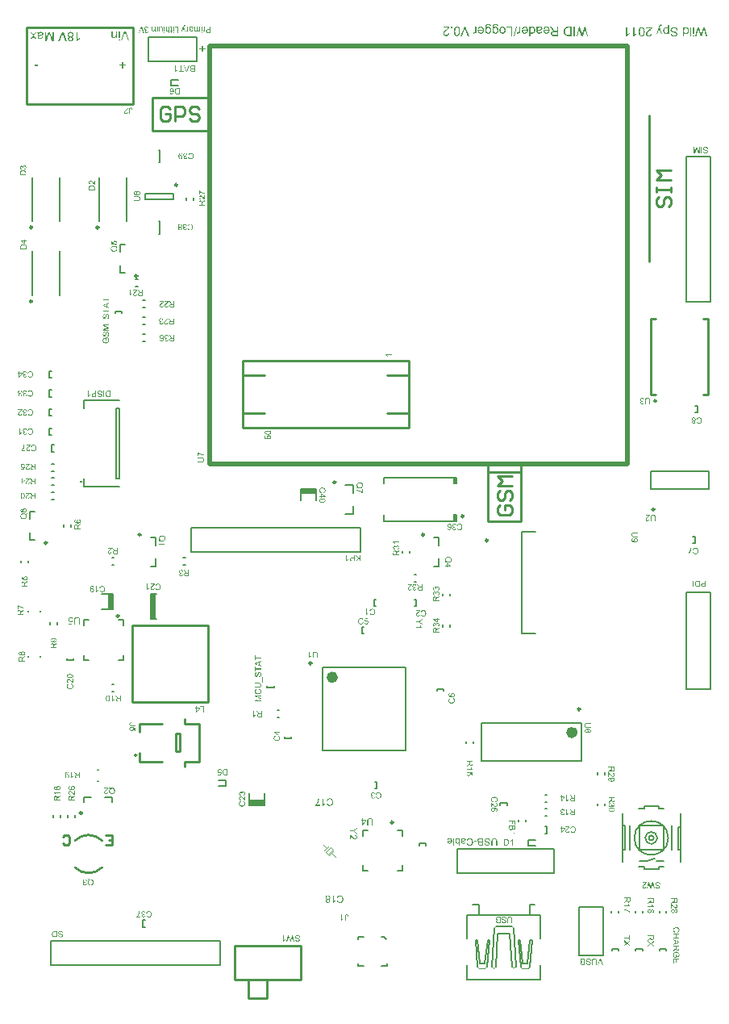
<source format=gto>
%FSLAX25Y25*%
%MOIN*%
G70*
G01*
G75*
G04 Layer_Color=65535*
%ADD10R,0.02362X0.02362*%
%ADD11R,0.05512X0.02362*%
%ADD12R,0.05315X0.02362*%
%ADD13R,0.03740X0.03150*%
%ADD14R,0.02953X0.03543*%
%ADD15R,0.07087X0.04134*%
%ADD16R,0.03150X0.01969*%
%ADD17R,0.08465X0.09843*%
%ADD18R,0.01969X0.02362*%
%ADD19R,0.18898X0.20315*%
%ADD20O,0.02362X0.13583*%
%ADD21O,0.01772X0.08268*%
%ADD22R,0.05906X0.16142*%
%ADD23R,0.05906X0.17716*%
%ADD24R,0.04134X0.08661*%
%ADD25R,0.05906X0.11024*%
%ADD26R,0.06102X0.02362*%
%ADD27R,0.07087X0.04724*%
%ADD28R,0.03937X0.01181*%
%ADD29R,0.02756X0.01181*%
%ADD30R,0.03150X0.03740*%
%ADD31R,0.03543X0.02953*%
%ADD32O,0.01181X0.03150*%
%ADD33O,0.03150X0.01181*%
%ADD34R,0.04331X0.07480*%
%ADD35R,0.04134X0.07087*%
%ADD36R,0.05709X0.04331*%
%ADD37R,0.04331X0.07480*%
%ADD38O,0.02165X0.06890*%
%ADD39O,0.06890X0.02165*%
%ADD40R,0.00984X0.07087*%
%ADD41R,0.04331X0.05709*%
%ADD42R,0.02362X0.05512*%
%ADD43R,0.07874X0.12992*%
%ADD44R,0.07874X0.09843*%
%ADD45R,0.01969X0.12205*%
%ADD46R,0.09843X0.09843*%
%ADD47O,0.03150X0.01378*%
%ADD48O,0.01378X0.03150*%
%ADD49R,0.07087X0.29528*%
%ADD50R,0.02362X0.04134*%
%ADD51R,0.04134X0.05906*%
%ADD52R,0.13189X0.09646*%
%ADD53R,0.35827X0.42323*%
%ADD54R,0.16339X0.03937*%
%ADD55C,0.01000*%
%ADD56C,0.01200*%
%ADD57C,0.03000*%
%ADD58C,0.04000*%
%ADD59C,0.02000*%
%ADD60C,0.01500*%
%ADD61C,0.00800*%
%ADD62R,0.00653X0.00435*%
%ADD63R,0.02142X0.00344*%
%ADD64R,0.04702X0.00344*%
%ADD65R,0.00286X0.00429*%
%ADD66R,0.00262X0.00395*%
%ADD67R,0.00248X0.00441*%
%ADD68R,0.00441X0.00236*%
%ADD69R,0.00280X0.00186*%
%ADD70R,0.00239X0.00358*%
%ADD71R,0.00239X0.00358*%
%ADD72R,0.00342X0.00386*%
%ADD73R,0.00342X0.00386*%
%ADD74R,0.01705X0.01280*%
%ADD75R,0.01705X0.00581*%
%ADD76R,0.04134X0.11614*%
%ADD77R,0.06299X0.06988*%
%ADD78R,0.07776X0.02559*%
%ADD79R,0.03937X0.04715*%
%ADD80R,0.07569X0.07569*%
G04:AMPARAMS|DCode=81|XSize=120mil|YSize=60mil|CornerRadius=0mil|HoleSize=0mil|Usage=FLASHONLY|Rotation=90.000|XOffset=0mil|YOffset=0mil|HoleType=Round|Shape=Octagon|*
%AMOCTAGOND81*
4,1,8,0.01500,0.06000,-0.01500,0.06000,-0.03000,0.04500,-0.03000,-0.04500,-0.01500,-0.06000,0.01500,-0.06000,0.03000,-0.04500,0.03000,0.04500,0.01500,0.06000,0.0*
%
%ADD81OCTAGOND81*%

%ADD82C,0.04724*%
%ADD83R,0.05906X0.05906*%
%ADD84C,0.05906*%
%ADD85R,0.05906X0.05906*%
%ADD86R,0.09055X0.09055*%
%ADD87C,0.09055*%
%ADD88C,0.22638*%
%ADD89C,0.07874*%
%ADD90C,0.06000*%
%ADD91C,0.05315*%
%ADD92C,0.02400*%
%ADD93C,0.05000*%
%ADD94C,0.04800*%
%ADD95R,0.00613X0.00499*%
%ADD96C,0.00984*%
%ADD97C,0.02362*%
%ADD98C,0.00400*%
%ADD99C,0.00787*%
%ADD100C,0.00591*%
%ADD101C,0.00492*%
%ADD102C,0.01969*%
%ADD103C,0.00700*%
%ADD104R,0.06299X0.02165*%
%ADD105R,0.02165X0.10236*%
%ADD106R,0.02165X0.06299*%
%ADD107R,0.01378X0.03150*%
%ADD108R,0.01280X0.03051*%
G36*
X1241093Y1340197D02*
X1241129D01*
X1241168Y1340193D01*
X1241214Y1340185D01*
X1241261Y1340181D01*
X1241370Y1340158D01*
X1241483Y1340130D01*
X1241593Y1340087D01*
X1241647Y1340064D01*
X1241698Y1340033D01*
X1241702Y1340029D01*
X1241710Y1340025D01*
X1241721Y1340013D01*
X1241741Y1340001D01*
X1241788Y1339962D01*
X1241842Y1339908D01*
X1241908Y1339842D01*
X1241971Y1339756D01*
X1242037Y1339658D01*
X1242092Y1339545D01*
Y1339541D01*
X1242096Y1339530D01*
X1242103Y1339514D01*
X1242111Y1339491D01*
X1242123Y1339459D01*
X1242135Y1339424D01*
X1242146Y1339385D01*
X1242158Y1339338D01*
X1242170Y1339292D01*
X1242181Y1339237D01*
X1242205Y1339120D01*
X1242220Y1338995D01*
X1242224Y1338859D01*
Y1338855D01*
Y1338839D01*
Y1338820D01*
X1242220Y1338793D01*
Y1338757D01*
X1242217Y1338715D01*
X1242213Y1338672D01*
X1242205Y1338621D01*
X1242185Y1338512D01*
X1242162Y1338395D01*
X1242123Y1338274D01*
X1242072Y1338161D01*
Y1338157D01*
X1242064Y1338149D01*
X1242057Y1338133D01*
X1242045Y1338110D01*
X1242029Y1338087D01*
X1242010Y1338059D01*
X1241959Y1337993D01*
X1241901Y1337919D01*
X1241827Y1337845D01*
X1241737Y1337771D01*
X1241639Y1337708D01*
X1241636D01*
X1241628Y1337700D01*
X1241612Y1337693D01*
X1241589Y1337685D01*
X1241565Y1337673D01*
X1241534Y1337658D01*
X1241495Y1337646D01*
X1241456Y1337630D01*
X1241413Y1337615D01*
X1241366Y1337603D01*
X1241261Y1337576D01*
X1241144Y1337560D01*
X1241019Y1337552D01*
X1240980D01*
X1240953Y1337556D01*
X1240922Y1337560D01*
X1240883Y1337564D01*
X1240840Y1337568D01*
X1240793Y1337576D01*
X1240692Y1337599D01*
X1240582Y1337634D01*
X1240528Y1337658D01*
X1240473Y1337685D01*
X1240423Y1337716D01*
X1240372Y1337751D01*
X1240368Y1337755D01*
X1240360Y1337759D01*
X1240349Y1337771D01*
X1240329Y1337786D01*
X1240310Y1337806D01*
X1240282Y1337833D01*
X1240255Y1337860D01*
X1240228Y1337892D01*
X1240196Y1337931D01*
X1240169Y1337970D01*
X1240138Y1338016D01*
X1240107Y1338067D01*
X1240079Y1338118D01*
X1240052Y1338176D01*
X1240005Y1338301D01*
X1240341Y1338379D01*
Y1338375D01*
X1240345Y1338367D01*
X1240349Y1338352D01*
X1240356Y1338332D01*
X1240368Y1338309D01*
X1240380Y1338282D01*
X1240407Y1338223D01*
X1240442Y1338157D01*
X1240489Y1338087D01*
X1240540Y1338024D01*
X1240602Y1337970D01*
X1240610Y1337966D01*
X1240633Y1337950D01*
X1240668Y1337931D01*
X1240719Y1337903D01*
X1240777Y1337880D01*
X1240852Y1337860D01*
X1240934Y1337845D01*
X1241027Y1337841D01*
X1241054D01*
X1241074Y1337845D01*
X1241101D01*
X1241129Y1337849D01*
X1241199Y1337860D01*
X1241277Y1337876D01*
X1241359Y1337903D01*
X1241440Y1337938D01*
X1241518Y1337985D01*
X1241522D01*
X1241526Y1337993D01*
X1241550Y1338013D01*
X1241585Y1338044D01*
X1241628Y1338087D01*
X1241671Y1338141D01*
X1241717Y1338204D01*
X1241760Y1338282D01*
X1241795Y1338367D01*
Y1338371D01*
X1241799Y1338379D01*
X1241803Y1338391D01*
X1241807Y1338410D01*
X1241815Y1338430D01*
X1241819Y1338457D01*
X1241834Y1338519D01*
X1241850Y1338594D01*
X1241862Y1338675D01*
X1241870Y1338765D01*
X1241873Y1338859D01*
Y1338863D01*
Y1338874D01*
Y1338890D01*
Y1338913D01*
X1241870Y1338941D01*
Y1338976D01*
X1241866Y1339011D01*
X1241862Y1339050D01*
X1241850Y1339140D01*
X1241834Y1339237D01*
X1241811Y1339335D01*
X1241780Y1339428D01*
Y1339432D01*
X1241776Y1339440D01*
X1241768Y1339452D01*
X1241760Y1339467D01*
X1241741Y1339514D01*
X1241710Y1339565D01*
X1241667Y1339627D01*
X1241616Y1339686D01*
X1241558Y1339744D01*
X1241487Y1339795D01*
X1241483D01*
X1241479Y1339799D01*
X1241468Y1339806D01*
X1241452Y1339814D01*
X1241409Y1339830D01*
X1241355Y1339853D01*
X1241292Y1339873D01*
X1241218Y1339892D01*
X1241136Y1339908D01*
X1241051Y1339912D01*
X1241023D01*
X1241004Y1339908D01*
X1240980D01*
X1240949Y1339904D01*
X1240883Y1339892D01*
X1240809Y1339873D01*
X1240727Y1339842D01*
X1240649Y1339803D01*
X1240571Y1339748D01*
X1240567Y1339744D01*
X1240563Y1339740D01*
X1240540Y1339717D01*
X1240504Y1339678D01*
X1240462Y1339627D01*
X1240419Y1339557D01*
X1240372Y1339475D01*
X1240333Y1339374D01*
X1240302Y1339260D01*
X1239962Y1339346D01*
Y1339350D01*
X1239966Y1339366D01*
X1239974Y1339385D01*
X1239982Y1339417D01*
X1239997Y1339448D01*
X1240013Y1339491D01*
X1240029Y1339534D01*
X1240052Y1339580D01*
X1240103Y1339686D01*
X1240173Y1339791D01*
X1240251Y1339892D01*
X1240298Y1339939D01*
X1240349Y1339982D01*
X1240352Y1339986D01*
X1240360Y1339990D01*
X1240376Y1340001D01*
X1240399Y1340017D01*
X1240427Y1340033D01*
X1240458Y1340052D01*
X1240493Y1340072D01*
X1240536Y1340091D01*
X1240582Y1340111D01*
X1240633Y1340130D01*
X1240692Y1340150D01*
X1240750Y1340165D01*
X1240879Y1340193D01*
X1240949Y1340197D01*
X1241023Y1340200D01*
X1241062D01*
X1241093Y1340197D01*
D02*
G37*
G36*
X1239717Y1340154D02*
Y1340138D01*
Y1340115D01*
X1239713Y1340087D01*
X1239709Y1340056D01*
X1239705Y1340021D01*
X1239693Y1339982D01*
X1239682Y1339943D01*
Y1339939D01*
X1239678Y1339935D01*
X1239670Y1339912D01*
X1239654Y1339881D01*
X1239631Y1339834D01*
X1239604Y1339783D01*
X1239565Y1339725D01*
X1239526Y1339666D01*
X1239475Y1339604D01*
Y1339600D01*
X1239467Y1339596D01*
X1239448Y1339573D01*
X1239416Y1339537D01*
X1239370Y1339491D01*
X1239311Y1339436D01*
X1239241Y1339370D01*
X1239155Y1339296D01*
X1239062Y1339214D01*
X1239058Y1339210D01*
X1239042Y1339198D01*
X1239023Y1339182D01*
X1238995Y1339155D01*
X1238960Y1339128D01*
X1238921Y1339093D01*
X1238835Y1339019D01*
X1238742Y1338929D01*
X1238648Y1338839D01*
X1238601Y1338796D01*
X1238562Y1338754D01*
X1238527Y1338711D01*
X1238496Y1338672D01*
Y1338668D01*
X1238488Y1338664D01*
X1238480Y1338652D01*
X1238473Y1338636D01*
X1238449Y1338597D01*
X1238422Y1338547D01*
X1238395Y1338488D01*
X1238371Y1338426D01*
X1238356Y1338356D01*
X1238348Y1338289D01*
Y1338286D01*
Y1338282D01*
X1238352Y1338258D01*
X1238356Y1338223D01*
X1238363Y1338180D01*
X1238383Y1338130D01*
X1238406Y1338079D01*
X1238437Y1338024D01*
X1238484Y1337973D01*
X1238492Y1337970D01*
X1238508Y1337954D01*
X1238539Y1337934D01*
X1238578Y1337907D01*
X1238629Y1337884D01*
X1238687Y1337864D01*
X1238757Y1337849D01*
X1238835Y1337845D01*
X1238859D01*
X1238874Y1337849D01*
X1238913Y1337853D01*
X1238964Y1337860D01*
X1239023Y1337880D01*
X1239085Y1337903D01*
X1239143Y1337938D01*
X1239198Y1337985D01*
X1239202Y1337993D01*
X1239217Y1338009D01*
X1239241Y1338040D01*
X1239264Y1338083D01*
X1239292Y1338137D01*
X1239311Y1338200D01*
X1239327Y1338274D01*
X1239334Y1338360D01*
X1239658Y1338325D01*
Y1338321D01*
Y1338309D01*
X1239654Y1338289D01*
X1239650Y1338266D01*
X1239643Y1338235D01*
X1239639Y1338200D01*
X1239615Y1338122D01*
X1239584Y1338032D01*
X1239541Y1337942D01*
X1239483Y1337853D01*
X1239452Y1337814D01*
X1239412Y1337775D01*
X1239409Y1337771D01*
X1239401Y1337767D01*
X1239389Y1337755D01*
X1239373Y1337743D01*
X1239350Y1337732D01*
X1239323Y1337712D01*
X1239292Y1337697D01*
X1239256Y1337677D01*
X1239217Y1337661D01*
X1239175Y1337642D01*
X1239124Y1337626D01*
X1239073Y1337615D01*
X1238956Y1337591D01*
X1238894Y1337587D01*
X1238828Y1337584D01*
X1238792D01*
X1238765Y1337587D01*
X1238734Y1337591D01*
X1238699Y1337595D01*
X1238660Y1337599D01*
X1238617Y1337611D01*
X1238523Y1337634D01*
X1238426Y1337669D01*
X1238375Y1337693D01*
X1238328Y1337720D01*
X1238285Y1337755D01*
X1238243Y1337790D01*
X1238239Y1337794D01*
X1238235Y1337798D01*
X1238223Y1337810D01*
X1238207Y1337825D01*
X1238192Y1337849D01*
X1238172Y1337872D01*
X1238133Y1337931D01*
X1238094Y1338005D01*
X1238059Y1338091D01*
X1238032Y1338188D01*
X1238028Y1338243D01*
X1238024Y1338297D01*
Y1338305D01*
Y1338325D01*
X1238028Y1338356D01*
X1238032Y1338395D01*
X1238040Y1338441D01*
X1238051Y1338492D01*
X1238067Y1338547D01*
X1238090Y1338601D01*
X1238094Y1338609D01*
X1238102Y1338629D01*
X1238118Y1338656D01*
X1238141Y1338695D01*
X1238168Y1338742D01*
X1238204Y1338796D01*
X1238250Y1338851D01*
X1238301Y1338913D01*
X1238309Y1338921D01*
X1238328Y1338945D01*
X1238363Y1338980D01*
X1238387Y1339003D01*
X1238414Y1339030D01*
X1238445Y1339062D01*
X1238484Y1339097D01*
X1238523Y1339132D01*
X1238566Y1339175D01*
X1238613Y1339218D01*
X1238668Y1339264D01*
X1238722Y1339311D01*
X1238785Y1339366D01*
X1238789Y1339370D01*
X1238796Y1339377D01*
X1238812Y1339389D01*
X1238831Y1339405D01*
X1238878Y1339444D01*
X1238937Y1339495D01*
X1238995Y1339549D01*
X1239058Y1339604D01*
X1239108Y1339651D01*
X1239128Y1339670D01*
X1239147Y1339690D01*
X1239151Y1339693D01*
X1239159Y1339705D01*
X1239175Y1339721D01*
X1239194Y1339744D01*
X1239237Y1339795D01*
X1239280Y1339857D01*
X1238020D01*
Y1340158D01*
X1239717D01*
Y1340154D01*
D02*
G37*
G36*
X1236815Y1338153D02*
X1236819Y1338157D01*
X1236835Y1338172D01*
X1236862Y1338192D01*
X1236897Y1338219D01*
X1236940Y1338254D01*
X1236991Y1338289D01*
X1237049Y1338332D01*
X1237115Y1338371D01*
X1237119D01*
X1237123Y1338375D01*
X1237147Y1338391D01*
X1237182Y1338410D01*
X1237225Y1338434D01*
X1237275Y1338461D01*
X1237330Y1338484D01*
X1237388Y1338512D01*
X1237443Y1338535D01*
Y1338227D01*
X1237439D01*
X1237431Y1338223D01*
X1237416Y1338215D01*
X1237400Y1338204D01*
X1237377Y1338192D01*
X1237349Y1338180D01*
X1237287Y1338145D01*
X1237217Y1338102D01*
X1237139Y1338052D01*
X1237061Y1337993D01*
X1236987Y1337931D01*
X1236983Y1337927D01*
X1236979Y1337923D01*
X1236956Y1337899D01*
X1236920Y1337864D01*
X1236878Y1337821D01*
X1236831Y1337767D01*
X1236784Y1337708D01*
X1236741Y1337646D01*
X1236706Y1337584D01*
X1236499D01*
Y1340158D01*
X1236815D01*
Y1338153D01*
D02*
G37*
G36*
X1276463Y1254343D02*
X1276495Y1254339D01*
X1276526Y1254335D01*
X1276565Y1254327D01*
X1276604Y1254315D01*
X1276693Y1254288D01*
X1276744Y1254268D01*
X1276791Y1254241D01*
X1276838Y1254214D01*
X1276884Y1254183D01*
X1276931Y1254144D01*
X1276978Y1254101D01*
X1276982Y1254097D01*
X1276990Y1254089D01*
X1276998Y1254077D01*
X1277013Y1254058D01*
X1277033Y1254035D01*
X1277052Y1254003D01*
X1277072Y1253968D01*
X1277091Y1253933D01*
X1277115Y1253890D01*
X1277134Y1253843D01*
X1277154Y1253793D01*
X1277173Y1253738D01*
X1277189Y1253680D01*
X1277197Y1253617D01*
X1277204Y1253551D01*
X1277208Y1253485D01*
Y1253481D01*
Y1253469D01*
Y1253453D01*
X1277204Y1253430D01*
X1277200Y1253399D01*
X1277197Y1253368D01*
X1277193Y1253329D01*
X1277185Y1253290D01*
X1277161Y1253200D01*
X1277122Y1253106D01*
X1277103Y1253059D01*
X1277076Y1253017D01*
X1277044Y1252970D01*
X1277009Y1252927D01*
X1277005Y1252923D01*
X1277001Y1252919D01*
X1276990Y1252907D01*
X1276974Y1252892D01*
X1276951Y1252876D01*
X1276927Y1252857D01*
X1276900Y1252833D01*
X1276869Y1252814D01*
X1276791Y1252767D01*
X1276701Y1252728D01*
X1276600Y1252693D01*
X1276545Y1252681D01*
X1276487Y1252673D01*
X1276444Y1252989D01*
X1276448D01*
X1276456Y1252993D01*
X1276471D01*
X1276487Y1253001D01*
X1276534Y1253013D01*
X1276592Y1253032D01*
X1276654Y1253056D01*
X1276721Y1253087D01*
X1276779Y1253126D01*
X1276830Y1253169D01*
X1276834Y1253176D01*
X1276849Y1253192D01*
X1276865Y1253219D01*
X1276888Y1253258D01*
X1276908Y1253301D01*
X1276927Y1253356D01*
X1276943Y1253418D01*
X1276947Y1253485D01*
Y1253489D01*
Y1253496D01*
Y1253508D01*
X1276943Y1253524D01*
X1276939Y1253563D01*
X1276927Y1253613D01*
X1276908Y1253676D01*
X1276884Y1253738D01*
X1276846Y1253800D01*
X1276795Y1253859D01*
X1276787Y1253867D01*
X1276768Y1253882D01*
X1276736Y1253906D01*
X1276690Y1253937D01*
X1276635Y1253964D01*
X1276569Y1253988D01*
X1276495Y1254003D01*
X1276413Y1254011D01*
X1276393D01*
X1276377Y1254007D01*
X1276339Y1254003D01*
X1276288Y1253992D01*
X1276233Y1253976D01*
X1276171Y1253949D01*
X1276112Y1253914D01*
X1276058Y1253867D01*
X1276050Y1253859D01*
X1276034Y1253843D01*
X1276015Y1253812D01*
X1275988Y1253769D01*
X1275960Y1253719D01*
X1275941Y1253656D01*
X1275925Y1253590D01*
X1275917Y1253512D01*
Y1253508D01*
Y1253496D01*
Y1253477D01*
X1275921Y1253450D01*
X1275925Y1253418D01*
X1275929Y1253379D01*
X1275937Y1253336D01*
X1275949Y1253290D01*
X1275672Y1253325D01*
Y1253329D01*
Y1253344D01*
X1275675Y1253360D01*
Y1253375D01*
Y1253379D01*
Y1253383D01*
Y1253395D01*
Y1253411D01*
X1275672Y1253446D01*
X1275664Y1253496D01*
X1275652Y1253551D01*
X1275633Y1253609D01*
X1275609Y1253672D01*
X1275574Y1253734D01*
X1275570Y1253742D01*
X1275555Y1253761D01*
X1275527Y1253785D01*
X1275492Y1253816D01*
X1275449Y1253847D01*
X1275395Y1253871D01*
X1275328Y1253890D01*
X1275250Y1253898D01*
X1275223D01*
X1275192Y1253890D01*
X1275149Y1253882D01*
X1275106Y1253871D01*
X1275059Y1253847D01*
X1275009Y1253820D01*
X1274966Y1253781D01*
X1274962Y1253777D01*
X1274946Y1253761D01*
X1274927Y1253734D01*
X1274907Y1253699D01*
X1274884Y1253656D01*
X1274868Y1253605D01*
X1274853Y1253547D01*
X1274849Y1253481D01*
Y1253477D01*
Y1253473D01*
Y1253450D01*
X1274857Y1253414D01*
X1274864Y1253375D01*
X1274876Y1253325D01*
X1274899Y1253274D01*
X1274927Y1253223D01*
X1274966Y1253173D01*
X1274970Y1253169D01*
X1274985Y1253153D01*
X1275013Y1253134D01*
X1275051Y1253110D01*
X1275098Y1253083D01*
X1275157Y1253059D01*
X1275227Y1253036D01*
X1275309Y1253020D01*
X1275254Y1252705D01*
X1275250D01*
X1275239Y1252709D01*
X1275223Y1252712D01*
X1275204Y1252716D01*
X1275176Y1252724D01*
X1275145Y1252732D01*
X1275075Y1252759D01*
X1274997Y1252790D01*
X1274915Y1252837D01*
X1274837Y1252892D01*
X1274767Y1252962D01*
X1274763Y1252966D01*
X1274759Y1252970D01*
X1274751Y1252981D01*
X1274740Y1253001D01*
X1274728Y1253020D01*
X1274712Y1253044D01*
X1274677Y1253102D01*
X1274646Y1253176D01*
X1274619Y1253266D01*
X1274599Y1253364D01*
X1274591Y1253418D01*
Y1253473D01*
Y1253477D01*
Y1253481D01*
Y1253492D01*
Y1253508D01*
X1274595Y1253547D01*
X1274603Y1253598D01*
X1274615Y1253656D01*
X1274630Y1253722D01*
X1274654Y1253789D01*
X1274685Y1253855D01*
Y1253859D01*
X1274689Y1253863D01*
X1274701Y1253886D01*
X1274720Y1253918D01*
X1274747Y1253957D01*
X1274782Y1253999D01*
X1274825Y1254046D01*
X1274876Y1254089D01*
X1274931Y1254128D01*
X1274938Y1254132D01*
X1274958Y1254144D01*
X1274989Y1254159D01*
X1275028Y1254175D01*
X1275079Y1254191D01*
X1275134Y1254206D01*
X1275192Y1254218D01*
X1275258Y1254222D01*
X1275286D01*
X1275317Y1254218D01*
X1275356Y1254210D01*
X1275403Y1254198D01*
X1275453Y1254183D01*
X1275508Y1254163D01*
X1275558Y1254132D01*
X1275566Y1254128D01*
X1275582Y1254116D01*
X1275605Y1254093D01*
X1275636Y1254066D01*
X1275672Y1254027D01*
X1275707Y1253984D01*
X1275746Y1253929D01*
X1275777Y1253867D01*
Y1253871D01*
X1275781Y1253878D01*
Y1253890D01*
X1275789Y1253906D01*
X1275800Y1253945D01*
X1275824Y1253996D01*
X1275851Y1254050D01*
X1275890Y1254109D01*
X1275937Y1254167D01*
X1275995Y1254218D01*
X1276003Y1254222D01*
X1276027Y1254237D01*
X1276062Y1254257D01*
X1276108Y1254284D01*
X1276167Y1254307D01*
X1276237Y1254327D01*
X1276319Y1254343D01*
X1276409Y1254346D01*
X1276440D01*
X1276463Y1254343D01*
D02*
G37*
G36*
X1277165Y1250638D02*
X1277122D01*
X1277095Y1250642D01*
X1277064Y1250645D01*
X1277029Y1250649D01*
X1276990Y1250661D01*
X1276951Y1250673D01*
X1276947D01*
X1276943Y1250677D01*
X1276920Y1250684D01*
X1276888Y1250700D01*
X1276842Y1250723D01*
X1276791Y1250751D01*
X1276733Y1250790D01*
X1276674Y1250829D01*
X1276612Y1250879D01*
X1276608D01*
X1276604Y1250887D01*
X1276580Y1250907D01*
X1276545Y1250938D01*
X1276499Y1250985D01*
X1276444Y1251043D01*
X1276377Y1251113D01*
X1276303Y1251199D01*
X1276222Y1251293D01*
X1276218Y1251297D01*
X1276206Y1251312D01*
X1276190Y1251332D01*
X1276163Y1251359D01*
X1276136Y1251394D01*
X1276101Y1251433D01*
X1276027Y1251519D01*
X1275937Y1251613D01*
X1275847Y1251706D01*
X1275804Y1251753D01*
X1275761Y1251792D01*
X1275718Y1251827D01*
X1275679Y1251858D01*
X1275675D01*
X1275672Y1251866D01*
X1275660Y1251874D01*
X1275644Y1251882D01*
X1275605Y1251905D01*
X1275555Y1251932D01*
X1275496Y1251960D01*
X1275434Y1251983D01*
X1275364Y1251999D01*
X1275297Y1252007D01*
X1275290D01*
X1275266Y1252003D01*
X1275231Y1251999D01*
X1275188Y1251991D01*
X1275137Y1251971D01*
X1275087Y1251948D01*
X1275032Y1251917D01*
X1274981Y1251870D01*
X1274977Y1251862D01*
X1274962Y1251847D01*
X1274942Y1251815D01*
X1274915Y1251776D01*
X1274892Y1251726D01*
X1274872Y1251667D01*
X1274857Y1251597D01*
X1274853Y1251519D01*
Y1251515D01*
Y1251507D01*
Y1251496D01*
X1274857Y1251480D01*
X1274860Y1251441D01*
X1274868Y1251390D01*
X1274888Y1251332D01*
X1274911Y1251269D01*
X1274946Y1251211D01*
X1274993Y1251156D01*
X1275001Y1251152D01*
X1275016Y1251137D01*
X1275048Y1251113D01*
X1275091Y1251090D01*
X1275145Y1251063D01*
X1275208Y1251043D01*
X1275282Y1251028D01*
X1275367Y1251020D01*
X1275332Y1250696D01*
X1275317D01*
X1275297Y1250700D01*
X1275274Y1250704D01*
X1275243Y1250712D01*
X1275208Y1250716D01*
X1275130Y1250739D01*
X1275040Y1250770D01*
X1274950Y1250813D01*
X1274860Y1250872D01*
X1274821Y1250903D01*
X1274782Y1250942D01*
X1274778Y1250946D01*
X1274775Y1250953D01*
X1274763Y1250965D01*
X1274751Y1250981D01*
X1274740Y1251004D01*
X1274720Y1251031D01*
X1274704Y1251063D01*
X1274685Y1251098D01*
X1274669Y1251137D01*
X1274650Y1251180D01*
X1274634Y1251230D01*
X1274623Y1251281D01*
X1274599Y1251398D01*
X1274595Y1251460D01*
X1274591Y1251527D01*
Y1251531D01*
Y1251542D01*
Y1251562D01*
X1274595Y1251589D01*
X1274599Y1251620D01*
X1274603Y1251655D01*
X1274607Y1251694D01*
X1274619Y1251737D01*
X1274642Y1251831D01*
X1274677Y1251929D01*
X1274701Y1251979D01*
X1274728Y1252026D01*
X1274763Y1252069D01*
X1274798Y1252112D01*
X1274802Y1252116D01*
X1274806Y1252120D01*
X1274817Y1252131D01*
X1274833Y1252147D01*
X1274857Y1252162D01*
X1274880Y1252182D01*
X1274938Y1252221D01*
X1275013Y1252260D01*
X1275098Y1252295D01*
X1275196Y1252322D01*
X1275250Y1252326D01*
X1275305Y1252330D01*
X1275332D01*
X1275364Y1252326D01*
X1275403Y1252322D01*
X1275449Y1252315D01*
X1275500Y1252303D01*
X1275555Y1252287D01*
X1275609Y1252264D01*
X1275617Y1252260D01*
X1275636Y1252252D01*
X1275664Y1252237D01*
X1275703Y1252213D01*
X1275750Y1252186D01*
X1275804Y1252151D01*
X1275859Y1252104D01*
X1275921Y1252053D01*
X1275929Y1252046D01*
X1275952Y1252026D01*
X1275988Y1251991D01*
X1276011Y1251968D01*
X1276038Y1251940D01*
X1276069Y1251909D01*
X1276105Y1251870D01*
X1276140Y1251831D01*
X1276183Y1251788D01*
X1276225Y1251741D01*
X1276272Y1251687D01*
X1276319Y1251632D01*
X1276374Y1251570D01*
X1276377Y1251566D01*
X1276385Y1251558D01*
X1276397Y1251542D01*
X1276413Y1251523D01*
X1276452Y1251476D01*
X1276502Y1251418D01*
X1276557Y1251359D01*
X1276612Y1251297D01*
X1276658Y1251246D01*
X1276678Y1251227D01*
X1276697Y1251207D01*
X1276701Y1251203D01*
X1276713Y1251195D01*
X1276729Y1251180D01*
X1276752Y1251160D01*
X1276803Y1251117D01*
X1276865Y1251074D01*
Y1252334D01*
X1277165D01*
Y1250638D01*
D02*
G37*
G36*
X1276374Y1250388D02*
X1276393Y1250380D01*
X1276424Y1250372D01*
X1276456Y1250357D01*
X1276499Y1250341D01*
X1276541Y1250326D01*
X1276588Y1250302D01*
X1276693Y1250251D01*
X1276799Y1250181D01*
X1276900Y1250103D01*
X1276947Y1250056D01*
X1276990Y1250006D01*
X1276994Y1250002D01*
X1276998Y1249994D01*
X1277009Y1249979D01*
X1277025Y1249955D01*
X1277041Y1249928D01*
X1277060Y1249897D01*
X1277080Y1249862D01*
X1277099Y1249819D01*
X1277118Y1249772D01*
X1277138Y1249721D01*
X1277158Y1249663D01*
X1277173Y1249604D01*
X1277200Y1249475D01*
X1277204Y1249405D01*
X1277208Y1249331D01*
Y1249327D01*
Y1249312D01*
Y1249292D01*
X1277204Y1249261D01*
Y1249226D01*
X1277200Y1249187D01*
X1277193Y1249140D01*
X1277189Y1249093D01*
X1277165Y1248984D01*
X1277138Y1248871D01*
X1277095Y1248762D01*
X1277072Y1248707D01*
X1277041Y1248656D01*
X1277037Y1248652D01*
X1277033Y1248645D01*
X1277021Y1248633D01*
X1277009Y1248613D01*
X1276970Y1248567D01*
X1276916Y1248512D01*
X1276849Y1248446D01*
X1276764Y1248383D01*
X1276666Y1248317D01*
X1276553Y1248263D01*
X1276549D01*
X1276537Y1248259D01*
X1276522Y1248251D01*
X1276499Y1248243D01*
X1276467Y1248231D01*
X1276432Y1248220D01*
X1276393Y1248208D01*
X1276346Y1248196D01*
X1276300Y1248184D01*
X1276245Y1248173D01*
X1276128Y1248149D01*
X1276003Y1248134D01*
X1275867Y1248130D01*
X1275828D01*
X1275800Y1248134D01*
X1275765D01*
X1275722Y1248138D01*
X1275679Y1248142D01*
X1275629Y1248149D01*
X1275519Y1248169D01*
X1275403Y1248192D01*
X1275282Y1248231D01*
X1275169Y1248282D01*
X1275165D01*
X1275157Y1248290D01*
X1275141Y1248298D01*
X1275118Y1248309D01*
X1275094Y1248325D01*
X1275067Y1248344D01*
X1275001Y1248395D01*
X1274927Y1248454D01*
X1274853Y1248528D01*
X1274778Y1248617D01*
X1274716Y1248715D01*
Y1248719D01*
X1274708Y1248727D01*
X1274701Y1248742D01*
X1274693Y1248766D01*
X1274681Y1248789D01*
X1274666Y1248820D01*
X1274654Y1248859D01*
X1274638Y1248898D01*
X1274623Y1248941D01*
X1274611Y1248988D01*
X1274584Y1249093D01*
X1274568Y1249210D01*
X1274560Y1249335D01*
Y1249339D01*
Y1249351D01*
Y1249374D01*
X1274564Y1249401D01*
X1274568Y1249432D01*
X1274572Y1249471D01*
X1274576Y1249514D01*
X1274584Y1249561D01*
X1274607Y1249663D01*
X1274642Y1249772D01*
X1274666Y1249826D01*
X1274693Y1249881D01*
X1274724Y1249932D01*
X1274759Y1249982D01*
X1274763Y1249986D01*
X1274767Y1249994D01*
X1274778Y1250006D01*
X1274794Y1250025D01*
X1274814Y1250045D01*
X1274841Y1250072D01*
X1274868Y1250099D01*
X1274899Y1250127D01*
X1274938Y1250158D01*
X1274977Y1250185D01*
X1275024Y1250216D01*
X1275075Y1250248D01*
X1275126Y1250275D01*
X1275184Y1250302D01*
X1275309Y1250349D01*
X1275387Y1250014D01*
X1275383D01*
X1275375Y1250010D01*
X1275360Y1250006D01*
X1275340Y1249998D01*
X1275317Y1249986D01*
X1275290Y1249975D01*
X1275231Y1249947D01*
X1275165Y1249912D01*
X1275094Y1249865D01*
X1275032Y1249815D01*
X1274977Y1249752D01*
X1274974Y1249745D01*
X1274958Y1249721D01*
X1274938Y1249686D01*
X1274911Y1249635D01*
X1274888Y1249577D01*
X1274868Y1249503D01*
X1274853Y1249421D01*
X1274849Y1249327D01*
Y1249323D01*
Y1249315D01*
Y1249300D01*
X1274853Y1249280D01*
Y1249253D01*
X1274857Y1249226D01*
X1274868Y1249156D01*
X1274884Y1249078D01*
X1274911Y1248996D01*
X1274946Y1248914D01*
X1274993Y1248836D01*
Y1248832D01*
X1275001Y1248828D01*
X1275020Y1248805D01*
X1275051Y1248769D01*
X1275094Y1248727D01*
X1275149Y1248684D01*
X1275211Y1248637D01*
X1275290Y1248594D01*
X1275375Y1248559D01*
X1275379D01*
X1275387Y1248555D01*
X1275399Y1248551D01*
X1275418Y1248547D01*
X1275438Y1248539D01*
X1275465Y1248536D01*
X1275527Y1248520D01*
X1275601Y1248504D01*
X1275683Y1248493D01*
X1275773Y1248485D01*
X1275867Y1248481D01*
X1275921D01*
X1275949Y1248485D01*
X1275984D01*
X1276019Y1248489D01*
X1276058Y1248493D01*
X1276147Y1248504D01*
X1276245Y1248520D01*
X1276342Y1248543D01*
X1276436Y1248575D01*
X1276440D01*
X1276448Y1248578D01*
X1276459Y1248586D01*
X1276475Y1248594D01*
X1276522Y1248613D01*
X1276573Y1248645D01*
X1276635Y1248688D01*
X1276693Y1248738D01*
X1276752Y1248797D01*
X1276803Y1248867D01*
Y1248871D01*
X1276807Y1248875D01*
X1276814Y1248886D01*
X1276822Y1248902D01*
X1276838Y1248945D01*
X1276861Y1249000D01*
X1276881Y1249062D01*
X1276900Y1249136D01*
X1276916Y1249218D01*
X1276920Y1249304D01*
Y1249308D01*
Y1249315D01*
Y1249331D01*
X1276916Y1249351D01*
Y1249374D01*
X1276912Y1249405D01*
X1276900Y1249471D01*
X1276881Y1249546D01*
X1276849Y1249627D01*
X1276810Y1249706D01*
X1276756Y1249784D01*
X1276752Y1249787D01*
X1276748Y1249791D01*
X1276725Y1249815D01*
X1276686Y1249850D01*
X1276635Y1249893D01*
X1276565Y1249936D01*
X1276483Y1249982D01*
X1276381Y1250021D01*
X1276268Y1250053D01*
X1276354Y1250392D01*
X1276358D01*
X1276374Y1250388D01*
D02*
G37*
G36*
X1213940Y1339311D02*
X1213963D01*
X1213994Y1339307D01*
X1214064Y1339295D01*
X1214142Y1339275D01*
X1214224Y1339244D01*
X1214302Y1339205D01*
X1214380Y1339151D01*
X1214384Y1339147D01*
X1214388Y1339143D01*
X1214412Y1339120D01*
X1214443Y1339081D01*
X1214482Y1339030D01*
X1214521Y1338964D01*
X1214556Y1338882D01*
X1214587Y1338788D01*
X1214606Y1338679D01*
X1214306Y1338655D01*
Y1338659D01*
Y1338663D01*
X1214302Y1338675D01*
X1214298Y1338691D01*
X1214291Y1338730D01*
X1214275Y1338772D01*
X1214256Y1338823D01*
X1214232Y1338874D01*
X1214201Y1338925D01*
X1214162Y1338964D01*
X1214158Y1338967D01*
X1214142Y1338979D01*
X1214119Y1338995D01*
X1214084Y1339010D01*
X1214045Y1339026D01*
X1213998Y1339042D01*
X1213943Y1339053D01*
X1213881Y1339057D01*
X1213858D01*
X1213830Y1339053D01*
X1213795Y1339049D01*
X1213756Y1339042D01*
X1213713Y1339030D01*
X1213671Y1339014D01*
X1213628Y1338991D01*
X1213624Y1338987D01*
X1213608Y1338979D01*
X1213589Y1338964D01*
X1213565Y1338944D01*
X1213534Y1338921D01*
X1213507Y1338890D01*
X1213476Y1338854D01*
X1213448Y1338815D01*
X1213444Y1338811D01*
X1213437Y1338796D01*
X1213425Y1338768D01*
X1213405Y1338733D01*
X1213390Y1338691D01*
X1213370Y1338640D01*
X1213351Y1338581D01*
X1213331Y1338515D01*
Y1338511D01*
X1213327Y1338507D01*
Y1338496D01*
X1213323Y1338484D01*
X1213316Y1338445D01*
X1213308Y1338394D01*
X1213300Y1338336D01*
X1213292Y1338273D01*
X1213284Y1338203D01*
Y1338129D01*
Y1338125D01*
Y1338113D01*
Y1338094D01*
Y1338066D01*
X1213288Y1338074D01*
X1213304Y1338090D01*
X1213323Y1338121D01*
X1213355Y1338152D01*
X1213390Y1338191D01*
X1213437Y1338234D01*
X1213487Y1338273D01*
X1213546Y1338312D01*
X1213554Y1338316D01*
X1213573Y1338328D01*
X1213608Y1338340D01*
X1213651Y1338355D01*
X1213702Y1338375D01*
X1213760Y1338386D01*
X1213826Y1338398D01*
X1213897Y1338402D01*
X1213928D01*
X1213951Y1338398D01*
X1213979Y1338394D01*
X1214010Y1338390D01*
X1214084Y1338375D01*
X1214170Y1338347D01*
X1214213Y1338328D01*
X1214259Y1338304D01*
X1214302Y1338277D01*
X1214349Y1338246D01*
X1214392Y1338211D01*
X1214435Y1338172D01*
X1214439Y1338168D01*
X1214443Y1338160D01*
X1214454Y1338148D01*
X1214470Y1338129D01*
X1214486Y1338106D01*
X1214505Y1338078D01*
X1214525Y1338047D01*
X1214544Y1338008D01*
X1214564Y1337969D01*
X1214583Y1337922D01*
X1214603Y1337872D01*
X1214618Y1337817D01*
X1214634Y1337759D01*
X1214645Y1337700D01*
X1214649Y1337634D01*
X1214653Y1337564D01*
Y1337560D01*
Y1337548D01*
Y1337525D01*
X1214649Y1337497D01*
X1214645Y1337466D01*
X1214642Y1337427D01*
X1214634Y1337384D01*
X1214626Y1337337D01*
X1214599Y1337240D01*
X1214579Y1337185D01*
X1214556Y1337134D01*
X1214532Y1337080D01*
X1214501Y1337029D01*
X1214466Y1336982D01*
X1214427Y1336936D01*
X1214423Y1336932D01*
X1214415Y1336924D01*
X1214404Y1336912D01*
X1214384Y1336897D01*
X1214365Y1336881D01*
X1214337Y1336861D01*
X1214306Y1336838D01*
X1214267Y1336815D01*
X1214228Y1336795D01*
X1214185Y1336772D01*
X1214088Y1336733D01*
X1214033Y1336721D01*
X1213975Y1336709D01*
X1213912Y1336701D01*
X1213850Y1336698D01*
X1213826D01*
X1213807Y1336701D01*
X1213787D01*
X1213760Y1336705D01*
X1213698Y1336713D01*
X1213628Y1336733D01*
X1213554Y1336756D01*
X1213472Y1336787D01*
X1213394Y1336834D01*
X1213390D01*
X1213386Y1336842D01*
X1213374Y1336850D01*
X1213358Y1336858D01*
X1213323Y1336889D01*
X1213277Y1336932D01*
X1213226Y1336990D01*
X1213171Y1337053D01*
X1213121Y1337131D01*
X1213078Y1337220D01*
Y1337224D01*
X1213074Y1337232D01*
X1213066Y1337248D01*
X1213062Y1337267D01*
X1213050Y1337290D01*
X1213043Y1337322D01*
X1213035Y1337361D01*
X1213023Y1337403D01*
X1213011Y1337450D01*
X1213004Y1337505D01*
X1212992Y1337564D01*
X1212984Y1337626D01*
X1212980Y1337696D01*
X1212972Y1337770D01*
X1212969Y1337852D01*
Y1337938D01*
Y1337942D01*
Y1337961D01*
Y1337985D01*
Y1338020D01*
X1212972Y1338059D01*
Y1338109D01*
X1212976Y1338160D01*
X1212980Y1338219D01*
X1212996Y1338343D01*
X1213015Y1338476D01*
X1213043Y1338605D01*
X1213058Y1338663D01*
X1213078Y1338722D01*
Y1338726D01*
X1213082Y1338733D01*
X1213089Y1338749D01*
X1213097Y1338768D01*
X1213109Y1338796D01*
X1213121Y1338823D01*
X1213156Y1338885D01*
X1213202Y1338960D01*
X1213257Y1339034D01*
X1213319Y1339104D01*
X1213394Y1339166D01*
X1213398D01*
X1213401Y1339174D01*
X1213413Y1339178D01*
X1213433Y1339190D01*
X1213452Y1339201D01*
X1213476Y1339213D01*
X1213534Y1339240D01*
X1213608Y1339268D01*
X1213690Y1339291D01*
X1213787Y1339307D01*
X1213889Y1339315D01*
X1213916D01*
X1213940Y1339311D01*
D02*
G37*
G36*
X1218062D02*
X1218097D01*
X1218136Y1339307D01*
X1218183Y1339299D01*
X1218230Y1339295D01*
X1218339Y1339272D01*
X1218452Y1339244D01*
X1218561Y1339201D01*
X1218616Y1339178D01*
X1218666Y1339147D01*
X1218670Y1339143D01*
X1218678Y1339139D01*
X1218690Y1339127D01*
X1218709Y1339116D01*
X1218756Y1339077D01*
X1218811Y1339022D01*
X1218877Y1338956D01*
X1218939Y1338870D01*
X1219006Y1338772D01*
X1219060Y1338659D01*
Y1338655D01*
X1219064Y1338644D01*
X1219072Y1338628D01*
X1219080Y1338605D01*
X1219092Y1338574D01*
X1219103Y1338538D01*
X1219115Y1338500D01*
X1219127Y1338453D01*
X1219138Y1338406D01*
X1219150Y1338351D01*
X1219173Y1338234D01*
X1219189Y1338109D01*
X1219193Y1337973D01*
Y1337969D01*
Y1337953D01*
Y1337934D01*
X1219189Y1337907D01*
Y1337872D01*
X1219185Y1337829D01*
X1219181Y1337786D01*
X1219173Y1337735D01*
X1219154Y1337626D01*
X1219131Y1337509D01*
X1219092Y1337388D01*
X1219041Y1337275D01*
Y1337271D01*
X1219033Y1337263D01*
X1219025Y1337248D01*
X1219014Y1337224D01*
X1218998Y1337201D01*
X1218978Y1337173D01*
X1218928Y1337107D01*
X1218869Y1337033D01*
X1218795Y1336959D01*
X1218705Y1336885D01*
X1218608Y1336823D01*
X1218604D01*
X1218596Y1336815D01*
X1218581Y1336807D01*
X1218557Y1336799D01*
X1218534Y1336787D01*
X1218503Y1336772D01*
X1218464Y1336760D01*
X1218425Y1336744D01*
X1218382Y1336729D01*
X1218335Y1336717D01*
X1218230Y1336690D01*
X1218113Y1336674D01*
X1217988Y1336666D01*
X1217949D01*
X1217922Y1336670D01*
X1217890Y1336674D01*
X1217851Y1336678D01*
X1217808Y1336682D01*
X1217762Y1336690D01*
X1217660Y1336713D01*
X1217551Y1336748D01*
X1217496Y1336772D01*
X1217442Y1336799D01*
X1217391Y1336830D01*
X1217340Y1336865D01*
X1217336Y1336869D01*
X1217329Y1336873D01*
X1217317Y1336885D01*
X1217297Y1336900D01*
X1217278Y1336920D01*
X1217251Y1336947D01*
X1217223Y1336975D01*
X1217196Y1337006D01*
X1217165Y1337045D01*
X1217138Y1337084D01*
X1217106Y1337131D01*
X1217075Y1337181D01*
X1217048Y1337232D01*
X1217021Y1337290D01*
X1216974Y1337415D01*
X1217309Y1337493D01*
Y1337489D01*
X1217313Y1337482D01*
X1217317Y1337466D01*
X1217325Y1337446D01*
X1217336Y1337423D01*
X1217348Y1337396D01*
X1217375Y1337337D01*
X1217411Y1337271D01*
X1217457Y1337201D01*
X1217508Y1337138D01*
X1217570Y1337084D01*
X1217578Y1337080D01*
X1217602Y1337064D01*
X1217637Y1337045D01*
X1217688Y1337017D01*
X1217746Y1336994D01*
X1217820Y1336975D01*
X1217902Y1336959D01*
X1217996Y1336955D01*
X1218023D01*
X1218042Y1336959D01*
X1218070D01*
X1218097Y1336963D01*
X1218167Y1336975D01*
X1218245Y1336990D01*
X1218327Y1337017D01*
X1218409Y1337053D01*
X1218487Y1337099D01*
X1218491D01*
X1218495Y1337107D01*
X1218518Y1337127D01*
X1218553Y1337158D01*
X1218596Y1337201D01*
X1218639Y1337255D01*
X1218686Y1337318D01*
X1218729Y1337396D01*
X1218764Y1337482D01*
Y1337485D01*
X1218768Y1337493D01*
X1218772Y1337505D01*
X1218776Y1337525D01*
X1218783Y1337544D01*
X1218787Y1337571D01*
X1218803Y1337634D01*
X1218818Y1337708D01*
X1218830Y1337790D01*
X1218838Y1337879D01*
X1218842Y1337973D01*
Y1337977D01*
Y1337989D01*
Y1338004D01*
Y1338027D01*
X1218838Y1338055D01*
Y1338090D01*
X1218834Y1338125D01*
X1218830Y1338164D01*
X1218818Y1338254D01*
X1218803Y1338351D01*
X1218779Y1338449D01*
X1218748Y1338542D01*
Y1338546D01*
X1218744Y1338554D01*
X1218737Y1338566D01*
X1218729Y1338581D01*
X1218709Y1338628D01*
X1218678Y1338679D01*
X1218635Y1338741D01*
X1218585Y1338800D01*
X1218526Y1338858D01*
X1218456Y1338909D01*
X1218452D01*
X1218448Y1338913D01*
X1218436Y1338921D01*
X1218421Y1338928D01*
X1218378Y1338944D01*
X1218323Y1338967D01*
X1218261Y1338987D01*
X1218187Y1339007D01*
X1218105Y1339022D01*
X1218019Y1339026D01*
X1217992D01*
X1217972Y1339022D01*
X1217949D01*
X1217918Y1339018D01*
X1217851Y1339007D01*
X1217777Y1338987D01*
X1217695Y1338956D01*
X1217617Y1338917D01*
X1217539Y1338862D01*
X1217535Y1338858D01*
X1217531Y1338854D01*
X1217508Y1338831D01*
X1217473Y1338792D01*
X1217430Y1338741D01*
X1217387Y1338671D01*
X1217340Y1338589D01*
X1217301Y1338488D01*
X1217270Y1338375D01*
X1216931Y1338460D01*
Y1338464D01*
X1216935Y1338480D01*
X1216943Y1338500D01*
X1216950Y1338531D01*
X1216966Y1338562D01*
X1216982Y1338605D01*
X1216997Y1338648D01*
X1217021Y1338694D01*
X1217071Y1338800D01*
X1217142Y1338905D01*
X1217220Y1339007D01*
X1217266Y1339053D01*
X1217317Y1339096D01*
X1217321Y1339100D01*
X1217329Y1339104D01*
X1217344Y1339116D01*
X1217368Y1339131D01*
X1217395Y1339147D01*
X1217426Y1339166D01*
X1217461Y1339186D01*
X1217504Y1339205D01*
X1217551Y1339225D01*
X1217602Y1339244D01*
X1217660Y1339264D01*
X1217719Y1339279D01*
X1217847Y1339307D01*
X1217918Y1339311D01*
X1217992Y1339315D01*
X1218031D01*
X1218062Y1339311D01*
D02*
G37*
G36*
X1215773Y1337267D02*
X1215777Y1337271D01*
X1215792Y1337286D01*
X1215819Y1337306D01*
X1215854Y1337333D01*
X1215897Y1337368D01*
X1215948Y1337403D01*
X1216007Y1337446D01*
X1216073Y1337485D01*
X1216077D01*
X1216081Y1337489D01*
X1216104Y1337505D01*
X1216139Y1337525D01*
X1216182Y1337548D01*
X1216233Y1337575D01*
X1216287Y1337599D01*
X1216346Y1337626D01*
X1216401Y1337649D01*
Y1337341D01*
X1216397D01*
X1216389Y1337337D01*
X1216373Y1337329D01*
X1216358Y1337318D01*
X1216334Y1337306D01*
X1216307Y1337294D01*
X1216245Y1337259D01*
X1216174Y1337216D01*
X1216096Y1337166D01*
X1216018Y1337107D01*
X1215944Y1337045D01*
X1215940Y1337041D01*
X1215936Y1337037D01*
X1215913Y1337014D01*
X1215878Y1336978D01*
X1215835Y1336936D01*
X1215788Y1336881D01*
X1215741Y1336823D01*
X1215699Y1336760D01*
X1215663Y1336698D01*
X1215457D01*
Y1339272D01*
X1215773D01*
Y1337267D01*
D02*
G37*
G36*
X1204853Y1302858D02*
X1204896D01*
X1204947Y1302855D01*
X1205002Y1302851D01*
X1205119Y1302839D01*
X1205239Y1302823D01*
X1205360Y1302800D01*
X1205415Y1302784D01*
X1205470Y1302769D01*
X1205474D01*
X1205481Y1302765D01*
X1205497Y1302761D01*
X1205516Y1302753D01*
X1205540Y1302741D01*
X1205563Y1302730D01*
X1205626Y1302699D01*
X1205696Y1302660D01*
X1205766Y1302613D01*
X1205836Y1302558D01*
X1205899Y1302492D01*
Y1302488D01*
X1205906Y1302484D01*
X1205910Y1302472D01*
X1205922Y1302461D01*
X1205945Y1302418D01*
X1205973Y1302367D01*
X1206000Y1302297D01*
X1206023Y1302219D01*
X1206039Y1302129D01*
X1206047Y1302028D01*
Y1302024D01*
Y1302012D01*
Y1301993D01*
X1206043Y1301965D01*
X1206039Y1301934D01*
X1206031Y1301899D01*
X1206023Y1301860D01*
X1206016Y1301817D01*
X1205984Y1301723D01*
X1205961Y1301673D01*
X1205938Y1301626D01*
X1205906Y1301575D01*
X1205871Y1301528D01*
X1205832Y1301486D01*
X1205785Y1301443D01*
X1205782Y1301439D01*
X1205770Y1301431D01*
X1205750Y1301419D01*
X1205723Y1301404D01*
X1205688Y1301384D01*
X1205645Y1301365D01*
X1205594Y1301341D01*
X1205532Y1301318D01*
X1205466Y1301295D01*
X1205388Y1301271D01*
X1205302Y1301252D01*
X1205208Y1301232D01*
X1205103Y1301217D01*
X1204994Y1301205D01*
X1204869Y1301197D01*
X1204740Y1301193D01*
X1204666D01*
X1204627Y1301197D01*
X1204584D01*
X1204534Y1301201D01*
X1204479Y1301205D01*
X1204362Y1301217D01*
X1204241Y1301232D01*
X1204120Y1301252D01*
X1204066Y1301267D01*
X1204011Y1301283D01*
X1204007D01*
X1203999Y1301287D01*
X1203984Y1301295D01*
X1203964Y1301302D01*
X1203941Y1301310D01*
X1203913Y1301322D01*
X1203851Y1301353D01*
X1203781Y1301392D01*
X1203711Y1301439D01*
X1203644Y1301493D01*
X1203582Y1301560D01*
Y1301564D01*
X1203574Y1301567D01*
X1203566Y1301579D01*
X1203559Y1301595D01*
X1203535Y1301634D01*
X1203504Y1301688D01*
X1203477Y1301755D01*
X1203453Y1301837D01*
X1203438Y1301926D01*
X1203430Y1302028D01*
Y1302032D01*
Y1302036D01*
Y1302047D01*
Y1302063D01*
X1203434Y1302102D01*
X1203442Y1302149D01*
X1203449Y1302203D01*
X1203465Y1302266D01*
X1203488Y1302328D01*
X1203516Y1302386D01*
X1203520Y1302394D01*
X1203531Y1302414D01*
X1203551Y1302441D01*
X1203574Y1302480D01*
X1203609Y1302519D01*
X1203652Y1302562D01*
X1203699Y1302605D01*
X1203754Y1302644D01*
X1203761Y1302648D01*
X1203781Y1302660D01*
X1203816Y1302679D01*
X1203859Y1302702D01*
X1203913Y1302726D01*
X1203980Y1302753D01*
X1204054Y1302780D01*
X1204136Y1302804D01*
X1204140D01*
X1204148Y1302808D01*
X1204159D01*
X1204179Y1302812D01*
X1204198Y1302819D01*
X1204226Y1302823D01*
X1204261Y1302827D01*
X1204296Y1302835D01*
X1204339Y1302839D01*
X1204381Y1302843D01*
X1204432Y1302851D01*
X1204487Y1302855D01*
X1204545Y1302858D01*
X1204604D01*
X1204740Y1302862D01*
X1204814D01*
X1204853Y1302858D01*
D02*
G37*
G36*
X1206004Y1299161D02*
X1205961D01*
X1205934Y1299165D01*
X1205902Y1299169D01*
X1205867Y1299173D01*
X1205828Y1299185D01*
X1205789Y1299196D01*
X1205785D01*
X1205782Y1299200D01*
X1205758Y1299208D01*
X1205727Y1299224D01*
X1205680Y1299247D01*
X1205630Y1299274D01*
X1205571Y1299313D01*
X1205513Y1299352D01*
X1205450Y1299403D01*
X1205446D01*
X1205442Y1299411D01*
X1205419Y1299430D01*
X1205384Y1299461D01*
X1205337Y1299508D01*
X1205282Y1299567D01*
X1205216Y1299637D01*
X1205142Y1299723D01*
X1205060Y1299816D01*
X1205056Y1299820D01*
X1205044Y1299836D01*
X1205029Y1299855D01*
X1205002Y1299883D01*
X1204974Y1299918D01*
X1204939Y1299957D01*
X1204865Y1300043D01*
X1204775Y1300136D01*
X1204686Y1300230D01*
X1204643Y1300277D01*
X1204600Y1300316D01*
X1204557Y1300351D01*
X1204518Y1300382D01*
X1204514D01*
X1204510Y1300390D01*
X1204498Y1300397D01*
X1204483Y1300405D01*
X1204444Y1300429D01*
X1204393Y1300456D01*
X1204335Y1300483D01*
X1204272Y1300507D01*
X1204202Y1300522D01*
X1204136Y1300530D01*
X1204128D01*
X1204105Y1300526D01*
X1204070Y1300522D01*
X1204027Y1300515D01*
X1203976Y1300495D01*
X1203925Y1300472D01*
X1203871Y1300440D01*
X1203820Y1300394D01*
X1203816Y1300386D01*
X1203800Y1300370D01*
X1203781Y1300339D01*
X1203754Y1300300D01*
X1203730Y1300249D01*
X1203711Y1300191D01*
X1203695Y1300121D01*
X1203691Y1300043D01*
Y1300039D01*
Y1300031D01*
Y1300019D01*
X1203695Y1300004D01*
X1203699Y1299965D01*
X1203707Y1299914D01*
X1203726Y1299855D01*
X1203750Y1299793D01*
X1203785Y1299734D01*
X1203832Y1299680D01*
X1203839Y1299676D01*
X1203855Y1299660D01*
X1203886Y1299637D01*
X1203929Y1299614D01*
X1203984Y1299586D01*
X1204046Y1299567D01*
X1204120Y1299551D01*
X1204206Y1299543D01*
X1204171Y1299220D01*
X1204155D01*
X1204136Y1299224D01*
X1204112Y1299228D01*
X1204081Y1299235D01*
X1204046Y1299239D01*
X1203968Y1299263D01*
X1203878Y1299294D01*
X1203789Y1299337D01*
X1203699Y1299395D01*
X1203660Y1299426D01*
X1203621Y1299465D01*
X1203617Y1299469D01*
X1203613Y1299477D01*
X1203601Y1299489D01*
X1203590Y1299504D01*
X1203578Y1299528D01*
X1203559Y1299555D01*
X1203543Y1299586D01*
X1203524Y1299621D01*
X1203508Y1299660D01*
X1203488Y1299703D01*
X1203473Y1299754D01*
X1203461Y1299805D01*
X1203438Y1299922D01*
X1203434Y1299984D01*
X1203430Y1300050D01*
Y1300054D01*
Y1300066D01*
Y1300086D01*
X1203434Y1300113D01*
X1203438Y1300144D01*
X1203442Y1300179D01*
X1203446Y1300218D01*
X1203457Y1300261D01*
X1203481Y1300355D01*
X1203516Y1300452D01*
X1203539Y1300503D01*
X1203566Y1300550D01*
X1203601Y1300593D01*
X1203637Y1300635D01*
X1203640Y1300639D01*
X1203644Y1300643D01*
X1203656Y1300655D01*
X1203672Y1300671D01*
X1203695Y1300686D01*
X1203718Y1300706D01*
X1203777Y1300745D01*
X1203851Y1300784D01*
X1203937Y1300819D01*
X1204034Y1300846D01*
X1204089Y1300850D01*
X1204144Y1300854D01*
X1204171D01*
X1204202Y1300850D01*
X1204241Y1300846D01*
X1204288Y1300838D01*
X1204339Y1300826D01*
X1204393Y1300811D01*
X1204448Y1300788D01*
X1204456Y1300784D01*
X1204475Y1300776D01*
X1204502Y1300760D01*
X1204541Y1300737D01*
X1204588Y1300710D01*
X1204643Y1300674D01*
X1204697Y1300628D01*
X1204760Y1300577D01*
X1204768Y1300569D01*
X1204791Y1300550D01*
X1204826Y1300515D01*
X1204850Y1300491D01*
X1204877Y1300464D01*
X1204908Y1300433D01*
X1204943Y1300394D01*
X1204978Y1300355D01*
X1205021Y1300312D01*
X1205064Y1300265D01*
X1205111Y1300210D01*
X1205158Y1300156D01*
X1205212Y1300093D01*
X1205216Y1300089D01*
X1205224Y1300082D01*
X1205236Y1300066D01*
X1205251Y1300047D01*
X1205290Y1300000D01*
X1205341Y1299941D01*
X1205396Y1299883D01*
X1205450Y1299820D01*
X1205497Y1299770D01*
X1205516Y1299750D01*
X1205536Y1299731D01*
X1205540Y1299727D01*
X1205552Y1299719D01*
X1205567Y1299703D01*
X1205591Y1299684D01*
X1205641Y1299641D01*
X1205704Y1299598D01*
Y1300858D01*
X1206004D01*
Y1299161D01*
D02*
G37*
G36*
X1205212Y1298912D02*
X1205232Y1298904D01*
X1205263Y1298896D01*
X1205294Y1298880D01*
X1205337Y1298865D01*
X1205380Y1298849D01*
X1205427Y1298826D01*
X1205532Y1298775D01*
X1205637Y1298705D01*
X1205739Y1298627D01*
X1205785Y1298580D01*
X1205828Y1298529D01*
X1205832Y1298526D01*
X1205836Y1298518D01*
X1205848Y1298502D01*
X1205863Y1298479D01*
X1205879Y1298451D01*
X1205899Y1298420D01*
X1205918Y1298385D01*
X1205938Y1298342D01*
X1205957Y1298295D01*
X1205977Y1298245D01*
X1205996Y1298186D01*
X1206012Y1298128D01*
X1206039Y1297999D01*
X1206043Y1297929D01*
X1206047Y1297855D01*
Y1297851D01*
Y1297835D01*
Y1297816D01*
X1206043Y1297785D01*
Y1297749D01*
X1206039Y1297710D01*
X1206031Y1297664D01*
X1206027Y1297617D01*
X1206004Y1297508D01*
X1205977Y1297394D01*
X1205934Y1297285D01*
X1205910Y1297231D01*
X1205879Y1297180D01*
X1205875Y1297176D01*
X1205871Y1297168D01*
X1205860Y1297157D01*
X1205848Y1297137D01*
X1205809Y1297090D01*
X1205754Y1297036D01*
X1205688Y1296969D01*
X1205602Y1296907D01*
X1205505Y1296841D01*
X1205392Y1296786D01*
X1205388D01*
X1205376Y1296782D01*
X1205360Y1296774D01*
X1205337Y1296767D01*
X1205306Y1296755D01*
X1205271Y1296743D01*
X1205232Y1296731D01*
X1205185Y1296720D01*
X1205138Y1296708D01*
X1205083Y1296696D01*
X1204967Y1296673D01*
X1204842Y1296657D01*
X1204705Y1296653D01*
X1204666D01*
X1204639Y1296657D01*
X1204604D01*
X1204561Y1296661D01*
X1204518Y1296665D01*
X1204467Y1296673D01*
X1204358Y1296692D01*
X1204241Y1296716D01*
X1204120Y1296755D01*
X1204007Y1296806D01*
X1204003D01*
X1203995Y1296813D01*
X1203980Y1296821D01*
X1203956Y1296833D01*
X1203933Y1296848D01*
X1203906Y1296868D01*
X1203839Y1296919D01*
X1203765Y1296977D01*
X1203691Y1297051D01*
X1203617Y1297141D01*
X1203555Y1297239D01*
Y1297242D01*
X1203547Y1297250D01*
X1203539Y1297266D01*
X1203531Y1297289D01*
X1203520Y1297313D01*
X1203504Y1297344D01*
X1203492Y1297383D01*
X1203477Y1297422D01*
X1203461Y1297465D01*
X1203449Y1297511D01*
X1203422Y1297617D01*
X1203407Y1297734D01*
X1203399Y1297859D01*
Y1297863D01*
Y1297874D01*
Y1297898D01*
X1203403Y1297925D01*
X1203407Y1297956D01*
X1203410Y1297995D01*
X1203414Y1298038D01*
X1203422Y1298085D01*
X1203446Y1298186D01*
X1203481Y1298295D01*
X1203504Y1298350D01*
X1203531Y1298405D01*
X1203563Y1298455D01*
X1203598Y1298506D01*
X1203601Y1298510D01*
X1203605Y1298518D01*
X1203617Y1298529D01*
X1203633Y1298549D01*
X1203652Y1298568D01*
X1203679Y1298596D01*
X1203707Y1298623D01*
X1203738Y1298650D01*
X1203777Y1298682D01*
X1203816Y1298709D01*
X1203863Y1298740D01*
X1203913Y1298771D01*
X1203964Y1298798D01*
X1204023Y1298826D01*
X1204148Y1298873D01*
X1204226Y1298537D01*
X1204222D01*
X1204214Y1298533D01*
X1204198Y1298529D01*
X1204179Y1298522D01*
X1204155Y1298510D01*
X1204128Y1298498D01*
X1204070Y1298471D01*
X1204003Y1298436D01*
X1203933Y1298389D01*
X1203871Y1298338D01*
X1203816Y1298276D01*
X1203812Y1298268D01*
X1203796Y1298245D01*
X1203777Y1298210D01*
X1203750Y1298159D01*
X1203726Y1298100D01*
X1203707Y1298026D01*
X1203691Y1297944D01*
X1203687Y1297851D01*
Y1297847D01*
Y1297839D01*
Y1297824D01*
X1203691Y1297804D01*
Y1297777D01*
X1203695Y1297749D01*
X1203707Y1297679D01*
X1203722Y1297601D01*
X1203750Y1297519D01*
X1203785Y1297437D01*
X1203832Y1297359D01*
Y1297355D01*
X1203839Y1297352D01*
X1203859Y1297328D01*
X1203890Y1297293D01*
X1203933Y1297250D01*
X1203988Y1297207D01*
X1204050Y1297161D01*
X1204128Y1297118D01*
X1204214Y1297083D01*
X1204218D01*
X1204226Y1297079D01*
X1204237Y1297075D01*
X1204257Y1297071D01*
X1204276Y1297063D01*
X1204303Y1297059D01*
X1204366Y1297044D01*
X1204440Y1297028D01*
X1204522Y1297016D01*
X1204612Y1297008D01*
X1204705Y1297005D01*
X1204760D01*
X1204787Y1297008D01*
X1204822D01*
X1204857Y1297012D01*
X1204896Y1297016D01*
X1204986Y1297028D01*
X1205083Y1297044D01*
X1205181Y1297067D01*
X1205275Y1297098D01*
X1205278D01*
X1205286Y1297102D01*
X1205298Y1297110D01*
X1205314Y1297118D01*
X1205360Y1297137D01*
X1205411Y1297168D01*
X1205474Y1297211D01*
X1205532Y1297262D01*
X1205591Y1297320D01*
X1205641Y1297391D01*
Y1297394D01*
X1205645Y1297398D01*
X1205653Y1297410D01*
X1205661Y1297426D01*
X1205676Y1297469D01*
X1205700Y1297523D01*
X1205719Y1297586D01*
X1205739Y1297660D01*
X1205754Y1297742D01*
X1205758Y1297827D01*
Y1297831D01*
Y1297839D01*
Y1297855D01*
X1205754Y1297874D01*
Y1297898D01*
X1205750Y1297929D01*
X1205739Y1297995D01*
X1205719Y1298069D01*
X1205688Y1298151D01*
X1205649Y1298229D01*
X1205594Y1298307D01*
X1205591Y1298311D01*
X1205587Y1298315D01*
X1205563Y1298338D01*
X1205524Y1298373D01*
X1205474Y1298416D01*
X1205403Y1298459D01*
X1205321Y1298506D01*
X1205220Y1298545D01*
X1205107Y1298576D01*
X1205193Y1298915D01*
X1205197D01*
X1205212Y1298912D01*
D02*
G37*
G36*
X1411272Y1239858D02*
Y1239843D01*
Y1239819D01*
X1411268Y1239792D01*
X1411264Y1239761D01*
X1411260Y1239726D01*
X1411248Y1239687D01*
X1411237Y1239648D01*
Y1239644D01*
X1411233Y1239640D01*
X1411225Y1239616D01*
X1411209Y1239585D01*
X1411186Y1239538D01*
X1411159Y1239488D01*
X1411120Y1239429D01*
X1411081Y1239371D01*
X1411030Y1239308D01*
Y1239305D01*
X1411022Y1239301D01*
X1411003Y1239277D01*
X1410972Y1239242D01*
X1410925Y1239195D01*
X1410866Y1239141D01*
X1410796Y1239074D01*
X1410710Y1239000D01*
X1410617Y1238918D01*
X1410613Y1238914D01*
X1410597Y1238903D01*
X1410578Y1238887D01*
X1410550Y1238860D01*
X1410515Y1238833D01*
X1410476Y1238797D01*
X1410390Y1238723D01*
X1410297Y1238634D01*
X1410203Y1238544D01*
X1410156Y1238501D01*
X1410117Y1238458D01*
X1410082Y1238415D01*
X1410051Y1238376D01*
Y1238372D01*
X1410043Y1238369D01*
X1410036Y1238357D01*
X1410028Y1238341D01*
X1410004Y1238302D01*
X1409977Y1238251D01*
X1409950Y1238193D01*
X1409926Y1238131D01*
X1409911Y1238060D01*
X1409903Y1237994D01*
Y1237990D01*
Y1237986D01*
X1409907Y1237963D01*
X1409911Y1237928D01*
X1409918Y1237885D01*
X1409938Y1237834D01*
X1409961Y1237784D01*
X1409993Y1237729D01*
X1410039Y1237678D01*
X1410047Y1237674D01*
X1410063Y1237659D01*
X1410094Y1237639D01*
X1410133Y1237612D01*
X1410184Y1237589D01*
X1410242Y1237569D01*
X1410312Y1237553D01*
X1410390Y1237549D01*
X1410414D01*
X1410429Y1237553D01*
X1410468Y1237557D01*
X1410519Y1237565D01*
X1410578Y1237585D01*
X1410640Y1237608D01*
X1410699Y1237643D01*
X1410753Y1237690D01*
X1410757Y1237698D01*
X1410773Y1237713D01*
X1410796Y1237745D01*
X1410819Y1237787D01*
X1410847Y1237842D01*
X1410866Y1237904D01*
X1410882Y1237978D01*
X1410890Y1238064D01*
X1411213Y1238029D01*
Y1238025D01*
Y1238014D01*
X1411209Y1237994D01*
X1411205Y1237971D01*
X1411198Y1237939D01*
X1411194Y1237904D01*
X1411170Y1237826D01*
X1411139Y1237737D01*
X1411096Y1237647D01*
X1411038Y1237557D01*
X1411007Y1237518D01*
X1410968Y1237479D01*
X1410964Y1237475D01*
X1410956Y1237471D01*
X1410944Y1237460D01*
X1410929Y1237448D01*
X1410905Y1237436D01*
X1410878Y1237417D01*
X1410847Y1237401D01*
X1410812Y1237382D01*
X1410773Y1237366D01*
X1410730Y1237347D01*
X1410679Y1237331D01*
X1410628Y1237319D01*
X1410511Y1237296D01*
X1410449Y1237292D01*
X1410383Y1237288D01*
X1410347D01*
X1410320Y1237292D01*
X1410289Y1237296D01*
X1410254Y1237300D01*
X1410215Y1237304D01*
X1410172Y1237315D01*
X1410078Y1237339D01*
X1409981Y1237374D01*
X1409930Y1237397D01*
X1409883Y1237425D01*
X1409840Y1237460D01*
X1409798Y1237495D01*
X1409794Y1237499D01*
X1409790Y1237503D01*
X1409778Y1237514D01*
X1409762Y1237530D01*
X1409747Y1237553D01*
X1409727Y1237577D01*
X1409688Y1237635D01*
X1409649Y1237709D01*
X1409614Y1237795D01*
X1409587Y1237893D01*
X1409583Y1237947D01*
X1409579Y1238002D01*
Y1238010D01*
Y1238029D01*
X1409583Y1238060D01*
X1409587Y1238099D01*
X1409595Y1238146D01*
X1409606Y1238197D01*
X1409622Y1238251D01*
X1409645Y1238306D01*
X1409649Y1238314D01*
X1409657Y1238333D01*
X1409673Y1238361D01*
X1409696Y1238400D01*
X1409723Y1238447D01*
X1409759Y1238501D01*
X1409805Y1238556D01*
X1409856Y1238618D01*
X1409864Y1238626D01*
X1409883Y1238649D01*
X1409918Y1238684D01*
X1409942Y1238708D01*
X1409969Y1238735D01*
X1410000Y1238766D01*
X1410039Y1238801D01*
X1410078Y1238836D01*
X1410121Y1238879D01*
X1410168Y1238922D01*
X1410223Y1238969D01*
X1410277Y1239016D01*
X1410340Y1239071D01*
X1410344Y1239074D01*
X1410351Y1239082D01*
X1410367Y1239094D01*
X1410386Y1239110D01*
X1410433Y1239149D01*
X1410492Y1239199D01*
X1410550Y1239254D01*
X1410613Y1239308D01*
X1410663Y1239355D01*
X1410683Y1239375D01*
X1410702Y1239394D01*
X1410706Y1239398D01*
X1410714Y1239410D01*
X1410730Y1239425D01*
X1410749Y1239449D01*
X1410792Y1239499D01*
X1410835Y1239562D01*
X1409575D01*
Y1239862D01*
X1411272D01*
Y1239858D01*
D02*
G37*
G36*
X1361555Y1365000D02*
X1361582D01*
X1361613Y1364996D01*
X1361652Y1364988D01*
X1361695Y1364980D01*
X1361742Y1364968D01*
X1361793Y1364953D01*
X1361847Y1364933D01*
X1361898Y1364910D01*
X1361953Y1364883D01*
X1362007Y1364847D01*
X1362062Y1364808D01*
X1362113Y1364766D01*
X1362159Y1364715D01*
X1362163Y1364711D01*
X1362171Y1364699D01*
X1362183Y1364684D01*
X1362198Y1364660D01*
X1362218Y1364629D01*
X1362237Y1364590D01*
X1362261Y1364543D01*
X1362280Y1364489D01*
X1362304Y1364426D01*
X1362327Y1364356D01*
X1362347Y1364278D01*
X1362366Y1364192D01*
X1362382Y1364099D01*
X1362393Y1363993D01*
X1362401Y1363884D01*
X1362405Y1363763D01*
Y1363759D01*
Y1363756D01*
Y1363744D01*
Y1363732D01*
Y1363693D01*
X1362401Y1363642D01*
X1362397Y1363580D01*
X1362389Y1363510D01*
X1362382Y1363432D01*
X1362370Y1363350D01*
X1362358Y1363260D01*
X1362339Y1363171D01*
X1362315Y1363081D01*
X1362288Y1362995D01*
X1362257Y1362905D01*
X1362222Y1362827D01*
X1362179Y1362749D01*
X1362132Y1362683D01*
X1362128Y1362679D01*
X1362120Y1362671D01*
X1362109Y1362656D01*
X1362089Y1362636D01*
X1362062Y1362613D01*
X1362035Y1362589D01*
X1362000Y1362562D01*
X1361961Y1362535D01*
X1361918Y1362508D01*
X1361867Y1362480D01*
X1361816Y1362457D01*
X1361758Y1362433D01*
X1361695Y1362414D01*
X1361629Y1362398D01*
X1361559Y1362391D01*
X1361485Y1362387D01*
X1361457D01*
X1361434Y1362391D01*
X1361411D01*
X1361379Y1362394D01*
X1361309Y1362406D01*
X1361231Y1362430D01*
X1361149Y1362461D01*
X1361067Y1362500D01*
X1361028Y1362527D01*
X1360989Y1362558D01*
X1360985D01*
X1360982Y1362566D01*
X1360958Y1362589D01*
X1360927Y1362628D01*
X1360888Y1362679D01*
X1360845Y1362745D01*
X1360810Y1362823D01*
X1360775Y1362917D01*
X1360755Y1363022D01*
X1361067Y1363046D01*
Y1363042D01*
Y1363038D01*
X1361075Y1363015D01*
X1361087Y1362983D01*
X1361099Y1362944D01*
X1361138Y1362855D01*
X1361161Y1362816D01*
X1361188Y1362780D01*
X1361192Y1362773D01*
X1361212Y1362757D01*
X1361239Y1362738D01*
X1361274Y1362710D01*
X1361321Y1362687D01*
X1361376Y1362663D01*
X1361438Y1362648D01*
X1361504Y1362644D01*
X1361532D01*
X1361559Y1362648D01*
X1361594Y1362656D01*
X1361637Y1362663D01*
X1361684Y1362679D01*
X1361726Y1362702D01*
X1361773Y1362730D01*
X1361781Y1362734D01*
X1361797Y1362749D01*
X1361824Y1362777D01*
X1361855Y1362812D01*
X1361894Y1362855D01*
X1361933Y1362909D01*
X1361972Y1362976D01*
X1362007Y1363050D01*
Y1363054D01*
X1362011Y1363057D01*
X1362015Y1363073D01*
X1362019Y1363089D01*
X1362027Y1363108D01*
X1362035Y1363135D01*
X1362042Y1363167D01*
X1362050Y1363202D01*
X1362058Y1363241D01*
X1362066Y1363284D01*
X1362074Y1363334D01*
X1362081Y1363385D01*
X1362085Y1363443D01*
X1362089Y1363506D01*
X1362093Y1363572D01*
Y1363638D01*
X1362089Y1363635D01*
X1362074Y1363615D01*
X1362050Y1363584D01*
X1362015Y1363545D01*
X1361976Y1363502D01*
X1361929Y1363459D01*
X1361875Y1363420D01*
X1361816Y1363385D01*
X1361808Y1363381D01*
X1361789Y1363373D01*
X1361754Y1363358D01*
X1361711Y1363342D01*
X1361660Y1363326D01*
X1361602Y1363311D01*
X1361539Y1363303D01*
X1361473Y1363299D01*
X1361442D01*
X1361418Y1363303D01*
X1361391Y1363307D01*
X1361360Y1363311D01*
X1361286Y1363326D01*
X1361204Y1363358D01*
X1361157Y1363373D01*
X1361114Y1363397D01*
X1361067Y1363424D01*
X1361021Y1363455D01*
X1360978Y1363490D01*
X1360935Y1363533D01*
X1360931Y1363537D01*
X1360927Y1363545D01*
X1360915Y1363557D01*
X1360900Y1363576D01*
X1360884Y1363599D01*
X1360865Y1363627D01*
X1360845Y1363658D01*
X1360822Y1363693D01*
X1360802Y1363736D01*
X1360783Y1363779D01*
X1360763Y1363830D01*
X1360748Y1363880D01*
X1360732Y1363939D01*
X1360720Y1363997D01*
X1360716Y1364064D01*
X1360713Y1364130D01*
Y1364134D01*
Y1364142D01*
Y1364153D01*
Y1364169D01*
X1360716Y1364192D01*
Y1364216D01*
X1360724Y1364278D01*
X1360740Y1364344D01*
X1360755Y1364422D01*
X1360783Y1364500D01*
X1360818Y1364578D01*
Y1364582D01*
X1360822Y1364586D01*
X1360830Y1364598D01*
X1360837Y1364614D01*
X1360861Y1364649D01*
X1360892Y1364695D01*
X1360935Y1364746D01*
X1360985Y1364797D01*
X1361040Y1364847D01*
X1361106Y1364894D01*
X1361114Y1364898D01*
X1361138Y1364910D01*
X1361177Y1364929D01*
X1361223Y1364949D01*
X1361286Y1364968D01*
X1361356Y1364988D01*
X1361434Y1365000D01*
X1361516Y1365003D01*
X1361532D01*
X1361555Y1365000D01*
D02*
G37*
G36*
X1189715Y1397578D02*
X1189751D01*
X1189790Y1397574D01*
X1189836Y1397567D01*
X1189883Y1397563D01*
X1189992Y1397539D01*
X1190106Y1397512D01*
X1190215Y1397469D01*
X1190269Y1397446D01*
X1190320Y1397414D01*
X1190324Y1397411D01*
X1190332Y1397407D01*
X1190343Y1397395D01*
X1190363Y1397383D01*
X1190410Y1397344D01*
X1190464Y1397290D01*
X1190531Y1397223D01*
X1190593Y1397138D01*
X1190659Y1397040D01*
X1190714Y1396927D01*
Y1396923D01*
X1190718Y1396911D01*
X1190726Y1396896D01*
X1190733Y1396872D01*
X1190745Y1396841D01*
X1190757Y1396806D01*
X1190769Y1396767D01*
X1190780Y1396720D01*
X1190792Y1396673D01*
X1190804Y1396619D01*
X1190827Y1396502D01*
X1190843Y1396377D01*
X1190847Y1396241D01*
Y1396237D01*
Y1396221D01*
Y1396202D01*
X1190843Y1396174D01*
Y1396139D01*
X1190839Y1396096D01*
X1190835Y1396053D01*
X1190827Y1396003D01*
X1190808Y1395893D01*
X1190784Y1395776D01*
X1190745Y1395656D01*
X1190694Y1395543D01*
Y1395539D01*
X1190687Y1395531D01*
X1190679Y1395515D01*
X1190667Y1395492D01*
X1190652Y1395468D01*
X1190632Y1395441D01*
X1190581Y1395375D01*
X1190523Y1395301D01*
X1190449Y1395227D01*
X1190359Y1395152D01*
X1190261Y1395090D01*
X1190258D01*
X1190250Y1395082D01*
X1190234Y1395074D01*
X1190211Y1395067D01*
X1190187Y1395055D01*
X1190156Y1395039D01*
X1190117Y1395028D01*
X1190078Y1395012D01*
X1190035Y1394996D01*
X1189989Y1394985D01*
X1189883Y1394958D01*
X1189766Y1394942D01*
X1189641Y1394934D01*
X1189602D01*
X1189575Y1394938D01*
X1189544Y1394942D01*
X1189505Y1394946D01*
X1189462Y1394950D01*
X1189415Y1394958D01*
X1189314Y1394981D01*
X1189205Y1395016D01*
X1189150Y1395039D01*
X1189095Y1395067D01*
X1189045Y1395098D01*
X1188994Y1395133D01*
X1188990Y1395137D01*
X1188982Y1395141D01*
X1188971Y1395152D01*
X1188951Y1395168D01*
X1188932Y1395188D01*
X1188904Y1395215D01*
X1188877Y1395242D01*
X1188850Y1395273D01*
X1188818Y1395312D01*
X1188791Y1395351D01*
X1188760Y1395398D01*
X1188729Y1395449D01*
X1188702Y1395500D01*
X1188674Y1395558D01*
X1188627Y1395683D01*
X1188963Y1395761D01*
Y1395757D01*
X1188967Y1395749D01*
X1188971Y1395734D01*
X1188978Y1395714D01*
X1188990Y1395691D01*
X1189002Y1395663D01*
X1189029Y1395605D01*
X1189064Y1395539D01*
X1189111Y1395468D01*
X1189162Y1395406D01*
X1189224Y1395351D01*
X1189232Y1395347D01*
X1189255Y1395332D01*
X1189290Y1395312D01*
X1189341Y1395285D01*
X1189400Y1395262D01*
X1189474Y1395242D01*
X1189556Y1395227D01*
X1189649Y1395223D01*
X1189676D01*
X1189696Y1395227D01*
X1189723D01*
X1189751Y1395230D01*
X1189821Y1395242D01*
X1189899Y1395258D01*
X1189981Y1395285D01*
X1190063Y1395320D01*
X1190141Y1395367D01*
X1190145D01*
X1190148Y1395375D01*
X1190172Y1395394D01*
X1190207Y1395426D01*
X1190250Y1395468D01*
X1190293Y1395523D01*
X1190339Y1395585D01*
X1190382Y1395663D01*
X1190417Y1395749D01*
Y1395753D01*
X1190421Y1395761D01*
X1190425Y1395773D01*
X1190429Y1395792D01*
X1190437Y1395812D01*
X1190441Y1395839D01*
X1190456Y1395901D01*
X1190472Y1395975D01*
X1190484Y1396057D01*
X1190492Y1396147D01*
X1190495Y1396241D01*
Y1396245D01*
Y1396256D01*
Y1396272D01*
Y1396295D01*
X1190492Y1396323D01*
Y1396358D01*
X1190488Y1396393D01*
X1190484Y1396432D01*
X1190472Y1396521D01*
X1190456Y1396619D01*
X1190433Y1396716D01*
X1190402Y1396810D01*
Y1396814D01*
X1190398Y1396822D01*
X1190390Y1396833D01*
X1190382Y1396849D01*
X1190363Y1396896D01*
X1190332Y1396947D01*
X1190289Y1397009D01*
X1190238Y1397067D01*
X1190180Y1397126D01*
X1190109Y1397177D01*
X1190106D01*
X1190102Y1397180D01*
X1190090Y1397188D01*
X1190074Y1397196D01*
X1190031Y1397212D01*
X1189977Y1397235D01*
X1189914Y1397255D01*
X1189840Y1397274D01*
X1189758Y1397290D01*
X1189673Y1397294D01*
X1189645D01*
X1189626Y1397290D01*
X1189602D01*
X1189571Y1397286D01*
X1189505Y1397274D01*
X1189431Y1397255D01*
X1189349Y1397223D01*
X1189271Y1397184D01*
X1189193Y1397130D01*
X1189189Y1397126D01*
X1189185Y1397122D01*
X1189162Y1397099D01*
X1189127Y1397060D01*
X1189084Y1397009D01*
X1189041Y1396939D01*
X1188994Y1396857D01*
X1188955Y1396755D01*
X1188924Y1396642D01*
X1188585Y1396728D01*
Y1396732D01*
X1188588Y1396748D01*
X1188596Y1396767D01*
X1188604Y1396798D01*
X1188620Y1396830D01*
X1188635Y1396872D01*
X1188651Y1396915D01*
X1188674Y1396962D01*
X1188725Y1397067D01*
X1188795Y1397173D01*
X1188873Y1397274D01*
X1188920Y1397321D01*
X1188971Y1397364D01*
X1188974Y1397368D01*
X1188982Y1397372D01*
X1188998Y1397383D01*
X1189021Y1397399D01*
X1189049Y1397414D01*
X1189080Y1397434D01*
X1189115Y1397453D01*
X1189158Y1397473D01*
X1189205Y1397493D01*
X1189255Y1397512D01*
X1189314Y1397532D01*
X1189372Y1397547D01*
X1189501Y1397574D01*
X1189571Y1397578D01*
X1189645Y1397582D01*
X1189684D01*
X1189715Y1397578D01*
D02*
G37*
G36*
X1185929Y1397535D02*
Y1397524D01*
Y1397508D01*
X1185925Y1397485D01*
Y1397457D01*
X1185921Y1397422D01*
X1185917Y1397379D01*
X1185913Y1397336D01*
X1185905Y1397286D01*
X1185897Y1397227D01*
X1185890Y1397169D01*
X1185878Y1397106D01*
X1185866Y1397036D01*
X1185851Y1396966D01*
X1185812Y1396810D01*
Y1396806D01*
X1185808Y1396791D01*
X1185800Y1396767D01*
X1185792Y1396736D01*
X1185780Y1396697D01*
X1185765Y1396654D01*
X1185749Y1396603D01*
X1185730Y1396545D01*
X1185706Y1396486D01*
X1185683Y1396420D01*
X1185628Y1396280D01*
X1185562Y1396131D01*
X1185488Y1395983D01*
X1185484Y1395979D01*
X1185476Y1395964D01*
X1185464Y1395944D01*
X1185449Y1395917D01*
X1185429Y1395882D01*
X1185406Y1395843D01*
X1185379Y1395800D01*
X1185351Y1395749D01*
X1185281Y1395644D01*
X1185203Y1395531D01*
X1185121Y1395418D01*
X1185032Y1395308D01*
X1186287D01*
Y1395008D01*
X1184630D01*
Y1395254D01*
X1184634Y1395258D01*
X1184642Y1395266D01*
X1184653Y1395281D01*
X1184673Y1395301D01*
X1184692Y1395328D01*
X1184720Y1395359D01*
X1184751Y1395398D01*
X1184782Y1395437D01*
X1184817Y1395484D01*
X1184856Y1395539D01*
X1184899Y1395593D01*
X1184938Y1395656D01*
X1184981Y1395722D01*
X1185028Y1395792D01*
X1185071Y1395870D01*
X1185117Y1395948D01*
X1185121Y1395952D01*
X1185129Y1395968D01*
X1185141Y1395991D01*
X1185156Y1396022D01*
X1185176Y1396061D01*
X1185199Y1396108D01*
X1185227Y1396163D01*
X1185254Y1396221D01*
X1185281Y1396284D01*
X1185312Y1396354D01*
X1185344Y1396428D01*
X1185375Y1396506D01*
X1185433Y1396666D01*
X1185488Y1396837D01*
Y1396841D01*
X1185492Y1396853D01*
X1185496Y1396869D01*
X1185503Y1396892D01*
X1185511Y1396923D01*
X1185519Y1396958D01*
X1185527Y1397001D01*
X1185539Y1397044D01*
X1185546Y1397095D01*
X1185558Y1397149D01*
X1185578Y1397266D01*
X1185593Y1397399D01*
X1185605Y1397539D01*
X1185929D01*
Y1397535D01*
D02*
G37*
G36*
X1213838Y1504767D02*
X1213870D01*
X1213940Y1504764D01*
X1214018Y1504756D01*
X1214108Y1504740D01*
X1214197Y1504725D01*
X1214283Y1504701D01*
X1214287D01*
X1214295Y1504697D01*
X1214306Y1504693D01*
X1214322Y1504689D01*
X1214361Y1504674D01*
X1214416Y1504654D01*
X1214474Y1504631D01*
X1214536Y1504600D01*
X1214599Y1504565D01*
X1214657Y1504526D01*
X1214665Y1504522D01*
X1214681Y1504506D01*
X1214708Y1504487D01*
X1214743Y1504455D01*
X1214778Y1504424D01*
X1214817Y1504381D01*
X1214856Y1504338D01*
X1214891Y1504292D01*
X1214895Y1504288D01*
X1214903Y1504268D01*
X1214919Y1504241D01*
X1214938Y1504206D01*
X1214958Y1504163D01*
X1214977Y1504112D01*
X1214997Y1504054D01*
X1215016Y1503987D01*
Y1503980D01*
X1215024Y1503956D01*
X1215028Y1503921D01*
X1215036Y1503870D01*
X1215044Y1503812D01*
X1215051Y1503742D01*
X1215055Y1503664D01*
X1215059Y1503578D01*
Y1502658D01*
X1212497D01*
Y1503535D01*
Y1503539D01*
Y1503547D01*
Y1503562D01*
Y1503586D01*
Y1503609D01*
Y1503640D01*
X1212501Y1503707D01*
X1212505Y1503777D01*
X1212512Y1503855D01*
X1212524Y1503929D01*
X1212536Y1503991D01*
Y1503995D01*
X1212540Y1504003D01*
Y1504011D01*
X1212547Y1504026D01*
X1212559Y1504069D01*
X1212579Y1504120D01*
X1212602Y1504179D01*
X1212633Y1504241D01*
X1212672Y1504303D01*
X1212719Y1504366D01*
Y1504370D01*
X1212727Y1504373D01*
X1212750Y1504401D01*
X1212789Y1504436D01*
X1212840Y1504479D01*
X1212902Y1504529D01*
X1212976Y1504580D01*
X1213062Y1504627D01*
X1213160Y1504670D01*
X1213164D01*
X1213171Y1504674D01*
X1213187Y1504678D01*
X1213207Y1504685D01*
X1213230Y1504693D01*
X1213261Y1504701D01*
X1213296Y1504713D01*
X1213335Y1504721D01*
X1213378Y1504728D01*
X1213425Y1504740D01*
X1213526Y1504756D01*
X1213640Y1504767D01*
X1213764Y1504771D01*
X1213815D01*
X1213838Y1504767D01*
D02*
G37*
G36*
X1363618Y1365000D02*
X1363649Y1364996D01*
X1363680Y1364992D01*
X1363719Y1364988D01*
X1363758Y1364980D01*
X1363848Y1364957D01*
X1363942Y1364918D01*
X1363988Y1364898D01*
X1364031Y1364871D01*
X1364078Y1364840D01*
X1364121Y1364805D01*
X1364125Y1364801D01*
X1364129Y1364797D01*
X1364141Y1364785D01*
X1364156Y1364769D01*
X1364172Y1364746D01*
X1364191Y1364723D01*
X1364215Y1364695D01*
X1364234Y1364664D01*
X1364281Y1364586D01*
X1364320Y1364497D01*
X1364355Y1364395D01*
X1364367Y1364340D01*
X1364375Y1364282D01*
X1364059Y1364239D01*
Y1364243D01*
X1364055Y1364251D01*
Y1364266D01*
X1364047Y1364282D01*
X1364035Y1364329D01*
X1364016Y1364387D01*
X1363992Y1364450D01*
X1363961Y1364516D01*
X1363922Y1364575D01*
X1363879Y1364625D01*
X1363871Y1364629D01*
X1363856Y1364645D01*
X1363829Y1364660D01*
X1363790Y1364684D01*
X1363747Y1364703D01*
X1363692Y1364723D01*
X1363630Y1364738D01*
X1363563Y1364742D01*
X1363540D01*
X1363524Y1364738D01*
X1363485Y1364734D01*
X1363435Y1364723D01*
X1363372Y1364703D01*
X1363310Y1364680D01*
X1363247Y1364641D01*
X1363189Y1364590D01*
X1363181Y1364582D01*
X1363166Y1364563D01*
X1363142Y1364532D01*
X1363111Y1364485D01*
X1363084Y1364430D01*
X1363060Y1364364D01*
X1363045Y1364290D01*
X1363037Y1364208D01*
Y1364204D01*
Y1364200D01*
Y1364188D01*
X1363041Y1364173D01*
X1363045Y1364134D01*
X1363056Y1364083D01*
X1363072Y1364028D01*
X1363099Y1363966D01*
X1363134Y1363908D01*
X1363181Y1363853D01*
X1363189Y1363845D01*
X1363205Y1363830D01*
X1363236Y1363810D01*
X1363279Y1363783D01*
X1363329Y1363756D01*
X1363392Y1363736D01*
X1363458Y1363720D01*
X1363536Y1363713D01*
X1363571D01*
X1363599Y1363717D01*
X1363630Y1363720D01*
X1363669Y1363724D01*
X1363712Y1363732D01*
X1363758Y1363744D01*
X1363723Y1363467D01*
X1363704D01*
X1363688Y1363471D01*
X1363638D01*
X1363602Y1363467D01*
X1363552Y1363459D01*
X1363497Y1363447D01*
X1363439Y1363428D01*
X1363376Y1363404D01*
X1363314Y1363369D01*
X1363306Y1363365D01*
X1363286Y1363350D01*
X1363263Y1363323D01*
X1363232Y1363288D01*
X1363201Y1363245D01*
X1363177Y1363190D01*
X1363158Y1363124D01*
X1363150Y1363046D01*
Y1363042D01*
Y1363038D01*
Y1363018D01*
X1363158Y1362987D01*
X1363166Y1362944D01*
X1363177Y1362901D01*
X1363201Y1362855D01*
X1363228Y1362804D01*
X1363267Y1362761D01*
X1363271Y1362757D01*
X1363286Y1362741D01*
X1363314Y1362722D01*
X1363349Y1362702D01*
X1363392Y1362679D01*
X1363443Y1362663D01*
X1363501Y1362648D01*
X1363567Y1362644D01*
X1363599D01*
X1363634Y1362652D01*
X1363673Y1362660D01*
X1363723Y1362671D01*
X1363774Y1362695D01*
X1363825Y1362722D01*
X1363875Y1362761D01*
X1363879Y1362765D01*
X1363895Y1362780D01*
X1363914Y1362808D01*
X1363938Y1362847D01*
X1363965Y1362894D01*
X1363988Y1362952D01*
X1364012Y1363022D01*
X1364028Y1363104D01*
X1364343Y1363050D01*
Y1363046D01*
X1364340Y1363034D01*
X1364336Y1363018D01*
X1364332Y1362999D01*
X1364324Y1362972D01*
X1364316Y1362940D01*
X1364289Y1362870D01*
X1364258Y1362792D01*
X1364211Y1362710D01*
X1364156Y1362632D01*
X1364086Y1362562D01*
X1364082Y1362558D01*
X1364078Y1362554D01*
X1364067Y1362547D01*
X1364047Y1362535D01*
X1364028Y1362523D01*
X1364004Y1362508D01*
X1363946Y1362472D01*
X1363871Y1362441D01*
X1363782Y1362414D01*
X1363684Y1362394D01*
X1363630Y1362387D01*
X1363540D01*
X1363501Y1362391D01*
X1363450Y1362398D01*
X1363392Y1362410D01*
X1363326Y1362426D01*
X1363259Y1362449D01*
X1363193Y1362480D01*
X1363189D01*
X1363185Y1362484D01*
X1363162Y1362496D01*
X1363130Y1362515D01*
X1363091Y1362543D01*
X1363049Y1362578D01*
X1363002Y1362621D01*
X1362959Y1362671D01*
X1362920Y1362726D01*
X1362916Y1362734D01*
X1362904Y1362753D01*
X1362889Y1362784D01*
X1362873Y1362823D01*
X1362858Y1362874D01*
X1362842Y1362929D01*
X1362830Y1362987D01*
X1362826Y1363054D01*
Y1363061D01*
Y1363081D01*
X1362830Y1363112D01*
X1362838Y1363151D01*
X1362850Y1363198D01*
X1362865Y1363249D01*
X1362885Y1363303D01*
X1362916Y1363354D01*
X1362920Y1363362D01*
X1362932Y1363377D01*
X1362955Y1363401D01*
X1362982Y1363432D01*
X1363021Y1363467D01*
X1363064Y1363502D01*
X1363119Y1363541D01*
X1363181Y1363572D01*
X1363177D01*
X1363169Y1363576D01*
X1363158D01*
X1363142Y1363584D01*
X1363103Y1363596D01*
X1363052Y1363619D01*
X1362998Y1363646D01*
X1362939Y1363685D01*
X1362881Y1363732D01*
X1362830Y1363791D01*
X1362826Y1363798D01*
X1362811Y1363822D01*
X1362791Y1363857D01*
X1362764Y1363904D01*
X1362741Y1363962D01*
X1362721Y1364032D01*
X1362705Y1364114D01*
X1362702Y1364204D01*
Y1364208D01*
Y1364220D01*
Y1364235D01*
X1362705Y1364259D01*
X1362709Y1364290D01*
X1362713Y1364321D01*
X1362721Y1364360D01*
X1362733Y1364399D01*
X1362760Y1364489D01*
X1362780Y1364539D01*
X1362807Y1364586D01*
X1362834Y1364633D01*
X1362865Y1364680D01*
X1362904Y1364727D01*
X1362947Y1364773D01*
X1362951Y1364777D01*
X1362959Y1364785D01*
X1362971Y1364793D01*
X1362990Y1364808D01*
X1363013Y1364828D01*
X1363045Y1364847D01*
X1363080Y1364867D01*
X1363115Y1364886D01*
X1363158Y1364910D01*
X1363205Y1364929D01*
X1363255Y1364949D01*
X1363310Y1364968D01*
X1363368Y1364984D01*
X1363431Y1364992D01*
X1363497Y1365000D01*
X1363563Y1365003D01*
X1363595D01*
X1363618Y1365000D01*
D02*
G37*
G36*
X1365798D02*
X1365833D01*
X1365872Y1364996D01*
X1365919Y1364988D01*
X1365966Y1364984D01*
X1366075Y1364961D01*
X1366188Y1364933D01*
X1366297Y1364890D01*
X1366352Y1364867D01*
X1366403Y1364836D01*
X1366407Y1364832D01*
X1366414Y1364828D01*
X1366426Y1364816D01*
X1366446Y1364805D01*
X1366492Y1364766D01*
X1366547Y1364711D01*
X1366613Y1364645D01*
X1366676Y1364559D01*
X1366742Y1364461D01*
X1366796Y1364348D01*
Y1364344D01*
X1366800Y1364333D01*
X1366808Y1364317D01*
X1366816Y1364294D01*
X1366828Y1364262D01*
X1366839Y1364227D01*
X1366851Y1364188D01*
X1366863Y1364142D01*
X1366875Y1364095D01*
X1366886Y1364040D01*
X1366910Y1363923D01*
X1366925Y1363798D01*
X1366929Y1363662D01*
Y1363658D01*
Y1363642D01*
Y1363623D01*
X1366925Y1363596D01*
Y1363560D01*
X1366921Y1363518D01*
X1366917Y1363475D01*
X1366910Y1363424D01*
X1366890Y1363315D01*
X1366867Y1363198D01*
X1366828Y1363077D01*
X1366777Y1362964D01*
Y1362960D01*
X1366769Y1362952D01*
X1366761Y1362936D01*
X1366750Y1362913D01*
X1366734Y1362890D01*
X1366715Y1362862D01*
X1366664Y1362796D01*
X1366605Y1362722D01*
X1366531Y1362648D01*
X1366442Y1362574D01*
X1366344Y1362511D01*
X1366340D01*
X1366332Y1362504D01*
X1366317Y1362496D01*
X1366293Y1362488D01*
X1366270Y1362476D01*
X1366239Y1362461D01*
X1366200Y1362449D01*
X1366161Y1362433D01*
X1366118Y1362418D01*
X1366071Y1362406D01*
X1365966Y1362379D01*
X1365849Y1362363D01*
X1365724Y1362355D01*
X1365685D01*
X1365658Y1362359D01*
X1365627Y1362363D01*
X1365588Y1362367D01*
X1365545Y1362371D01*
X1365498Y1362379D01*
X1365396Y1362402D01*
X1365287Y1362437D01*
X1365233Y1362461D01*
X1365178Y1362488D01*
X1365127Y1362519D01*
X1365077Y1362554D01*
X1365073Y1362558D01*
X1365065Y1362562D01*
X1365053Y1362574D01*
X1365034Y1362589D01*
X1365014Y1362609D01*
X1364987Y1362636D01*
X1364960Y1362663D01*
X1364932Y1362695D01*
X1364901Y1362734D01*
X1364874Y1362773D01*
X1364843Y1362819D01*
X1364811Y1362870D01*
X1364784Y1362921D01*
X1364757Y1362979D01*
X1364710Y1363104D01*
X1365045Y1363182D01*
Y1363178D01*
X1365049Y1363171D01*
X1365053Y1363155D01*
X1365061Y1363135D01*
X1365073Y1363112D01*
X1365084Y1363085D01*
X1365112Y1363026D01*
X1365147Y1362960D01*
X1365194Y1362890D01*
X1365244Y1362827D01*
X1365307Y1362773D01*
X1365314Y1362769D01*
X1365338Y1362753D01*
X1365373Y1362734D01*
X1365424Y1362706D01*
X1365482Y1362683D01*
X1365556Y1362663D01*
X1365638Y1362648D01*
X1365732Y1362644D01*
X1365759D01*
X1365779Y1362648D01*
X1365806D01*
X1365833Y1362652D01*
X1365903Y1362663D01*
X1365981Y1362679D01*
X1366063Y1362706D01*
X1366145Y1362741D01*
X1366223Y1362788D01*
X1366227D01*
X1366231Y1362796D01*
X1366254Y1362816D01*
X1366290Y1362847D01*
X1366332Y1362890D01*
X1366375Y1362944D01*
X1366422Y1363007D01*
X1366465Y1363085D01*
X1366500Y1363171D01*
Y1363174D01*
X1366504Y1363182D01*
X1366508Y1363194D01*
X1366512Y1363213D01*
X1366520Y1363233D01*
X1366523Y1363260D01*
X1366539Y1363323D01*
X1366555Y1363397D01*
X1366566Y1363479D01*
X1366574Y1363568D01*
X1366578Y1363662D01*
Y1363666D01*
Y1363678D01*
Y1363693D01*
Y1363717D01*
X1366574Y1363744D01*
Y1363779D01*
X1366570Y1363814D01*
X1366566Y1363853D01*
X1366555Y1363943D01*
X1366539Y1364040D01*
X1366516Y1364138D01*
X1366485Y1364231D01*
Y1364235D01*
X1366481Y1364243D01*
X1366473Y1364255D01*
X1366465Y1364270D01*
X1366446Y1364317D01*
X1366414Y1364368D01*
X1366371Y1364430D01*
X1366321Y1364489D01*
X1366262Y1364547D01*
X1366192Y1364598D01*
X1366188D01*
X1366184Y1364602D01*
X1366173Y1364610D01*
X1366157Y1364617D01*
X1366114Y1364633D01*
X1366059Y1364656D01*
X1365997Y1364676D01*
X1365923Y1364695D01*
X1365841Y1364711D01*
X1365755Y1364715D01*
X1365728D01*
X1365708Y1364711D01*
X1365685D01*
X1365654Y1364707D01*
X1365588Y1364695D01*
X1365513Y1364676D01*
X1365431Y1364645D01*
X1365353Y1364606D01*
X1365275Y1364551D01*
X1365272Y1364547D01*
X1365268Y1364543D01*
X1365244Y1364520D01*
X1365209Y1364481D01*
X1365166Y1364430D01*
X1365123Y1364360D01*
X1365077Y1364278D01*
X1365038Y1364177D01*
X1365006Y1364064D01*
X1364667Y1364149D01*
Y1364153D01*
X1364671Y1364169D01*
X1364679Y1364188D01*
X1364687Y1364220D01*
X1364702Y1364251D01*
X1364718Y1364294D01*
X1364733Y1364337D01*
X1364757Y1364383D01*
X1364808Y1364489D01*
X1364878Y1364594D01*
X1364956Y1364695D01*
X1365003Y1364742D01*
X1365053Y1364785D01*
X1365057Y1364789D01*
X1365065Y1364793D01*
X1365081Y1364805D01*
X1365104Y1364820D01*
X1365131Y1364836D01*
X1365162Y1364855D01*
X1365197Y1364875D01*
X1365240Y1364894D01*
X1365287Y1364914D01*
X1365338Y1364933D01*
X1365396Y1364953D01*
X1365455Y1364968D01*
X1365584Y1364996D01*
X1365654Y1365000D01*
X1365728Y1365003D01*
X1365767D01*
X1365798Y1365000D01*
D02*
G37*
G36*
X1380157Y1247637D02*
X1380219Y1247633D01*
X1380289Y1247626D01*
X1380367Y1247618D01*
X1380449Y1247606D01*
X1380539Y1247595D01*
X1380629Y1247575D01*
X1380718Y1247552D01*
X1380804Y1247524D01*
X1380894Y1247493D01*
X1380972Y1247458D01*
X1381050Y1247415D01*
X1381116Y1247368D01*
X1381120Y1247365D01*
X1381128Y1247357D01*
X1381143Y1247345D01*
X1381163Y1247325D01*
X1381186Y1247298D01*
X1381210Y1247271D01*
X1381237Y1247236D01*
X1381264Y1247197D01*
X1381292Y1247154D01*
X1381319Y1247103D01*
X1381342Y1247052D01*
X1381366Y1246994D01*
X1381385Y1246932D01*
X1381401Y1246865D01*
X1381409Y1246795D01*
X1381413Y1246721D01*
Y1246717D01*
Y1246709D01*
Y1246694D01*
X1381409Y1246670D01*
Y1246647D01*
X1381405Y1246616D01*
X1381393Y1246545D01*
X1381370Y1246467D01*
X1381338Y1246385D01*
X1381299Y1246304D01*
X1381272Y1246265D01*
X1381241Y1246226D01*
Y1246222D01*
X1381233Y1246218D01*
X1381210Y1246194D01*
X1381171Y1246163D01*
X1381120Y1246124D01*
X1381054Y1246081D01*
X1380976Y1246046D01*
X1380882Y1246011D01*
X1380777Y1245992D01*
X1380753Y1246304D01*
X1380761D01*
X1380785Y1246311D01*
X1380816Y1246323D01*
X1380855Y1246335D01*
X1380945Y1246374D01*
X1380984Y1246397D01*
X1381019Y1246425D01*
X1381026Y1246428D01*
X1381042Y1246448D01*
X1381061Y1246475D01*
X1381089Y1246510D01*
X1381112Y1246557D01*
X1381136Y1246612D01*
X1381151Y1246674D01*
X1381155Y1246741D01*
Y1246748D01*
Y1246768D01*
X1381151Y1246795D01*
X1381143Y1246830D01*
X1381136Y1246873D01*
X1381120Y1246920D01*
X1381097Y1246963D01*
X1381069Y1247009D01*
X1381065Y1247017D01*
X1381050Y1247033D01*
X1381022Y1247060D01*
X1380987Y1247091D01*
X1380945Y1247130D01*
X1380890Y1247169D01*
X1380824Y1247208D01*
X1380750Y1247243D01*
X1380746D01*
X1380742Y1247248D01*
X1380726Y1247251D01*
X1380711Y1247255D01*
X1380691Y1247263D01*
X1380664Y1247271D01*
X1380632Y1247279D01*
X1380597Y1247286D01*
X1380558Y1247294D01*
X1380515Y1247302D01*
X1380465Y1247310D01*
X1380414Y1247318D01*
X1380356Y1247322D01*
X1380293Y1247325D01*
X1380227Y1247329D01*
X1380161D01*
X1380165Y1247325D01*
X1380184Y1247310D01*
X1380215Y1247286D01*
X1380254Y1247251D01*
X1380297Y1247212D01*
X1380340Y1247166D01*
X1380379Y1247111D01*
X1380414Y1247052D01*
X1380418Y1247045D01*
X1380426Y1247025D01*
X1380441Y1246990D01*
X1380457Y1246947D01*
X1380473Y1246896D01*
X1380488Y1246838D01*
X1380496Y1246776D01*
X1380500Y1246709D01*
Y1246705D01*
Y1246694D01*
Y1246678D01*
X1380496Y1246655D01*
X1380492Y1246627D01*
X1380488Y1246596D01*
X1380473Y1246522D01*
X1380441Y1246440D01*
X1380426Y1246393D01*
X1380402Y1246350D01*
X1380375Y1246304D01*
X1380344Y1246257D01*
X1380309Y1246214D01*
X1380266Y1246171D01*
X1380262Y1246167D01*
X1380254Y1246163D01*
X1380243Y1246152D01*
X1380223Y1246136D01*
X1380200Y1246120D01*
X1380172Y1246101D01*
X1380141Y1246081D01*
X1380106Y1246058D01*
X1380063Y1246039D01*
X1380020Y1246019D01*
X1379970Y1246000D01*
X1379919Y1245984D01*
X1379860Y1245968D01*
X1379802Y1245957D01*
X1379735Y1245953D01*
X1379669Y1245949D01*
X1379630D01*
X1379607Y1245953D01*
X1379583D01*
X1379521Y1245960D01*
X1379455Y1245976D01*
X1379377Y1245992D01*
X1379299Y1246019D01*
X1379221Y1246054D01*
X1379217D01*
X1379213Y1246058D01*
X1379201Y1246066D01*
X1379186Y1246074D01*
X1379150Y1246097D01*
X1379104Y1246128D01*
X1379053Y1246171D01*
X1379002Y1246222D01*
X1378952Y1246276D01*
X1378905Y1246343D01*
X1378901Y1246350D01*
X1378889Y1246374D01*
X1378870Y1246413D01*
X1378850Y1246460D01*
X1378831Y1246522D01*
X1378811Y1246592D01*
X1378800Y1246670D01*
X1378796Y1246752D01*
Y1246756D01*
Y1246768D01*
X1378800Y1246791D01*
Y1246818D01*
X1378803Y1246850D01*
X1378811Y1246889D01*
X1378819Y1246932D01*
X1378831Y1246978D01*
X1378846Y1247029D01*
X1378866Y1247084D01*
X1378889Y1247134D01*
X1378916Y1247189D01*
X1378952Y1247243D01*
X1378991Y1247298D01*
X1379033Y1247349D01*
X1379084Y1247396D01*
X1379088Y1247400D01*
X1379100Y1247407D01*
X1379115Y1247419D01*
X1379139Y1247435D01*
X1379170Y1247454D01*
X1379209Y1247474D01*
X1379256Y1247497D01*
X1379310Y1247517D01*
X1379373Y1247540D01*
X1379443Y1247563D01*
X1379521Y1247583D01*
X1379607Y1247602D01*
X1379700Y1247618D01*
X1379806Y1247630D01*
X1379915Y1247637D01*
X1380036Y1247641D01*
X1380106D01*
X1380157Y1247637D01*
D02*
G37*
G36*
X1412648Y1239901D02*
X1412684D01*
X1412723Y1239897D01*
X1412769Y1239890D01*
X1412816Y1239886D01*
X1412925Y1239862D01*
X1413039Y1239835D01*
X1413148Y1239792D01*
X1413202Y1239769D01*
X1413253Y1239737D01*
X1413257Y1239734D01*
X1413265Y1239730D01*
X1413276Y1239718D01*
X1413296Y1239706D01*
X1413343Y1239667D01*
X1413397Y1239613D01*
X1413464Y1239546D01*
X1413526Y1239460D01*
X1413592Y1239363D01*
X1413647Y1239250D01*
Y1239246D01*
X1413651Y1239234D01*
X1413659Y1239219D01*
X1413666Y1239195D01*
X1413678Y1239164D01*
X1413690Y1239129D01*
X1413702Y1239090D01*
X1413713Y1239043D01*
X1413725Y1238996D01*
X1413737Y1238942D01*
X1413760Y1238825D01*
X1413776Y1238700D01*
X1413780Y1238564D01*
Y1238560D01*
Y1238544D01*
Y1238525D01*
X1413776Y1238497D01*
Y1238462D01*
X1413772Y1238419D01*
X1413768Y1238376D01*
X1413760Y1238326D01*
X1413741Y1238216D01*
X1413717Y1238099D01*
X1413678Y1237978D01*
X1413627Y1237865D01*
Y1237862D01*
X1413620Y1237854D01*
X1413612Y1237838D01*
X1413600Y1237815D01*
X1413585Y1237791D01*
X1413565Y1237764D01*
X1413514Y1237698D01*
X1413456Y1237624D01*
X1413382Y1237549D01*
X1413292Y1237475D01*
X1413194Y1237413D01*
X1413191D01*
X1413183Y1237405D01*
X1413167Y1237397D01*
X1413144Y1237390D01*
X1413120Y1237378D01*
X1413089Y1237362D01*
X1413050Y1237351D01*
X1413011Y1237335D01*
X1412968Y1237319D01*
X1412922Y1237308D01*
X1412816Y1237280D01*
X1412699Y1237265D01*
X1412574Y1237257D01*
X1412535D01*
X1412508Y1237261D01*
X1412477Y1237265D01*
X1412438Y1237269D01*
X1412395Y1237273D01*
X1412348Y1237280D01*
X1412247Y1237304D01*
X1412138Y1237339D01*
X1412083Y1237362D01*
X1412028Y1237390D01*
X1411978Y1237421D01*
X1411927Y1237456D01*
X1411923Y1237460D01*
X1411915Y1237464D01*
X1411904Y1237475D01*
X1411884Y1237491D01*
X1411865Y1237510D01*
X1411837Y1237538D01*
X1411810Y1237565D01*
X1411783Y1237596D01*
X1411751Y1237635D01*
X1411724Y1237674D01*
X1411693Y1237721D01*
X1411662Y1237772D01*
X1411635Y1237823D01*
X1411607Y1237881D01*
X1411560Y1238006D01*
X1411896Y1238084D01*
Y1238080D01*
X1411900Y1238072D01*
X1411904Y1238056D01*
X1411911Y1238037D01*
X1411923Y1238014D01*
X1411935Y1237986D01*
X1411962Y1237928D01*
X1411997Y1237862D01*
X1412044Y1237791D01*
X1412095Y1237729D01*
X1412157Y1237674D01*
X1412165Y1237670D01*
X1412188Y1237655D01*
X1412223Y1237635D01*
X1412274Y1237608D01*
X1412333Y1237585D01*
X1412407Y1237565D01*
X1412489Y1237549D01*
X1412582Y1237546D01*
X1412609D01*
X1412629Y1237549D01*
X1412656D01*
X1412684Y1237553D01*
X1412754Y1237565D01*
X1412832Y1237581D01*
X1412914Y1237608D01*
X1412996Y1237643D01*
X1413074Y1237690D01*
X1413078D01*
X1413081Y1237698D01*
X1413105Y1237717D01*
X1413140Y1237748D01*
X1413183Y1237791D01*
X1413226Y1237846D01*
X1413272Y1237908D01*
X1413315Y1237986D01*
X1413350Y1238072D01*
Y1238076D01*
X1413354Y1238084D01*
X1413358Y1238095D01*
X1413362Y1238115D01*
X1413370Y1238134D01*
X1413374Y1238162D01*
X1413389Y1238224D01*
X1413405Y1238298D01*
X1413417Y1238380D01*
X1413425Y1238470D01*
X1413428Y1238564D01*
Y1238567D01*
Y1238579D01*
Y1238595D01*
Y1238618D01*
X1413425Y1238645D01*
Y1238680D01*
X1413421Y1238716D01*
X1413417Y1238755D01*
X1413405Y1238844D01*
X1413389Y1238942D01*
X1413366Y1239039D01*
X1413335Y1239133D01*
Y1239137D01*
X1413331Y1239145D01*
X1413323Y1239156D01*
X1413315Y1239172D01*
X1413296Y1239219D01*
X1413265Y1239269D01*
X1413222Y1239332D01*
X1413171Y1239390D01*
X1413113Y1239449D01*
X1413042Y1239499D01*
X1413039D01*
X1413035Y1239503D01*
X1413023Y1239511D01*
X1413007Y1239519D01*
X1412964Y1239535D01*
X1412910Y1239558D01*
X1412847Y1239577D01*
X1412773Y1239597D01*
X1412691Y1239613D01*
X1412606Y1239616D01*
X1412578D01*
X1412559Y1239613D01*
X1412535D01*
X1412504Y1239609D01*
X1412438Y1239597D01*
X1412364Y1239577D01*
X1412282Y1239546D01*
X1412204Y1239507D01*
X1412126Y1239453D01*
X1412122Y1239449D01*
X1412118Y1239445D01*
X1412095Y1239421D01*
X1412060Y1239382D01*
X1412017Y1239332D01*
X1411974Y1239262D01*
X1411927Y1239180D01*
X1411888Y1239078D01*
X1411857Y1238965D01*
X1411518Y1239051D01*
Y1239055D01*
X1411521Y1239071D01*
X1411529Y1239090D01*
X1411537Y1239121D01*
X1411553Y1239152D01*
X1411568Y1239195D01*
X1411584Y1239238D01*
X1411607Y1239285D01*
X1411658Y1239390D01*
X1411728Y1239496D01*
X1411806Y1239597D01*
X1411853Y1239644D01*
X1411904Y1239687D01*
X1411907Y1239691D01*
X1411915Y1239694D01*
X1411931Y1239706D01*
X1411954Y1239722D01*
X1411982Y1239737D01*
X1412013Y1239757D01*
X1412048Y1239776D01*
X1412091Y1239796D01*
X1412138Y1239815D01*
X1412188Y1239835D01*
X1412247Y1239854D01*
X1412305Y1239870D01*
X1412434Y1239897D01*
X1412504Y1239901D01*
X1412578Y1239905D01*
X1412617D01*
X1412648Y1239901D01*
D02*
G37*
G36*
X1408234Y1239250D02*
X1409345D01*
Y1238961D01*
X1408175Y1237304D01*
X1407918D01*
Y1238961D01*
X1407571D01*
Y1239250D01*
X1407918D01*
Y1239862D01*
X1408234D01*
Y1239250D01*
D02*
G37*
G36*
X1188339Y1397535D02*
Y1397520D01*
Y1397496D01*
X1188335Y1397469D01*
X1188331Y1397438D01*
X1188327Y1397403D01*
X1188315Y1397364D01*
X1188304Y1397325D01*
Y1397321D01*
X1188300Y1397317D01*
X1188292Y1397294D01*
X1188276Y1397262D01*
X1188253Y1397216D01*
X1188226Y1397165D01*
X1188187Y1397106D01*
X1188148Y1397048D01*
X1188097Y1396986D01*
Y1396982D01*
X1188089Y1396978D01*
X1188070Y1396954D01*
X1188039Y1396919D01*
X1187992Y1396872D01*
X1187933Y1396818D01*
X1187863Y1396751D01*
X1187777Y1396677D01*
X1187684Y1396595D01*
X1187680Y1396592D01*
X1187664Y1396580D01*
X1187645Y1396564D01*
X1187617Y1396537D01*
X1187582Y1396510D01*
X1187543Y1396475D01*
X1187457Y1396401D01*
X1187364Y1396311D01*
X1187270Y1396221D01*
X1187223Y1396178D01*
X1187184Y1396135D01*
X1187149Y1396092D01*
X1187118Y1396053D01*
Y1396049D01*
X1187110Y1396046D01*
X1187103Y1396034D01*
X1187095Y1396018D01*
X1187071Y1395979D01*
X1187044Y1395929D01*
X1187017Y1395870D01*
X1186993Y1395808D01*
X1186978Y1395737D01*
X1186970Y1395671D01*
Y1395667D01*
Y1395663D01*
X1186974Y1395640D01*
X1186978Y1395605D01*
X1186985Y1395562D01*
X1187005Y1395511D01*
X1187028Y1395461D01*
X1187060Y1395406D01*
X1187106Y1395355D01*
X1187114Y1395351D01*
X1187130Y1395336D01*
X1187161Y1395316D01*
X1187200Y1395289D01*
X1187251Y1395266D01*
X1187309Y1395246D01*
X1187379Y1395230D01*
X1187457Y1395227D01*
X1187481D01*
X1187496Y1395230D01*
X1187535Y1395234D01*
X1187586Y1395242D01*
X1187645Y1395262D01*
X1187707Y1395285D01*
X1187766Y1395320D01*
X1187820Y1395367D01*
X1187824Y1395375D01*
X1187840Y1395390D01*
X1187863Y1395422D01*
X1187886Y1395465D01*
X1187914Y1395519D01*
X1187933Y1395582D01*
X1187949Y1395656D01*
X1187957Y1395741D01*
X1188280Y1395706D01*
Y1395702D01*
Y1395691D01*
X1188276Y1395671D01*
X1188272Y1395648D01*
X1188265Y1395617D01*
X1188261Y1395582D01*
X1188237Y1395504D01*
X1188206Y1395414D01*
X1188163Y1395324D01*
X1188105Y1395234D01*
X1188074Y1395195D01*
X1188035Y1395156D01*
X1188031Y1395152D01*
X1188023Y1395149D01*
X1188011Y1395137D01*
X1187996Y1395125D01*
X1187972Y1395113D01*
X1187945Y1395094D01*
X1187914Y1395078D01*
X1187879Y1395059D01*
X1187840Y1395043D01*
X1187797Y1395024D01*
X1187746Y1395008D01*
X1187695Y1394996D01*
X1187578Y1394973D01*
X1187516Y1394969D01*
X1187450Y1394965D01*
X1187414D01*
X1187387Y1394969D01*
X1187356Y1394973D01*
X1187321Y1394977D01*
X1187282Y1394981D01*
X1187239Y1394993D01*
X1187145Y1395016D01*
X1187048Y1395051D01*
X1186997Y1395074D01*
X1186950Y1395102D01*
X1186907Y1395137D01*
X1186865Y1395172D01*
X1186861Y1395176D01*
X1186857Y1395180D01*
X1186845Y1395191D01*
X1186829Y1395207D01*
X1186814Y1395230D01*
X1186794Y1395254D01*
X1186755Y1395312D01*
X1186716Y1395387D01*
X1186681Y1395472D01*
X1186654Y1395570D01*
X1186650Y1395624D01*
X1186646Y1395679D01*
Y1395687D01*
Y1395706D01*
X1186650Y1395737D01*
X1186654Y1395776D01*
X1186662Y1395823D01*
X1186674Y1395874D01*
X1186689Y1395929D01*
X1186712Y1395983D01*
X1186716Y1395991D01*
X1186724Y1396010D01*
X1186740Y1396038D01*
X1186763Y1396077D01*
X1186790Y1396124D01*
X1186826Y1396178D01*
X1186872Y1396233D01*
X1186923Y1396295D01*
X1186931Y1396303D01*
X1186950Y1396326D01*
X1186985Y1396362D01*
X1187009Y1396385D01*
X1187036Y1396412D01*
X1187067Y1396443D01*
X1187106Y1396478D01*
X1187145Y1396514D01*
X1187188Y1396556D01*
X1187235Y1396599D01*
X1187290Y1396646D01*
X1187344Y1396693D01*
X1187407Y1396748D01*
X1187411Y1396751D01*
X1187418Y1396759D01*
X1187434Y1396771D01*
X1187453Y1396787D01*
X1187500Y1396826D01*
X1187559Y1396876D01*
X1187617Y1396931D01*
X1187680Y1396986D01*
X1187730Y1397032D01*
X1187750Y1397052D01*
X1187769Y1397071D01*
X1187773Y1397075D01*
X1187781Y1397087D01*
X1187797Y1397103D01*
X1187816Y1397126D01*
X1187859Y1397177D01*
X1187902Y1397239D01*
X1186642D01*
Y1397539D01*
X1188339D01*
Y1397535D01*
D02*
G37*
G36*
X1380204Y1252161D02*
X1380239D01*
X1380282Y1252158D01*
X1380324Y1252154D01*
X1380375Y1252146D01*
X1380484Y1252126D01*
X1380601Y1252103D01*
X1380722Y1252064D01*
X1380835Y1252013D01*
X1380839D01*
X1380847Y1252005D01*
X1380863Y1251998D01*
X1380886Y1251986D01*
X1380909Y1251970D01*
X1380937Y1251951D01*
X1381003Y1251900D01*
X1381077Y1251842D01*
X1381151Y1251768D01*
X1381225Y1251678D01*
X1381288Y1251580D01*
Y1251576D01*
X1381295Y1251569D01*
X1381303Y1251553D01*
X1381311Y1251530D01*
X1381323Y1251506D01*
X1381338Y1251475D01*
X1381350Y1251436D01*
X1381366Y1251397D01*
X1381381Y1251354D01*
X1381393Y1251307D01*
X1381420Y1251202D01*
X1381436Y1251085D01*
X1381444Y1250960D01*
Y1250956D01*
Y1250945D01*
Y1250921D01*
X1381440Y1250894D01*
X1381436Y1250863D01*
X1381432Y1250824D01*
X1381428Y1250781D01*
X1381420Y1250734D01*
X1381397Y1250633D01*
X1381362Y1250523D01*
X1381338Y1250469D01*
X1381311Y1250414D01*
X1381280Y1250364D01*
X1381245Y1250313D01*
X1381241Y1250309D01*
X1381237Y1250301D01*
X1381225Y1250290D01*
X1381210Y1250270D01*
X1381190Y1250250D01*
X1381163Y1250223D01*
X1381136Y1250196D01*
X1381104Y1250169D01*
X1381065Y1250137D01*
X1381026Y1250110D01*
X1380980Y1250079D01*
X1380929Y1250048D01*
X1380878Y1250020D01*
X1380820Y1249993D01*
X1380695Y1249946D01*
X1380617Y1250282D01*
X1380621D01*
X1380629Y1250286D01*
X1380644Y1250290D01*
X1380664Y1250297D01*
X1380687Y1250309D01*
X1380714Y1250321D01*
X1380773Y1250348D01*
X1380839Y1250383D01*
X1380909Y1250430D01*
X1380972Y1250481D01*
X1381026Y1250543D01*
X1381030Y1250551D01*
X1381046Y1250574D01*
X1381065Y1250609D01*
X1381093Y1250660D01*
X1381116Y1250718D01*
X1381136Y1250793D01*
X1381151Y1250875D01*
X1381155Y1250968D01*
Y1250972D01*
Y1250980D01*
Y1250995D01*
X1381151Y1251015D01*
Y1251042D01*
X1381147Y1251069D01*
X1381136Y1251140D01*
X1381120Y1251218D01*
X1381093Y1251300D01*
X1381058Y1251381D01*
X1381011Y1251459D01*
Y1251463D01*
X1381003Y1251467D01*
X1380984Y1251491D01*
X1380952Y1251526D01*
X1380909Y1251569D01*
X1380855Y1251612D01*
X1380792Y1251658D01*
X1380714Y1251701D01*
X1380629Y1251736D01*
X1380625D01*
X1380617Y1251740D01*
X1380605Y1251744D01*
X1380586Y1251748D01*
X1380566Y1251756D01*
X1380539Y1251760D01*
X1380476Y1251775D01*
X1380402Y1251791D01*
X1380320Y1251803D01*
X1380231Y1251810D01*
X1380137Y1251814D01*
X1380083D01*
X1380055Y1251810D01*
X1380020D01*
X1379985Y1251807D01*
X1379946Y1251803D01*
X1379856Y1251791D01*
X1379759Y1251775D01*
X1379661Y1251752D01*
X1379568Y1251721D01*
X1379564D01*
X1379556Y1251717D01*
X1379544Y1251709D01*
X1379529Y1251701D01*
X1379482Y1251682D01*
X1379431Y1251651D01*
X1379369Y1251608D01*
X1379310Y1251557D01*
X1379252Y1251499D01*
X1379201Y1251428D01*
Y1251424D01*
X1379197Y1251420D01*
X1379189Y1251409D01*
X1379182Y1251393D01*
X1379166Y1251350D01*
X1379143Y1251296D01*
X1379123Y1251233D01*
X1379104Y1251159D01*
X1379088Y1251077D01*
X1379084Y1250992D01*
Y1250988D01*
Y1250980D01*
Y1250964D01*
X1379088Y1250945D01*
Y1250921D01*
X1379092Y1250890D01*
X1379104Y1250824D01*
X1379123Y1250750D01*
X1379154Y1250668D01*
X1379193Y1250590D01*
X1379248Y1250512D01*
X1379252Y1250508D01*
X1379256Y1250504D01*
X1379279Y1250481D01*
X1379318Y1250445D01*
X1379369Y1250403D01*
X1379439Y1250360D01*
X1379521Y1250313D01*
X1379622Y1250274D01*
X1379735Y1250243D01*
X1379650Y1249903D01*
X1379646D01*
X1379630Y1249907D01*
X1379611Y1249915D01*
X1379580Y1249923D01*
X1379548Y1249938D01*
X1379505Y1249954D01*
X1379463Y1249970D01*
X1379416Y1249993D01*
X1379310Y1250044D01*
X1379205Y1250114D01*
X1379104Y1250192D01*
X1379057Y1250239D01*
X1379014Y1250290D01*
X1379010Y1250293D01*
X1379006Y1250301D01*
X1378994Y1250317D01*
X1378979Y1250340D01*
X1378963Y1250367D01*
X1378944Y1250399D01*
X1378924Y1250434D01*
X1378905Y1250477D01*
X1378885Y1250523D01*
X1378866Y1250574D01*
X1378846Y1250633D01*
X1378831Y1250691D01*
X1378803Y1250820D01*
X1378800Y1250890D01*
X1378796Y1250964D01*
Y1250968D01*
Y1250984D01*
Y1251003D01*
X1378800Y1251034D01*
Y1251069D01*
X1378803Y1251108D01*
X1378811Y1251155D01*
X1378815Y1251202D01*
X1378839Y1251311D01*
X1378866Y1251424D01*
X1378909Y1251534D01*
X1378932Y1251588D01*
X1378963Y1251639D01*
X1378967Y1251643D01*
X1378971Y1251651D01*
X1378983Y1251662D01*
X1378994Y1251682D01*
X1379033Y1251729D01*
X1379088Y1251783D01*
X1379154Y1251849D01*
X1379240Y1251912D01*
X1379338Y1251978D01*
X1379451Y1252033D01*
X1379455D01*
X1379466Y1252037D01*
X1379482Y1252044D01*
X1379505Y1252052D01*
X1379537Y1252064D01*
X1379572Y1252076D01*
X1379611Y1252087D01*
X1379657Y1252099D01*
X1379704Y1252111D01*
X1379759Y1252122D01*
X1379876Y1252146D01*
X1380001Y1252161D01*
X1380137Y1252165D01*
X1380176D01*
X1380204Y1252161D01*
D02*
G37*
G36*
X1378909Y1249654D02*
X1378940Y1249650D01*
X1378975Y1249646D01*
X1379014Y1249634D01*
X1379053Y1249623D01*
X1379057D01*
X1379061Y1249619D01*
X1379084Y1249611D01*
X1379115Y1249595D01*
X1379162Y1249572D01*
X1379213Y1249545D01*
X1379271Y1249506D01*
X1379330Y1249467D01*
X1379392Y1249416D01*
X1379396D01*
X1379400Y1249408D01*
X1379424Y1249389D01*
X1379459Y1249357D01*
X1379505Y1249310D01*
X1379560Y1249252D01*
X1379626Y1249182D01*
X1379700Y1249096D01*
X1379782Y1249002D01*
X1379786Y1248999D01*
X1379798Y1248983D01*
X1379813Y1248964D01*
X1379841Y1248936D01*
X1379868Y1248901D01*
X1379903Y1248862D01*
X1379977Y1248776D01*
X1380067Y1248683D01*
X1380157Y1248589D01*
X1380200Y1248542D01*
X1380243Y1248503D01*
X1380285Y1248468D01*
X1380324Y1248437D01*
X1380328D01*
X1380332Y1248429D01*
X1380344Y1248421D01*
X1380359Y1248414D01*
X1380398Y1248390D01*
X1380449Y1248363D01*
X1380508Y1248335D01*
X1380570Y1248312D01*
X1380640Y1248297D01*
X1380707Y1248289D01*
X1380714D01*
X1380738Y1248293D01*
X1380773Y1248297D01*
X1380816Y1248304D01*
X1380867Y1248324D01*
X1380917Y1248347D01*
X1380972Y1248378D01*
X1381022Y1248425D01*
X1381026Y1248433D01*
X1381042Y1248449D01*
X1381061Y1248480D01*
X1381089Y1248519D01*
X1381112Y1248569D01*
X1381132Y1248628D01*
X1381147Y1248698D01*
X1381151Y1248776D01*
Y1248780D01*
Y1248788D01*
Y1248800D01*
X1381147Y1248815D01*
X1381143Y1248854D01*
X1381136Y1248905D01*
X1381116Y1248964D01*
X1381093Y1249026D01*
X1381058Y1249084D01*
X1381011Y1249139D01*
X1381003Y1249143D01*
X1380987Y1249158D01*
X1380956Y1249182D01*
X1380913Y1249205D01*
X1380859Y1249233D01*
X1380796Y1249252D01*
X1380722Y1249268D01*
X1380636Y1249275D01*
X1380672Y1249599D01*
X1380687D01*
X1380707Y1249595D01*
X1380730Y1249591D01*
X1380761Y1249584D01*
X1380796Y1249580D01*
X1380874Y1249556D01*
X1380964Y1249525D01*
X1381054Y1249482D01*
X1381143Y1249424D01*
X1381182Y1249392D01*
X1381221Y1249353D01*
X1381225Y1249350D01*
X1381229Y1249342D01*
X1381241Y1249330D01*
X1381253Y1249314D01*
X1381264Y1249291D01*
X1381284Y1249264D01*
X1381299Y1249233D01*
X1381319Y1249197D01*
X1381334Y1249158D01*
X1381354Y1249116D01*
X1381370Y1249065D01*
X1381381Y1249014D01*
X1381405Y1248897D01*
X1381409Y1248835D01*
X1381413Y1248768D01*
Y1248765D01*
Y1248753D01*
Y1248733D01*
X1381409Y1248706D01*
X1381405Y1248675D01*
X1381401Y1248640D01*
X1381397Y1248601D01*
X1381385Y1248558D01*
X1381362Y1248464D01*
X1381327Y1248367D01*
X1381303Y1248316D01*
X1381276Y1248269D01*
X1381241Y1248226D01*
X1381206Y1248184D01*
X1381202Y1248180D01*
X1381198Y1248176D01*
X1381186Y1248164D01*
X1381171Y1248148D01*
X1381147Y1248133D01*
X1381124Y1248113D01*
X1381065Y1248074D01*
X1380991Y1248035D01*
X1380906Y1248000D01*
X1380808Y1247973D01*
X1380753Y1247969D01*
X1380699Y1247965D01*
X1380672D01*
X1380640Y1247969D01*
X1380601Y1247973D01*
X1380554Y1247981D01*
X1380504Y1247992D01*
X1380449Y1248008D01*
X1380395Y1248031D01*
X1380387Y1248035D01*
X1380367Y1248043D01*
X1380340Y1248059D01*
X1380301Y1248082D01*
X1380254Y1248109D01*
X1380200Y1248144D01*
X1380145Y1248191D01*
X1380083Y1248242D01*
X1380075Y1248250D01*
X1380051Y1248269D01*
X1380016Y1248304D01*
X1379993Y1248328D01*
X1379966Y1248355D01*
X1379934Y1248386D01*
X1379899Y1248425D01*
X1379864Y1248464D01*
X1379821Y1248507D01*
X1379778Y1248554D01*
X1379732Y1248608D01*
X1379685Y1248663D01*
X1379630Y1248726D01*
X1379626Y1248729D01*
X1379618Y1248737D01*
X1379607Y1248753D01*
X1379591Y1248772D01*
X1379552Y1248819D01*
X1379502Y1248878D01*
X1379447Y1248936D01*
X1379392Y1248999D01*
X1379346Y1249049D01*
X1379326Y1249069D01*
X1379307Y1249088D01*
X1379303Y1249092D01*
X1379291Y1249100D01*
X1379275Y1249116D01*
X1379252Y1249135D01*
X1379201Y1249178D01*
X1379139Y1249221D01*
Y1247961D01*
X1378839D01*
Y1249658D01*
X1378881D01*
X1378909Y1249654D01*
D02*
G37*
G36*
X1464814Y1408897D02*
X1464849D01*
X1464888Y1408893D01*
X1464935Y1408886D01*
X1464982Y1408882D01*
X1465091Y1408858D01*
X1465204Y1408831D01*
X1465313Y1408788D01*
X1465368Y1408765D01*
X1465418Y1408733D01*
X1465422Y1408730D01*
X1465430Y1408726D01*
X1465442Y1408714D01*
X1465461Y1408702D01*
X1465508Y1408663D01*
X1465563Y1408609D01*
X1465629Y1408542D01*
X1465691Y1408457D01*
X1465758Y1408359D01*
X1465812Y1408246D01*
Y1408242D01*
X1465816Y1408230D01*
X1465824Y1408215D01*
X1465832Y1408191D01*
X1465843Y1408160D01*
X1465855Y1408125D01*
X1465867Y1408086D01*
X1465879Y1408039D01*
X1465890Y1407992D01*
X1465902Y1407938D01*
X1465925Y1407821D01*
X1465941Y1407696D01*
X1465945Y1407560D01*
Y1407556D01*
Y1407540D01*
Y1407521D01*
X1465941Y1407493D01*
Y1407458D01*
X1465937Y1407415D01*
X1465933Y1407372D01*
X1465925Y1407322D01*
X1465906Y1407213D01*
X1465882Y1407096D01*
X1465843Y1406975D01*
X1465793Y1406861D01*
Y1406858D01*
X1465785Y1406850D01*
X1465777Y1406834D01*
X1465765Y1406811D01*
X1465750Y1406787D01*
X1465730Y1406760D01*
X1465680Y1406694D01*
X1465621Y1406620D01*
X1465547Y1406546D01*
X1465457Y1406472D01*
X1465360Y1406409D01*
X1465356D01*
X1465348Y1406401D01*
X1465333Y1406394D01*
X1465309Y1406386D01*
X1465286Y1406374D01*
X1465255Y1406358D01*
X1465216Y1406347D01*
X1465177Y1406331D01*
X1465134Y1406316D01*
X1465087Y1406304D01*
X1464982Y1406277D01*
X1464865Y1406261D01*
X1464740Y1406253D01*
X1464701D01*
X1464674Y1406257D01*
X1464642Y1406261D01*
X1464603Y1406265D01*
X1464560Y1406269D01*
X1464514Y1406277D01*
X1464412Y1406300D01*
X1464303Y1406335D01*
X1464248Y1406358D01*
X1464194Y1406386D01*
X1464143Y1406417D01*
X1464092Y1406452D01*
X1464089Y1406456D01*
X1464081Y1406460D01*
X1464069Y1406472D01*
X1464050Y1406487D01*
X1464030Y1406507D01*
X1464003Y1406534D01*
X1463975Y1406561D01*
X1463948Y1406592D01*
X1463917Y1406631D01*
X1463890Y1406670D01*
X1463858Y1406717D01*
X1463827Y1406768D01*
X1463800Y1406819D01*
X1463773Y1406877D01*
X1463726Y1407002D01*
X1464061Y1407080D01*
Y1407076D01*
X1464065Y1407068D01*
X1464069Y1407053D01*
X1464077Y1407033D01*
X1464089Y1407010D01*
X1464100Y1406982D01*
X1464128Y1406924D01*
X1464163Y1406858D01*
X1464209Y1406787D01*
X1464260Y1406725D01*
X1464322Y1406670D01*
X1464330Y1406666D01*
X1464354Y1406651D01*
X1464389Y1406631D01*
X1464439Y1406604D01*
X1464498Y1406581D01*
X1464572Y1406561D01*
X1464654Y1406546D01*
X1464748Y1406542D01*
X1464775D01*
X1464794Y1406546D01*
X1464822D01*
X1464849Y1406549D01*
X1464919Y1406561D01*
X1464997Y1406577D01*
X1465079Y1406604D01*
X1465161Y1406639D01*
X1465239Y1406686D01*
X1465243D01*
X1465247Y1406694D01*
X1465270Y1406713D01*
X1465305Y1406744D01*
X1465348Y1406787D01*
X1465391Y1406842D01*
X1465438Y1406904D01*
X1465481Y1406982D01*
X1465516Y1407068D01*
Y1407072D01*
X1465520Y1407080D01*
X1465524Y1407092D01*
X1465528Y1407111D01*
X1465535Y1407131D01*
X1465539Y1407158D01*
X1465555Y1407220D01*
X1465571Y1407294D01*
X1465582Y1407376D01*
X1465590Y1407466D01*
X1465594Y1407560D01*
Y1407563D01*
Y1407575D01*
Y1407591D01*
Y1407614D01*
X1465590Y1407642D01*
Y1407677D01*
X1465586Y1407712D01*
X1465582Y1407751D01*
X1465571Y1407840D01*
X1465555Y1407938D01*
X1465532Y1408035D01*
X1465500Y1408129D01*
Y1408133D01*
X1465496Y1408141D01*
X1465489Y1408152D01*
X1465481Y1408168D01*
X1465461Y1408215D01*
X1465430Y1408265D01*
X1465387Y1408328D01*
X1465337Y1408386D01*
X1465278Y1408445D01*
X1465208Y1408496D01*
X1465204D01*
X1465200Y1408500D01*
X1465188Y1408507D01*
X1465173Y1408515D01*
X1465130Y1408531D01*
X1465075Y1408554D01*
X1465013Y1408574D01*
X1464939Y1408593D01*
X1464857Y1408609D01*
X1464771Y1408613D01*
X1464744D01*
X1464724Y1408609D01*
X1464701D01*
X1464670Y1408605D01*
X1464603Y1408593D01*
X1464529Y1408574D01*
X1464447Y1408542D01*
X1464369Y1408503D01*
X1464291Y1408449D01*
X1464287Y1408445D01*
X1464283Y1408441D01*
X1464260Y1408418D01*
X1464225Y1408379D01*
X1464182Y1408328D01*
X1464139Y1408258D01*
X1464092Y1408176D01*
X1464053Y1408074D01*
X1464022Y1407961D01*
X1463683Y1408047D01*
Y1408051D01*
X1463687Y1408067D01*
X1463695Y1408086D01*
X1463702Y1408117D01*
X1463718Y1408148D01*
X1463734Y1408191D01*
X1463749Y1408234D01*
X1463773Y1408281D01*
X1463823Y1408386D01*
X1463894Y1408492D01*
X1463972Y1408593D01*
X1464018Y1408640D01*
X1464069Y1408683D01*
X1464073Y1408687D01*
X1464081Y1408691D01*
X1464096Y1408702D01*
X1464120Y1408718D01*
X1464147Y1408733D01*
X1464178Y1408753D01*
X1464213Y1408772D01*
X1464256Y1408792D01*
X1464303Y1408811D01*
X1464354Y1408831D01*
X1464412Y1408850D01*
X1464471Y1408866D01*
X1464599Y1408893D01*
X1464670Y1408897D01*
X1464744Y1408901D01*
X1464783D01*
X1464814Y1408897D01*
D02*
G37*
G36*
X1377201Y1235085D02*
X1377242D01*
X1377289Y1235081D01*
X1377339Y1235076D01*
X1377445Y1235062D01*
X1377561Y1235039D01*
X1377676Y1235012D01*
X1377786Y1234975D01*
X1377791D01*
X1377800Y1234970D01*
X1377814Y1234961D01*
X1377833Y1234952D01*
X1377883Y1234924D01*
X1377943Y1234883D01*
X1378017Y1234832D01*
X1378086Y1234772D01*
X1378160Y1234698D01*
X1378224Y1234615D01*
Y1234611D01*
X1378229Y1234606D01*
X1378238Y1234592D01*
X1378247Y1234574D01*
X1378261Y1234551D01*
X1378275Y1234523D01*
X1378303Y1234454D01*
X1378330Y1234375D01*
X1378358Y1234279D01*
X1378376Y1234177D01*
X1378386Y1234067D01*
X1378008Y1234034D01*
Y1234039D01*
Y1234044D01*
X1378003Y1234071D01*
X1377994Y1234113D01*
X1377985Y1234168D01*
X1377966Y1234228D01*
X1377948Y1234293D01*
X1377920Y1234352D01*
X1377888Y1234412D01*
X1377883Y1234417D01*
X1377869Y1234435D01*
X1377846Y1234463D01*
X1377809Y1234495D01*
X1377768Y1234532D01*
X1377717Y1234574D01*
X1377653Y1234611D01*
X1377584Y1234647D01*
X1377579D01*
X1377574Y1234652D01*
X1377547Y1234661D01*
X1377505Y1234675D01*
X1377445Y1234689D01*
X1377381Y1234708D01*
X1377298Y1234721D01*
X1377210Y1234731D01*
X1377118Y1234735D01*
X1377081D01*
X1377035Y1234731D01*
X1376984Y1234726D01*
X1376920Y1234721D01*
X1376855Y1234708D01*
X1376786Y1234694D01*
X1376717Y1234671D01*
X1376708Y1234666D01*
X1376689Y1234657D01*
X1376657Y1234643D01*
X1376620Y1234620D01*
X1376574Y1234592D01*
X1376532Y1234560D01*
X1376491Y1234523D01*
X1376454Y1234482D01*
X1376449Y1234477D01*
X1376440Y1234459D01*
X1376426Y1234435D01*
X1376408Y1234403D01*
X1376394Y1234366D01*
X1376380Y1234320D01*
X1376371Y1234274D01*
X1376367Y1234223D01*
Y1234219D01*
Y1234200D01*
X1376371Y1234173D01*
X1376376Y1234140D01*
X1376385Y1234099D01*
X1376403Y1234057D01*
X1376422Y1234016D01*
X1376449Y1233974D01*
X1376454Y1233970D01*
X1376463Y1233956D01*
X1376486Y1233938D01*
X1376514Y1233910D01*
X1376551Y1233882D01*
X1376597Y1233855D01*
X1376657Y1233822D01*
X1376721Y1233795D01*
X1376726Y1233790D01*
X1376744Y1233785D01*
X1376781Y1233776D01*
X1376805Y1233767D01*
X1376832Y1233758D01*
X1376869Y1233749D01*
X1376906Y1233739D01*
X1376952Y1233725D01*
X1376998Y1233712D01*
X1377053Y1233698D01*
X1377118Y1233684D01*
X1377187Y1233666D01*
X1377261Y1233647D01*
X1377265D01*
X1377279Y1233642D01*
X1377302Y1233638D01*
X1377330Y1233629D01*
X1377362Y1233619D01*
X1377399Y1233610D01*
X1377487Y1233587D01*
X1377584Y1233555D01*
X1377680Y1233523D01*
X1377768Y1233490D01*
X1377809Y1233477D01*
X1377842Y1233458D01*
X1377846D01*
X1377851Y1233453D01*
X1377879Y1233435D01*
X1377915Y1233412D01*
X1377962Y1233380D01*
X1378017Y1233338D01*
X1378068Y1233292D01*
X1378118Y1233237D01*
X1378164Y1233177D01*
X1378169Y1233168D01*
X1378183Y1233145D01*
X1378197Y1233112D01*
X1378215Y1233066D01*
X1378238Y1233011D01*
X1378252Y1232946D01*
X1378266Y1232873D01*
X1378270Y1232799D01*
Y1232794D01*
Y1232790D01*
Y1232776D01*
Y1232757D01*
X1378261Y1232716D01*
X1378252Y1232661D01*
X1378238Y1232592D01*
X1378215Y1232522D01*
X1378183Y1232444D01*
X1378141Y1232370D01*
Y1232366D01*
X1378137Y1232361D01*
X1378118Y1232338D01*
X1378086Y1232301D01*
X1378045Y1232255D01*
X1377994Y1232209D01*
X1377929Y1232158D01*
X1377851Y1232107D01*
X1377763Y1232066D01*
X1377759D01*
X1377754Y1232061D01*
X1377740Y1232057D01*
X1377717Y1232047D01*
X1377694Y1232043D01*
X1377666Y1232034D01*
X1377602Y1232011D01*
X1377519Y1231992D01*
X1377427Y1231978D01*
X1377321Y1231964D01*
X1377210Y1231960D01*
X1377155D01*
X1377123Y1231964D01*
X1377090D01*
X1377012Y1231974D01*
X1376920Y1231988D01*
X1376818Y1232006D01*
X1376717Y1232034D01*
X1376620Y1232071D01*
X1376616D01*
X1376611Y1232075D01*
X1376597Y1232080D01*
X1376579Y1232089D01*
X1376532Y1232117D01*
X1376472Y1232149D01*
X1376408Y1232195D01*
X1376344Y1232250D01*
X1376279Y1232315D01*
X1376224Y1232389D01*
X1376219Y1232398D01*
X1376200Y1232425D01*
X1376178Y1232472D01*
X1376154Y1232527D01*
X1376127Y1232596D01*
X1376099Y1232679D01*
X1376081Y1232767D01*
X1376071Y1232864D01*
X1376454Y1232891D01*
Y1232887D01*
Y1232877D01*
X1376459Y1232864D01*
X1376463Y1232845D01*
X1376472Y1232794D01*
X1376491Y1232730D01*
X1376519Y1232661D01*
X1376556Y1232592D01*
X1376606Y1232522D01*
X1376666Y1232462D01*
X1376675Y1232458D01*
X1376698Y1232439D01*
X1376740Y1232416D01*
X1376795Y1232389D01*
X1376869Y1232361D01*
X1376961Y1232338D01*
X1377067Y1232320D01*
X1377192Y1232315D01*
X1377252D01*
X1377279Y1232320D01*
X1377316D01*
X1377394Y1232333D01*
X1377482Y1232347D01*
X1377570Y1232370D01*
X1377653Y1232402D01*
X1377690Y1232425D01*
X1377722Y1232449D01*
X1377726Y1232453D01*
X1377745Y1232472D01*
X1377773Y1232499D01*
X1377800Y1232541D01*
X1377833Y1232587D01*
X1377855Y1232642D01*
X1377874Y1232702D01*
X1377883Y1232771D01*
Y1232780D01*
Y1232799D01*
X1377879Y1232831D01*
X1377869Y1232868D01*
X1377855Y1232909D01*
X1377833Y1232956D01*
X1377805Y1232997D01*
X1377768Y1233039D01*
X1377763Y1233043D01*
X1377740Y1233057D01*
X1377726Y1233066D01*
X1377708Y1233080D01*
X1377680Y1233089D01*
X1377648Y1233103D01*
X1377611Y1233122D01*
X1377570Y1233140D01*
X1377524Y1233154D01*
X1377468Y1233172D01*
X1377404Y1233195D01*
X1377335Y1233214D01*
X1377256Y1233232D01*
X1377169Y1233255D01*
X1377164D01*
X1377146Y1233260D01*
X1377123Y1233265D01*
X1377090Y1233274D01*
X1377049Y1233283D01*
X1377003Y1233297D01*
X1376901Y1233320D01*
X1376791Y1233352D01*
X1376680Y1233384D01*
X1376625Y1233398D01*
X1376579Y1233417D01*
X1376532Y1233435D01*
X1376496Y1233449D01*
X1376491D01*
X1376482Y1233453D01*
X1376472Y1233463D01*
X1376454Y1233472D01*
X1376408Y1233500D01*
X1376348Y1233532D01*
X1376283Y1233578D01*
X1376219Y1233633D01*
X1376159Y1233693D01*
X1376108Y1233758D01*
X1376104Y1233767D01*
X1376090Y1233790D01*
X1376067Y1233827D01*
X1376044Y1233882D01*
X1376021Y1233942D01*
X1375998Y1234016D01*
X1375984Y1234099D01*
X1375979Y1234186D01*
Y1234191D01*
Y1234196D01*
Y1234210D01*
Y1234228D01*
X1375988Y1234274D01*
X1375998Y1234334D01*
X1376011Y1234403D01*
X1376039Y1234482D01*
X1376071Y1234564D01*
X1376118Y1234643D01*
X1376122Y1234652D01*
X1376145Y1234680D01*
X1376173Y1234717D01*
X1376219Y1234763D01*
X1376274Y1234818D01*
X1376344Y1234873D01*
X1376426Y1234924D01*
X1376519Y1234975D01*
X1376523D01*
X1376532Y1234979D01*
X1376546Y1234984D01*
X1376565Y1234993D01*
X1376588Y1235003D01*
X1376616Y1235012D01*
X1376689Y1235030D01*
X1376772Y1235053D01*
X1376874Y1235072D01*
X1376980Y1235085D01*
X1377100Y1235090D01*
X1377169D01*
X1377201Y1235085D01*
D02*
G37*
G36*
X1372803Y1233758D02*
X1371664D01*
Y1234131D01*
X1372803D01*
Y1233758D01*
D02*
G37*
G36*
X1361716Y1235085D02*
X1361757Y1235081D01*
X1361804Y1235076D01*
X1361854Y1235067D01*
X1361914Y1235053D01*
X1362034Y1235016D01*
X1362099Y1234993D01*
X1362158Y1234966D01*
X1362223Y1234933D01*
X1362283Y1234892D01*
X1362343Y1234846D01*
X1362398Y1234795D01*
X1362403Y1234790D01*
X1362412Y1234781D01*
X1362426Y1234763D01*
X1362440Y1234740D01*
X1362463Y1234712D01*
X1362486Y1234675D01*
X1362514Y1234629D01*
X1362537Y1234578D01*
X1362564Y1234523D01*
X1362592Y1234463D01*
X1362615Y1234394D01*
X1362633Y1234320D01*
X1362652Y1234242D01*
X1362666Y1234154D01*
X1362675Y1234062D01*
X1362679Y1233965D01*
Y1233961D01*
Y1233942D01*
Y1233910D01*
X1362675Y1233873D01*
X1362670Y1233827D01*
X1362666Y1233772D01*
X1362656Y1233712D01*
X1362642Y1233647D01*
X1362610Y1233509D01*
X1362587Y1233440D01*
X1362560Y1233366D01*
X1362527Y1233297D01*
X1362490Y1233228D01*
X1362449Y1233163D01*
X1362398Y1233103D01*
X1362394Y1233099D01*
X1362384Y1233089D01*
X1362371Y1233076D01*
X1362348Y1233053D01*
X1362320Y1233029D01*
X1362283Y1233006D01*
X1362246Y1232979D01*
X1362200Y1232946D01*
X1362149Y1232919D01*
X1362094Y1232891D01*
X1362034Y1232868D01*
X1361965Y1232840D01*
X1361896Y1232822D01*
X1361822Y1232808D01*
X1361744Y1232799D01*
X1361661Y1232794D01*
X1361619D01*
X1361587Y1232799D01*
X1361550Y1232804D01*
X1361504Y1232808D01*
X1361458Y1232817D01*
X1361402Y1232831D01*
X1361292Y1232868D01*
X1361232Y1232891D01*
X1361172Y1232923D01*
X1361112Y1232956D01*
X1361052Y1232997D01*
X1360997Y1233043D01*
X1360942Y1233099D01*
X1360937Y1233103D01*
X1360928Y1233112D01*
X1360914Y1233131D01*
X1360895Y1233154D01*
X1360877Y1233186D01*
X1360854Y1233223D01*
X1360826Y1233265D01*
X1360798Y1233315D01*
X1360775Y1233375D01*
X1360748Y1233435D01*
X1360725Y1233504D01*
X1360702Y1233583D01*
X1360688Y1233661D01*
X1360674Y1233749D01*
X1360665Y1233841D01*
X1360660Y1233942D01*
Y1233947D01*
Y1233965D01*
Y1233998D01*
X1360665Y1234039D01*
X1362297D01*
Y1234044D01*
Y1234053D01*
X1362292Y1234076D01*
Y1234099D01*
X1362288Y1234131D01*
X1362283Y1234163D01*
X1362265Y1234247D01*
X1362237Y1234334D01*
X1362205Y1234426D01*
X1362154Y1234518D01*
X1362094Y1234597D01*
X1362085Y1234606D01*
X1362062Y1234624D01*
X1362020Y1234657D01*
X1361969Y1234689D01*
X1361900Y1234726D01*
X1361822Y1234758D01*
X1361734Y1234777D01*
X1361638Y1234786D01*
X1361601D01*
X1361564Y1234781D01*
X1361518Y1234772D01*
X1361462Y1234758D01*
X1361402Y1234740D01*
X1361343Y1234717D01*
X1361287Y1234680D01*
X1361283Y1234675D01*
X1361264Y1234657D01*
X1361236Y1234634D01*
X1361204Y1234592D01*
X1361167Y1234546D01*
X1361131Y1234486D01*
X1361094Y1234412D01*
X1361057Y1234329D01*
X1360674Y1234380D01*
Y1234385D01*
X1360679Y1234394D01*
X1360683Y1234412D01*
X1360693Y1234435D01*
X1360702Y1234463D01*
X1360716Y1234495D01*
X1360752Y1234574D01*
X1360798Y1234657D01*
X1360854Y1234744D01*
X1360928Y1234832D01*
X1361011Y1234906D01*
X1361015D01*
X1361020Y1234915D01*
X1361034Y1234924D01*
X1361057Y1234933D01*
X1361080Y1234947D01*
X1361107Y1234966D01*
X1361140Y1234979D01*
X1361181Y1234998D01*
X1361269Y1235030D01*
X1361379Y1235062D01*
X1361499Y1235081D01*
X1361638Y1235090D01*
X1361684D01*
X1361716Y1235085D01*
D02*
G37*
G36*
X1329676Y1329862D02*
X1329711D01*
X1329750Y1329858D01*
X1329797Y1329850D01*
X1329844Y1329846D01*
X1329953Y1329823D01*
X1330066Y1329795D01*
X1330175Y1329753D01*
X1330230Y1329729D01*
X1330281Y1329698D01*
X1330285Y1329694D01*
X1330292Y1329690D01*
X1330304Y1329679D01*
X1330324Y1329667D01*
X1330370Y1329628D01*
X1330425Y1329573D01*
X1330491Y1329507D01*
X1330554Y1329421D01*
X1330620Y1329324D01*
X1330674Y1329210D01*
Y1329207D01*
X1330678Y1329195D01*
X1330686Y1329179D01*
X1330694Y1329156D01*
X1330706Y1329125D01*
X1330717Y1329090D01*
X1330729Y1329051D01*
X1330741Y1329004D01*
X1330752Y1328957D01*
X1330764Y1328902D01*
X1330788Y1328785D01*
X1330803Y1328661D01*
X1330807Y1328524D01*
Y1328520D01*
Y1328505D01*
Y1328485D01*
X1330803Y1328458D01*
Y1328423D01*
X1330799Y1328380D01*
X1330795Y1328337D01*
X1330788Y1328286D01*
X1330768Y1328177D01*
X1330745Y1328060D01*
X1330706Y1327939D01*
X1330655Y1327826D01*
Y1327822D01*
X1330647Y1327814D01*
X1330639Y1327799D01*
X1330628Y1327775D01*
X1330612Y1327752D01*
X1330593Y1327725D01*
X1330542Y1327658D01*
X1330483Y1327584D01*
X1330409Y1327510D01*
X1330320Y1327436D01*
X1330222Y1327374D01*
X1330218D01*
X1330210Y1327366D01*
X1330195Y1327358D01*
X1330171Y1327350D01*
X1330148Y1327339D01*
X1330117Y1327323D01*
X1330078Y1327311D01*
X1330039Y1327296D01*
X1329996Y1327280D01*
X1329949Y1327268D01*
X1329844Y1327241D01*
X1329727Y1327225D01*
X1329602Y1327218D01*
X1329563D01*
X1329536Y1327221D01*
X1329504Y1327225D01*
X1329465Y1327229D01*
X1329423Y1327233D01*
X1329376Y1327241D01*
X1329274Y1327264D01*
X1329165Y1327299D01*
X1329111Y1327323D01*
X1329056Y1327350D01*
X1329005Y1327381D01*
X1328955Y1327417D01*
X1328951Y1327420D01*
X1328943Y1327424D01*
X1328931Y1327436D01*
X1328912Y1327452D01*
X1328892Y1327471D01*
X1328865Y1327498D01*
X1328838Y1327526D01*
X1328810Y1327557D01*
X1328779Y1327596D01*
X1328752Y1327635D01*
X1328721Y1327682D01*
X1328689Y1327732D01*
X1328662Y1327783D01*
X1328635Y1327842D01*
X1328588Y1327966D01*
X1328923Y1328044D01*
Y1328041D01*
X1328927Y1328033D01*
X1328931Y1328017D01*
X1328939Y1327998D01*
X1328951Y1327974D01*
X1328962Y1327947D01*
X1328990Y1327888D01*
X1329025Y1327822D01*
X1329072Y1327752D01*
X1329122Y1327689D01*
X1329185Y1327635D01*
X1329193Y1327631D01*
X1329216Y1327615D01*
X1329251Y1327596D01*
X1329302Y1327569D01*
X1329360Y1327545D01*
X1329434Y1327526D01*
X1329516Y1327510D01*
X1329610Y1327506D01*
X1329637D01*
X1329657Y1327510D01*
X1329684D01*
X1329711Y1327514D01*
X1329781Y1327526D01*
X1329859Y1327541D01*
X1329941Y1327569D01*
X1330023Y1327604D01*
X1330101Y1327651D01*
X1330105D01*
X1330109Y1327658D01*
X1330132Y1327678D01*
X1330167Y1327709D01*
X1330210Y1327752D01*
X1330253Y1327806D01*
X1330300Y1327869D01*
X1330343Y1327947D01*
X1330378Y1328033D01*
Y1328037D01*
X1330382Y1328044D01*
X1330386Y1328056D01*
X1330390Y1328076D01*
X1330398Y1328095D01*
X1330402Y1328122D01*
X1330417Y1328185D01*
X1330433Y1328259D01*
X1330444Y1328341D01*
X1330452Y1328430D01*
X1330456Y1328524D01*
Y1328528D01*
Y1328540D01*
Y1328555D01*
Y1328579D01*
X1330452Y1328606D01*
Y1328641D01*
X1330448Y1328676D01*
X1330444Y1328715D01*
X1330433Y1328805D01*
X1330417Y1328902D01*
X1330394Y1329000D01*
X1330363Y1329093D01*
Y1329097D01*
X1330359Y1329105D01*
X1330351Y1329117D01*
X1330343Y1329132D01*
X1330324Y1329179D01*
X1330292Y1329230D01*
X1330249Y1329292D01*
X1330199Y1329351D01*
X1330140Y1329409D01*
X1330070Y1329460D01*
X1330066D01*
X1330062Y1329464D01*
X1330050Y1329472D01*
X1330035Y1329480D01*
X1329992Y1329495D01*
X1329937Y1329519D01*
X1329875Y1329538D01*
X1329801Y1329558D01*
X1329719Y1329573D01*
X1329633Y1329577D01*
X1329606D01*
X1329586Y1329573D01*
X1329563D01*
X1329532Y1329569D01*
X1329465Y1329558D01*
X1329391Y1329538D01*
X1329309Y1329507D01*
X1329231Y1329468D01*
X1329154Y1329413D01*
X1329150Y1329409D01*
X1329146Y1329405D01*
X1329122Y1329382D01*
X1329087Y1329343D01*
X1329044Y1329292D01*
X1329001Y1329222D01*
X1328955Y1329140D01*
X1328916Y1329039D01*
X1328884Y1328926D01*
X1328545Y1329012D01*
Y1329016D01*
X1328549Y1329031D01*
X1328557Y1329051D01*
X1328565Y1329082D01*
X1328580Y1329113D01*
X1328596Y1329156D01*
X1328611Y1329199D01*
X1328635Y1329246D01*
X1328685Y1329351D01*
X1328756Y1329456D01*
X1328834Y1329558D01*
X1328881Y1329604D01*
X1328931Y1329647D01*
X1328935Y1329651D01*
X1328943Y1329655D01*
X1328959Y1329667D01*
X1328982Y1329682D01*
X1329009Y1329698D01*
X1329040Y1329718D01*
X1329076Y1329737D01*
X1329118Y1329757D01*
X1329165Y1329776D01*
X1329216Y1329795D01*
X1329274Y1329815D01*
X1329333Y1329831D01*
X1329462Y1329858D01*
X1329532Y1329862D01*
X1329606Y1329866D01*
X1329645D01*
X1329676Y1329862D01*
D02*
G37*
G36*
X1327387Y1327818D02*
X1327391Y1327822D01*
X1327406Y1327838D01*
X1327434Y1327857D01*
X1327469Y1327884D01*
X1327512Y1327920D01*
X1327562Y1327955D01*
X1327621Y1327998D01*
X1327687Y1328037D01*
X1327691D01*
X1327695Y1328041D01*
X1327718Y1328056D01*
X1327753Y1328076D01*
X1327796Y1328099D01*
X1327847Y1328126D01*
X1327902Y1328150D01*
X1327960Y1328177D01*
X1328015Y1328200D01*
Y1327892D01*
X1328011D01*
X1328003Y1327888D01*
X1327987Y1327881D01*
X1327972Y1327869D01*
X1327948Y1327857D01*
X1327921Y1327845D01*
X1327859Y1327810D01*
X1327789Y1327767D01*
X1327711Y1327717D01*
X1327633Y1327658D01*
X1327558Y1327596D01*
X1327555Y1327592D01*
X1327551Y1327588D01*
X1327527Y1327565D01*
X1327492Y1327530D01*
X1327449Y1327487D01*
X1327402Y1327432D01*
X1327356Y1327374D01*
X1327313Y1327311D01*
X1327278Y1327249D01*
X1327071D01*
Y1329823D01*
X1327387D01*
Y1327818D01*
D02*
G37*
G36*
X1367640Y1235085D02*
X1367667D01*
X1367704Y1235081D01*
X1367783Y1235067D01*
X1367875Y1235049D01*
X1367962Y1235016D01*
X1368055Y1234975D01*
X1368133Y1234915D01*
X1368142Y1234906D01*
X1368165Y1234883D01*
X1368193Y1234846D01*
X1368230Y1234790D01*
X1368267Y1234726D01*
X1368294Y1234652D01*
X1368317Y1234560D01*
X1368327Y1234463D01*
Y1234454D01*
Y1234435D01*
X1368322Y1234403D01*
X1368317Y1234366D01*
X1368308Y1234320D01*
X1368299Y1234270D01*
X1368281Y1234219D01*
X1368258Y1234168D01*
X1368253Y1234163D01*
X1368244Y1234145D01*
X1368230Y1234122D01*
X1368207Y1234090D01*
X1368179Y1234057D01*
X1368142Y1234021D01*
X1368105Y1233988D01*
X1368064Y1233956D01*
X1368059Y1233951D01*
X1368041Y1233942D01*
X1368018Y1233928D01*
X1367986Y1233910D01*
X1367944Y1233887D01*
X1367902Y1233868D01*
X1367852Y1233850D01*
X1367797Y1233832D01*
X1367792D01*
X1367774Y1233827D01*
X1367750Y1233822D01*
X1367714Y1233813D01*
X1367667Y1233804D01*
X1367607Y1233795D01*
X1367543Y1233785D01*
X1367465Y1233776D01*
X1367460D01*
X1367446Y1233772D01*
X1367423D01*
X1367391Y1233767D01*
X1367354Y1233762D01*
X1367313Y1233758D01*
X1367211Y1233739D01*
X1367105Y1233721D01*
X1366994Y1233702D01*
X1366888Y1233675D01*
X1366842Y1233661D01*
X1366801Y1233647D01*
Y1233642D01*
Y1233633D01*
X1366796Y1233606D01*
Y1233573D01*
Y1233560D01*
Y1233550D01*
Y1233546D01*
Y1233541D01*
Y1233514D01*
X1366801Y1233472D01*
X1366810Y1233426D01*
X1366824Y1233375D01*
X1366842Y1233320D01*
X1366865Y1233274D01*
X1366902Y1233232D01*
X1366907Y1233228D01*
X1366930Y1233214D01*
X1366962Y1233191D01*
X1367008Y1233168D01*
X1367068Y1233145D01*
X1367142Y1233122D01*
X1367229Y1233108D01*
X1367326Y1233103D01*
X1367368D01*
X1367414Y1233108D01*
X1367474Y1233112D01*
X1367538Y1233126D01*
X1367598Y1233140D01*
X1367663Y1233163D01*
X1367714Y1233195D01*
X1367718Y1233200D01*
X1367732Y1233214D01*
X1367755Y1233237D01*
X1367783Y1233269D01*
X1367815Y1233315D01*
X1367843Y1233371D01*
X1367875Y1233440D01*
X1367898Y1233518D01*
X1368262Y1233467D01*
Y1233463D01*
X1368258Y1233458D01*
X1368253Y1233430D01*
X1368239Y1233389D01*
X1368225Y1233334D01*
X1368202Y1233274D01*
X1368174Y1233214D01*
X1368142Y1233149D01*
X1368101Y1233094D01*
X1368096Y1233089D01*
X1368078Y1233071D01*
X1368055Y1233043D01*
X1368018Y1233011D01*
X1367972Y1232979D01*
X1367912Y1232942D01*
X1367847Y1232905D01*
X1367774Y1232873D01*
X1367769D01*
X1367764Y1232868D01*
X1367750Y1232864D01*
X1367737Y1232859D01*
X1367690Y1232850D01*
X1367631Y1232831D01*
X1367557Y1232817D01*
X1367474Y1232808D01*
X1367377Y1232799D01*
X1367276Y1232794D01*
X1367229D01*
X1367179Y1232799D01*
X1367114Y1232804D01*
X1367041Y1232813D01*
X1366962Y1232822D01*
X1366888Y1232840D01*
X1366819Y1232864D01*
X1366810Y1232868D01*
X1366792Y1232873D01*
X1366759Y1232891D01*
X1366722Y1232909D01*
X1366681Y1232933D01*
X1366635Y1232960D01*
X1366598Y1232992D01*
X1366561Y1233029D01*
X1366556Y1233034D01*
X1366547Y1233048D01*
X1366533Y1233066D01*
X1366515Y1233099D01*
X1366496Y1233135D01*
X1366478Y1233177D01*
X1366460Y1233228D01*
X1366446Y1233283D01*
Y1233288D01*
X1366441Y1233301D01*
X1366437Y1233325D01*
X1366432Y1233361D01*
Y1233407D01*
X1366427Y1233467D01*
X1366423Y1233537D01*
Y1233624D01*
Y1234122D01*
Y1234127D01*
Y1234145D01*
Y1234173D01*
Y1234205D01*
Y1234247D01*
Y1234293D01*
X1366418Y1234399D01*
Y1234514D01*
X1366413Y1234620D01*
X1366409Y1234671D01*
Y1234712D01*
X1366404Y1234749D01*
X1366400Y1234781D01*
Y1234786D01*
X1366395Y1234804D01*
X1366391Y1234832D01*
X1366381Y1234864D01*
X1366367Y1234901D01*
X1366349Y1234947D01*
X1366308Y1235039D01*
X1366695D01*
X1366699Y1235035D01*
X1366704Y1235021D01*
X1366713Y1234993D01*
X1366727Y1234961D01*
X1366741Y1234919D01*
X1366750Y1234873D01*
X1366759Y1234823D01*
X1366768Y1234763D01*
X1366778Y1234772D01*
X1366805Y1234790D01*
X1366842Y1234823D01*
X1366898Y1234860D01*
X1366957Y1234906D01*
X1367027Y1234947D01*
X1367096Y1234984D01*
X1367170Y1235016D01*
X1367179Y1235021D01*
X1367202Y1235026D01*
X1367239Y1235039D01*
X1367289Y1235053D01*
X1367354Y1235067D01*
X1367423Y1235076D01*
X1367497Y1235085D01*
X1367580Y1235090D01*
X1367612D01*
X1367640Y1235085D01*
D02*
G37*
G36*
X1364971D02*
X1365003Y1235081D01*
X1365040Y1235072D01*
X1365127Y1235049D01*
X1365173Y1235035D01*
X1365224Y1235012D01*
X1365275Y1234984D01*
X1365326Y1234952D01*
X1365372Y1234915D01*
X1365422Y1234873D01*
X1365469Y1234823D01*
X1365510Y1234767D01*
Y1235039D01*
X1365856D01*
Y1232011D01*
X1365482D01*
Y1233089D01*
X1365478Y1233085D01*
X1365473Y1233076D01*
X1365459Y1233062D01*
X1365441Y1233043D01*
X1365418Y1233020D01*
X1365390Y1232997D01*
X1365321Y1232942D01*
X1365238Y1232887D01*
X1365132Y1232840D01*
X1365077Y1232822D01*
X1365017Y1232808D01*
X1364952Y1232799D01*
X1364888Y1232794D01*
X1364851D01*
X1364814Y1232799D01*
X1364763Y1232804D01*
X1364703Y1232813D01*
X1364639Y1232831D01*
X1364574Y1232850D01*
X1364505Y1232877D01*
X1364496Y1232882D01*
X1364473Y1232891D01*
X1364440Y1232909D01*
X1364399Y1232937D01*
X1364353Y1232969D01*
X1364307Y1233011D01*
X1364256Y1233057D01*
X1364210Y1233108D01*
X1364205Y1233112D01*
X1364192Y1233135D01*
X1364168Y1233168D01*
X1364141Y1233209D01*
X1364113Y1233260D01*
X1364081Y1233320D01*
X1364053Y1233389D01*
X1364025Y1233467D01*
X1364021Y1233477D01*
X1364016Y1233504D01*
X1364003Y1233546D01*
X1363989Y1233601D01*
X1363979Y1233666D01*
X1363966Y1233739D01*
X1363961Y1233822D01*
X1363956Y1233910D01*
Y1233914D01*
Y1233933D01*
Y1233965D01*
X1363961Y1234002D01*
X1363966Y1234053D01*
X1363970Y1234103D01*
X1363979Y1234168D01*
X1363993Y1234233D01*
X1364025Y1234371D01*
X1364049Y1234445D01*
X1364076Y1234518D01*
X1364108Y1234592D01*
X1364145Y1234661D01*
X1364187Y1234726D01*
X1364238Y1234786D01*
X1364242Y1234790D01*
X1364251Y1234800D01*
X1364265Y1234813D01*
X1364288Y1234832D01*
X1364311Y1234855D01*
X1364344Y1234883D01*
X1364380Y1234910D01*
X1364427Y1234938D01*
X1364523Y1234993D01*
X1364634Y1235044D01*
X1364699Y1235062D01*
X1364763Y1235076D01*
X1364832Y1235085D01*
X1364906Y1235090D01*
X1364943D01*
X1364971Y1235085D01*
D02*
G37*
G36*
X1363505Y1232011D02*
X1363131D01*
Y1235039D01*
X1363505D01*
Y1232011D01*
D02*
G37*
G36*
X1252299Y1488818D02*
X1252330Y1488815D01*
X1252361Y1488811D01*
X1252400Y1488807D01*
X1252439Y1488799D01*
X1252529Y1488776D01*
X1252623Y1488737D01*
X1252670Y1488717D01*
X1252713Y1488690D01*
X1252759Y1488659D01*
X1252802Y1488624D01*
X1252806Y1488620D01*
X1252810Y1488616D01*
X1252822Y1488604D01*
X1252837Y1488588D01*
X1252853Y1488565D01*
X1252872Y1488542D01*
X1252896Y1488514D01*
X1252915Y1488483D01*
X1252962Y1488405D01*
X1253001Y1488315D01*
X1253036Y1488214D01*
X1253048Y1488159D01*
X1253056Y1488101D01*
X1252740Y1488058D01*
Y1488062D01*
X1252736Y1488070D01*
Y1488085D01*
X1252728Y1488101D01*
X1252716Y1488148D01*
X1252697Y1488206D01*
X1252674Y1488269D01*
X1252642Y1488335D01*
X1252603Y1488393D01*
X1252560Y1488444D01*
X1252553Y1488448D01*
X1252537Y1488464D01*
X1252510Y1488479D01*
X1252471Y1488503D01*
X1252428Y1488522D01*
X1252373Y1488542D01*
X1252311Y1488557D01*
X1252244Y1488561D01*
X1252221D01*
X1252205Y1488557D01*
X1252166Y1488553D01*
X1252116Y1488542D01*
X1252053Y1488522D01*
X1251991Y1488499D01*
X1251929Y1488460D01*
X1251870Y1488409D01*
X1251862Y1488401D01*
X1251847Y1488382D01*
X1251823Y1488350D01*
X1251792Y1488304D01*
X1251765Y1488249D01*
X1251741Y1488183D01*
X1251726Y1488109D01*
X1251718Y1488027D01*
Y1488023D01*
Y1488019D01*
Y1488007D01*
X1251722Y1487992D01*
X1251726Y1487953D01*
X1251737Y1487902D01*
X1251753Y1487847D01*
X1251780Y1487785D01*
X1251816Y1487726D01*
X1251862Y1487672D01*
X1251870Y1487664D01*
X1251886Y1487648D01*
X1251917Y1487629D01*
X1251960Y1487602D01*
X1252011Y1487574D01*
X1252073Y1487555D01*
X1252139Y1487539D01*
X1252217Y1487531D01*
X1252252D01*
X1252280Y1487535D01*
X1252311Y1487539D01*
X1252350Y1487543D01*
X1252393Y1487551D01*
X1252439Y1487563D01*
X1252404Y1487286D01*
X1252385D01*
X1252369Y1487290D01*
X1252319D01*
X1252283Y1487286D01*
X1252233Y1487278D01*
X1252178Y1487266D01*
X1252120Y1487247D01*
X1252057Y1487223D01*
X1251995Y1487188D01*
X1251987Y1487184D01*
X1251968Y1487169D01*
X1251944Y1487142D01*
X1251913Y1487106D01*
X1251882Y1487064D01*
X1251858Y1487009D01*
X1251839Y1486943D01*
X1251831Y1486865D01*
Y1486861D01*
Y1486857D01*
Y1486837D01*
X1251839Y1486806D01*
X1251847Y1486763D01*
X1251858Y1486720D01*
X1251882Y1486674D01*
X1251909Y1486623D01*
X1251948Y1486580D01*
X1251952Y1486576D01*
X1251968Y1486560D01*
X1251995Y1486541D01*
X1252030Y1486521D01*
X1252073Y1486498D01*
X1252124Y1486482D01*
X1252182Y1486467D01*
X1252248Y1486463D01*
X1252280D01*
X1252315Y1486471D01*
X1252354Y1486479D01*
X1252404Y1486490D01*
X1252455Y1486514D01*
X1252506Y1486541D01*
X1252557Y1486580D01*
X1252560Y1486584D01*
X1252576Y1486599D01*
X1252596Y1486627D01*
X1252619Y1486666D01*
X1252646Y1486712D01*
X1252670Y1486771D01*
X1252693Y1486841D01*
X1252709Y1486923D01*
X1253024Y1486868D01*
Y1486865D01*
X1253021Y1486853D01*
X1253017Y1486837D01*
X1253013Y1486818D01*
X1253005Y1486790D01*
X1252997Y1486759D01*
X1252970Y1486689D01*
X1252939Y1486611D01*
X1252892Y1486529D01*
X1252837Y1486451D01*
X1252767Y1486381D01*
X1252763Y1486377D01*
X1252759Y1486373D01*
X1252748Y1486365D01*
X1252728Y1486354D01*
X1252709Y1486342D01*
X1252685Y1486326D01*
X1252627Y1486291D01*
X1252553Y1486260D01*
X1252463Y1486233D01*
X1252365Y1486213D01*
X1252311Y1486205D01*
X1252221D01*
X1252182Y1486209D01*
X1252131Y1486217D01*
X1252073Y1486229D01*
X1252007Y1486244D01*
X1251940Y1486268D01*
X1251874Y1486299D01*
X1251870D01*
X1251866Y1486303D01*
X1251843Y1486315D01*
X1251812Y1486334D01*
X1251773Y1486362D01*
X1251730Y1486397D01*
X1251683Y1486440D01*
X1251640Y1486490D01*
X1251601Y1486545D01*
X1251597Y1486553D01*
X1251585Y1486572D01*
X1251570Y1486603D01*
X1251554Y1486642D01*
X1251539Y1486693D01*
X1251523Y1486748D01*
X1251511Y1486806D01*
X1251507Y1486872D01*
Y1486880D01*
Y1486900D01*
X1251511Y1486931D01*
X1251519Y1486970D01*
X1251531Y1487017D01*
X1251546Y1487067D01*
X1251566Y1487122D01*
X1251597Y1487173D01*
X1251601Y1487181D01*
X1251613Y1487196D01*
X1251636Y1487220D01*
X1251663Y1487251D01*
X1251702Y1487286D01*
X1251745Y1487321D01*
X1251800Y1487360D01*
X1251862Y1487391D01*
X1251858D01*
X1251851Y1487395D01*
X1251839D01*
X1251823Y1487403D01*
X1251784Y1487414D01*
X1251734Y1487438D01*
X1251679Y1487465D01*
X1251620Y1487504D01*
X1251562Y1487551D01*
X1251511Y1487609D01*
X1251507Y1487617D01*
X1251492Y1487641D01*
X1251472Y1487676D01*
X1251445Y1487723D01*
X1251422Y1487781D01*
X1251402Y1487851D01*
X1251387Y1487933D01*
X1251383Y1488023D01*
Y1488027D01*
Y1488039D01*
Y1488054D01*
X1251387Y1488078D01*
X1251390Y1488109D01*
X1251394Y1488140D01*
X1251402Y1488179D01*
X1251414Y1488218D01*
X1251441Y1488308D01*
X1251461Y1488358D01*
X1251488Y1488405D01*
X1251515Y1488452D01*
X1251546Y1488499D01*
X1251585Y1488546D01*
X1251628Y1488592D01*
X1251632Y1488596D01*
X1251640Y1488604D01*
X1251652Y1488612D01*
X1251671Y1488627D01*
X1251695Y1488647D01*
X1251726Y1488666D01*
X1251761Y1488686D01*
X1251796Y1488705D01*
X1251839Y1488729D01*
X1251886Y1488748D01*
X1251936Y1488768D01*
X1251991Y1488787D01*
X1252050Y1488803D01*
X1252112Y1488811D01*
X1252178Y1488818D01*
X1252244Y1488822D01*
X1252276D01*
X1252299Y1488818D01*
D02*
G37*
G36*
X1369982Y1235085D02*
X1370023D01*
X1370069Y1235081D01*
X1370125Y1235072D01*
X1370180Y1235067D01*
X1370309Y1235039D01*
X1370443Y1235007D01*
X1370572Y1234956D01*
X1370636Y1234929D01*
X1370696Y1234892D01*
X1370701Y1234887D01*
X1370710Y1234883D01*
X1370724Y1234869D01*
X1370747Y1234855D01*
X1370802Y1234809D01*
X1370867Y1234744D01*
X1370945Y1234666D01*
X1371019Y1234564D01*
X1371097Y1234449D01*
X1371162Y1234316D01*
Y1234311D01*
X1371166Y1234297D01*
X1371176Y1234279D01*
X1371185Y1234251D01*
X1371199Y1234214D01*
X1371212Y1234173D01*
X1371226Y1234127D01*
X1371240Y1234071D01*
X1371254Y1234016D01*
X1371268Y1233951D01*
X1371296Y1233813D01*
X1371314Y1233666D01*
X1371319Y1233504D01*
Y1233500D01*
Y1233481D01*
Y1233458D01*
X1371314Y1233426D01*
Y1233384D01*
X1371309Y1233334D01*
X1371305Y1233283D01*
X1371296Y1233223D01*
X1371272Y1233094D01*
X1371245Y1232956D01*
X1371199Y1232813D01*
X1371139Y1232679D01*
Y1232674D01*
X1371130Y1232665D01*
X1371120Y1232647D01*
X1371107Y1232619D01*
X1371088Y1232592D01*
X1371065Y1232559D01*
X1371005Y1232481D01*
X1370936Y1232393D01*
X1370848Y1232306D01*
X1370742Y1232218D01*
X1370627Y1232144D01*
X1370623D01*
X1370613Y1232135D01*
X1370595Y1232126D01*
X1370567Y1232117D01*
X1370539Y1232103D01*
X1370503Y1232084D01*
X1370457Y1232071D01*
X1370410Y1232052D01*
X1370360Y1232034D01*
X1370304Y1232020D01*
X1370180Y1231988D01*
X1370042Y1231969D01*
X1369894Y1231960D01*
X1369848D01*
X1369816Y1231964D01*
X1369779Y1231969D01*
X1369733Y1231974D01*
X1369682Y1231978D01*
X1369627Y1231988D01*
X1369507Y1232015D01*
X1369378Y1232057D01*
X1369313Y1232084D01*
X1369249Y1232117D01*
X1369189Y1232154D01*
X1369129Y1232195D01*
X1369124Y1232200D01*
X1369115Y1232204D01*
X1369101Y1232218D01*
X1369078Y1232236D01*
X1369055Y1232259D01*
X1369023Y1232292D01*
X1368991Y1232324D01*
X1368958Y1232361D01*
X1368921Y1232407D01*
X1368889Y1232453D01*
X1368852Y1232508D01*
X1368815Y1232568D01*
X1368783Y1232628D01*
X1368751Y1232697D01*
X1368696Y1232845D01*
X1369092Y1232937D01*
Y1232933D01*
X1369096Y1232923D01*
X1369101Y1232905D01*
X1369110Y1232882D01*
X1369124Y1232854D01*
X1369138Y1232822D01*
X1369170Y1232753D01*
X1369212Y1232674D01*
X1369267Y1232592D01*
X1369327Y1232518D01*
X1369401Y1232453D01*
X1369410Y1232449D01*
X1369438Y1232430D01*
X1369479Y1232407D01*
X1369539Y1232375D01*
X1369608Y1232347D01*
X1369696Y1232324D01*
X1369793Y1232306D01*
X1369903Y1232301D01*
X1369936D01*
X1369959Y1232306D01*
X1369991D01*
X1370023Y1232310D01*
X1370106Y1232324D01*
X1370198Y1232343D01*
X1370295Y1232375D01*
X1370392Y1232416D01*
X1370484Y1232472D01*
X1370489D01*
X1370493Y1232481D01*
X1370521Y1232504D01*
X1370562Y1232541D01*
X1370613Y1232592D01*
X1370664Y1232656D01*
X1370719Y1232730D01*
X1370770Y1232822D01*
X1370811Y1232923D01*
Y1232928D01*
X1370816Y1232937D01*
X1370821Y1232951D01*
X1370825Y1232974D01*
X1370835Y1232997D01*
X1370839Y1233029D01*
X1370858Y1233103D01*
X1370876Y1233191D01*
X1370890Y1233288D01*
X1370899Y1233394D01*
X1370904Y1233504D01*
Y1233509D01*
Y1233523D01*
Y1233541D01*
Y1233569D01*
X1370899Y1233601D01*
Y1233642D01*
X1370894Y1233684D01*
X1370890Y1233730D01*
X1370876Y1233836D01*
X1370858Y1233951D01*
X1370830Y1234067D01*
X1370793Y1234177D01*
Y1234182D01*
X1370788Y1234191D01*
X1370779Y1234205D01*
X1370770Y1234223D01*
X1370747Y1234279D01*
X1370710Y1234339D01*
X1370659Y1234412D01*
X1370599Y1234482D01*
X1370530Y1234551D01*
X1370447Y1234611D01*
X1370443D01*
X1370438Y1234615D01*
X1370424Y1234624D01*
X1370406Y1234634D01*
X1370355Y1234652D01*
X1370290Y1234680D01*
X1370217Y1234703D01*
X1370129Y1234726D01*
X1370032Y1234744D01*
X1369931Y1234749D01*
X1369899D01*
X1369876Y1234744D01*
X1369848D01*
X1369811Y1234740D01*
X1369733Y1234726D01*
X1369645Y1234703D01*
X1369548Y1234666D01*
X1369456Y1234620D01*
X1369364Y1234555D01*
X1369359Y1234551D01*
X1369355Y1234546D01*
X1369327Y1234518D01*
X1369285Y1234472D01*
X1369235Y1234412D01*
X1369184Y1234329D01*
X1369129Y1234233D01*
X1369083Y1234113D01*
X1369046Y1233979D01*
X1368645Y1234081D01*
Y1234085D01*
X1368649Y1234103D01*
X1368659Y1234127D01*
X1368668Y1234163D01*
X1368686Y1234200D01*
X1368705Y1234251D01*
X1368723Y1234302D01*
X1368751Y1234357D01*
X1368811Y1234482D01*
X1368894Y1234606D01*
X1368986Y1234726D01*
X1369041Y1234781D01*
X1369101Y1234832D01*
X1369106Y1234836D01*
X1369115Y1234841D01*
X1369133Y1234855D01*
X1369161Y1234873D01*
X1369193Y1234892D01*
X1369230Y1234915D01*
X1369272Y1234938D01*
X1369322Y1234961D01*
X1369378Y1234984D01*
X1369438Y1235007D01*
X1369507Y1235030D01*
X1369576Y1235049D01*
X1369728Y1235081D01*
X1369811Y1235085D01*
X1369899Y1235090D01*
X1369945D01*
X1369982Y1235085D01*
D02*
G37*
G36*
X1380174D02*
X1380211D01*
X1380253Y1235081D01*
X1380299Y1235076D01*
X1380350Y1235072D01*
X1380460Y1235053D01*
X1380575Y1235030D01*
X1380695Y1234993D01*
X1380801Y1234947D01*
X1380806D01*
X1380815Y1234938D01*
X1380824Y1234933D01*
X1380843Y1234919D01*
X1380894Y1234887D01*
X1380949Y1234836D01*
X1381013Y1234777D01*
X1381073Y1234708D01*
X1381133Y1234620D01*
X1381184Y1234523D01*
Y1234518D01*
X1381189Y1234509D01*
X1381193Y1234495D01*
X1381202Y1234472D01*
X1381212Y1234445D01*
X1381221Y1234408D01*
X1381230Y1234366D01*
X1381239Y1234320D01*
X1381253Y1234270D01*
X1381262Y1234214D01*
X1381272Y1234150D01*
X1381281Y1234085D01*
X1381290Y1234011D01*
X1381295Y1233933D01*
X1381299Y1233850D01*
Y1233762D01*
Y1232011D01*
X1380898D01*
Y1233762D01*
Y1233767D01*
Y1233781D01*
Y1233799D01*
Y1233827D01*
Y1233859D01*
X1380894Y1233896D01*
X1380889Y1233984D01*
X1380880Y1234076D01*
X1380871Y1234173D01*
X1380852Y1234265D01*
X1380843Y1234306D01*
X1380829Y1234343D01*
X1380824Y1234352D01*
X1380815Y1234375D01*
X1380797Y1234408D01*
X1380769Y1234449D01*
X1380737Y1234495D01*
X1380691Y1234546D01*
X1380640Y1234592D01*
X1380575Y1234634D01*
X1380566Y1234638D01*
X1380543Y1234647D01*
X1380506Y1234666D01*
X1380456Y1234680D01*
X1380391Y1234698D01*
X1380317Y1234717D01*
X1380234Y1234726D01*
X1380142Y1234731D01*
X1380101D01*
X1380068Y1234726D01*
X1380031D01*
X1379990Y1234721D01*
X1379898Y1234708D01*
X1379792Y1234680D01*
X1379690Y1234647D01*
X1379593Y1234597D01*
X1379547Y1234569D01*
X1379510Y1234532D01*
Y1234528D01*
X1379501Y1234523D01*
X1379492Y1234509D01*
X1379483Y1234491D01*
X1379464Y1234468D01*
X1379451Y1234440D01*
X1379432Y1234403D01*
X1379414Y1234362D01*
X1379400Y1234311D01*
X1379381Y1234256D01*
X1379363Y1234196D01*
X1379349Y1234122D01*
X1379340Y1234044D01*
X1379331Y1233961D01*
X1379321Y1233864D01*
Y1233762D01*
Y1232011D01*
X1378920D01*
Y1233762D01*
Y1233767D01*
Y1233781D01*
Y1233804D01*
Y1233836D01*
X1378925Y1233878D01*
Y1233919D01*
X1378930Y1233970D01*
X1378934Y1234025D01*
X1378948Y1234140D01*
X1378967Y1234260D01*
X1378990Y1234380D01*
X1379027Y1234486D01*
Y1234491D01*
X1379031Y1234500D01*
X1379036Y1234514D01*
X1379045Y1234532D01*
X1379073Y1234578D01*
X1379109Y1234643D01*
X1379160Y1234712D01*
X1379225Y1234786D01*
X1379308Y1234855D01*
X1379400Y1234924D01*
X1379405D01*
X1379414Y1234933D01*
X1379428Y1234938D01*
X1379451Y1234952D01*
X1379474Y1234961D01*
X1379506Y1234975D01*
X1379547Y1234993D01*
X1379589Y1235007D01*
X1379635Y1235021D01*
X1379690Y1235039D01*
X1379746Y1235053D01*
X1379810Y1235062D01*
X1379949Y1235081D01*
X1380105Y1235090D01*
X1380147D01*
X1380174Y1235085D01*
D02*
G37*
G36*
X1375449Y1232011D02*
X1374260D01*
X1374228Y1232015D01*
X1374195D01*
X1374117Y1232020D01*
X1374029Y1232034D01*
X1373937Y1232047D01*
X1373845Y1232071D01*
X1373762Y1232103D01*
X1373757D01*
X1373753Y1232107D01*
X1373725Y1232121D01*
X1373688Y1232144D01*
X1373642Y1232172D01*
X1373587Y1232213D01*
X1373531Y1232264D01*
X1373481Y1232320D01*
X1373430Y1232389D01*
X1373425Y1232398D01*
X1373411Y1232421D01*
X1373393Y1232462D01*
X1373370Y1232513D01*
X1373347Y1232573D01*
X1373328Y1232638D01*
X1373315Y1232711D01*
X1373310Y1232790D01*
Y1232799D01*
Y1232822D01*
X1373315Y1232859D01*
X1373324Y1232909D01*
X1373338Y1232965D01*
X1373356Y1233025D01*
X1373379Y1233094D01*
X1373416Y1233158D01*
X1373421Y1233168D01*
X1373435Y1233186D01*
X1373462Y1233218D01*
X1373495Y1233255D01*
X1373541Y1233301D01*
X1373596Y1233343D01*
X1373660Y1233389D01*
X1373739Y1233430D01*
X1373734D01*
X1373725Y1233435D01*
X1373711Y1233440D01*
X1373693Y1233444D01*
X1373642Y1233467D01*
X1373582Y1233495D01*
X1373513Y1233537D01*
X1373444Y1233583D01*
X1373375Y1233638D01*
X1373315Y1233707D01*
X1373310Y1233716D01*
X1373292Y1233739D01*
X1373269Y1233781D01*
X1373236Y1233836D01*
X1373209Y1233905D01*
X1373186Y1233979D01*
X1373167Y1234067D01*
X1373163Y1234163D01*
Y1234173D01*
Y1234200D01*
X1373167Y1234242D01*
X1373172Y1234293D01*
X1373186Y1234352D01*
X1373199Y1234422D01*
X1373223Y1234491D01*
X1373255Y1234560D01*
X1373259Y1234569D01*
X1373269Y1234592D01*
X1373292Y1234624D01*
X1373315Y1234666D01*
X1373347Y1234712D01*
X1373384Y1234758D01*
X1373430Y1234804D01*
X1373476Y1234846D01*
X1373481Y1234850D01*
X1373499Y1234860D01*
X1373527Y1234878D01*
X1373568Y1234901D01*
X1373614Y1234924D01*
X1373674Y1234947D01*
X1373739Y1234970D01*
X1373808Y1234993D01*
X1373817D01*
X1373845Y1235003D01*
X1373886Y1235007D01*
X1373942Y1235016D01*
X1374015Y1235026D01*
X1374098Y1235030D01*
X1374191Y1235039D01*
X1375449D01*
Y1232011D01*
D02*
G37*
G36*
X1349461Y1329228D02*
Y1329213D01*
Y1329189D01*
X1349457Y1329162D01*
X1349453Y1329131D01*
X1349449Y1329096D01*
X1349437Y1329057D01*
X1349426Y1329018D01*
Y1329014D01*
X1349422Y1329010D01*
X1349414Y1328987D01*
X1349398Y1328955D01*
X1349375Y1328909D01*
X1349348Y1328858D01*
X1349309Y1328799D01*
X1349270Y1328741D01*
X1349219Y1328679D01*
Y1328675D01*
X1349211Y1328671D01*
X1349192Y1328647D01*
X1349160Y1328612D01*
X1349114Y1328565D01*
X1349055Y1328511D01*
X1348985Y1328444D01*
X1348899Y1328370D01*
X1348806Y1328288D01*
X1348802Y1328285D01*
X1348786Y1328273D01*
X1348767Y1328257D01*
X1348739Y1328230D01*
X1348704Y1328203D01*
X1348665Y1328168D01*
X1348579Y1328094D01*
X1348486Y1328004D01*
X1348392Y1327914D01*
X1348345Y1327871D01*
X1348306Y1327828D01*
X1348271Y1327785D01*
X1348240Y1327746D01*
Y1327742D01*
X1348232Y1327739D01*
X1348225Y1327727D01*
X1348217Y1327711D01*
X1348193Y1327672D01*
X1348166Y1327622D01*
X1348139Y1327563D01*
X1348115Y1327501D01*
X1348100Y1327431D01*
X1348092Y1327364D01*
Y1327360D01*
Y1327356D01*
X1348096Y1327333D01*
X1348100Y1327298D01*
X1348108Y1327255D01*
X1348127Y1327204D01*
X1348150Y1327154D01*
X1348182Y1327099D01*
X1348228Y1327048D01*
X1348236Y1327044D01*
X1348252Y1327029D01*
X1348283Y1327009D01*
X1348322Y1326982D01*
X1348373Y1326959D01*
X1348431Y1326939D01*
X1348501Y1326923D01*
X1348579Y1326920D01*
X1348603D01*
X1348618Y1326923D01*
X1348657Y1326927D01*
X1348708Y1326935D01*
X1348767Y1326955D01*
X1348829Y1326978D01*
X1348888Y1327013D01*
X1348942Y1327060D01*
X1348946Y1327068D01*
X1348962Y1327083D01*
X1348985Y1327115D01*
X1349008Y1327157D01*
X1349036Y1327212D01*
X1349055Y1327275D01*
X1349071Y1327349D01*
X1349079Y1327434D01*
X1349402Y1327399D01*
Y1327395D01*
Y1327384D01*
X1349398Y1327364D01*
X1349395Y1327341D01*
X1349387Y1327310D01*
X1349383Y1327275D01*
X1349359Y1327197D01*
X1349328Y1327107D01*
X1349285Y1327017D01*
X1349227Y1326927D01*
X1349196Y1326888D01*
X1349157Y1326849D01*
X1349153Y1326845D01*
X1349145Y1326842D01*
X1349133Y1326830D01*
X1349118Y1326818D01*
X1349094Y1326807D01*
X1349067Y1326787D01*
X1349036Y1326771D01*
X1349001Y1326752D01*
X1348962Y1326736D01*
X1348919Y1326717D01*
X1348868Y1326701D01*
X1348817Y1326690D01*
X1348700Y1326666D01*
X1348638Y1326662D01*
X1348572Y1326658D01*
X1348536D01*
X1348509Y1326662D01*
X1348478Y1326666D01*
X1348443Y1326670D01*
X1348404Y1326674D01*
X1348361Y1326686D01*
X1348267Y1326709D01*
X1348170Y1326744D01*
X1348119Y1326768D01*
X1348072Y1326795D01*
X1348030Y1326830D01*
X1347987Y1326865D01*
X1347983Y1326869D01*
X1347979Y1326873D01*
X1347967Y1326884D01*
X1347952Y1326900D01*
X1347936Y1326923D01*
X1347916Y1326947D01*
X1347877Y1327005D01*
X1347838Y1327079D01*
X1347803Y1327165D01*
X1347776Y1327263D01*
X1347772Y1327317D01*
X1347768Y1327372D01*
Y1327380D01*
Y1327399D01*
X1347772Y1327431D01*
X1347776Y1327470D01*
X1347784Y1327516D01*
X1347795Y1327567D01*
X1347811Y1327622D01*
X1347834Y1327676D01*
X1347838Y1327684D01*
X1347846Y1327703D01*
X1347862Y1327731D01*
X1347885Y1327770D01*
X1347913Y1327817D01*
X1347948Y1327871D01*
X1347994Y1327926D01*
X1348045Y1327988D01*
X1348053Y1327996D01*
X1348072Y1328019D01*
X1348108Y1328055D01*
X1348131Y1328078D01*
X1348158Y1328105D01*
X1348189Y1328136D01*
X1348228Y1328172D01*
X1348267Y1328207D01*
X1348310Y1328249D01*
X1348357Y1328292D01*
X1348412Y1328339D01*
X1348466Y1328386D01*
X1348529Y1328441D01*
X1348533Y1328444D01*
X1348540Y1328452D01*
X1348556Y1328464D01*
X1348575Y1328480D01*
X1348622Y1328519D01*
X1348681Y1328569D01*
X1348739Y1328624D01*
X1348802Y1328679D01*
X1348852Y1328725D01*
X1348872Y1328745D01*
X1348891Y1328764D01*
X1348895Y1328768D01*
X1348903Y1328780D01*
X1348919Y1328796D01*
X1348938Y1328819D01*
X1348981Y1328870D01*
X1349024Y1328932D01*
X1347764D01*
Y1329232D01*
X1349461D01*
Y1329228D01*
D02*
G37*
G36*
X1363011Y1294972D02*
X1363035D01*
X1363097Y1294964D01*
X1363163Y1294948D01*
X1363241Y1294933D01*
X1363319Y1294905D01*
X1363397Y1294870D01*
X1363401D01*
X1363405Y1294866D01*
X1363417Y1294859D01*
X1363433Y1294851D01*
X1363468Y1294827D01*
X1363514Y1294796D01*
X1363565Y1294753D01*
X1363616Y1294703D01*
X1363667Y1294648D01*
X1363713Y1294582D01*
X1363717Y1294574D01*
X1363729Y1294551D01*
X1363748Y1294512D01*
X1363768Y1294465D01*
X1363787Y1294402D01*
X1363807Y1294332D01*
X1363818Y1294254D01*
X1363822Y1294172D01*
Y1294168D01*
Y1294157D01*
X1363818Y1294133D01*
Y1294106D01*
X1363815Y1294075D01*
X1363807Y1294036D01*
X1363799Y1293993D01*
X1363787Y1293946D01*
X1363772Y1293895D01*
X1363752Y1293841D01*
X1363729Y1293790D01*
X1363702Y1293735D01*
X1363667Y1293681D01*
X1363627Y1293626D01*
X1363585Y1293575D01*
X1363534Y1293529D01*
X1363530Y1293525D01*
X1363518Y1293517D01*
X1363503Y1293505D01*
X1363479Y1293490D01*
X1363448Y1293470D01*
X1363409Y1293451D01*
X1363362Y1293427D01*
X1363308Y1293408D01*
X1363245Y1293384D01*
X1363175Y1293361D01*
X1363097Y1293342D01*
X1363011Y1293322D01*
X1362918Y1293306D01*
X1362812Y1293295D01*
X1362703Y1293287D01*
X1362582Y1293283D01*
X1362512D01*
X1362461Y1293287D01*
X1362399Y1293291D01*
X1362329Y1293299D01*
X1362251Y1293306D01*
X1362169Y1293318D01*
X1362079Y1293330D01*
X1361989Y1293349D01*
X1361900Y1293373D01*
X1361814Y1293400D01*
X1361724Y1293431D01*
X1361646Y1293466D01*
X1361568Y1293509D01*
X1361502Y1293556D01*
X1361498Y1293560D01*
X1361490Y1293568D01*
X1361475Y1293579D01*
X1361455Y1293599D01*
X1361432Y1293626D01*
X1361408Y1293653D01*
X1361381Y1293689D01*
X1361354Y1293728D01*
X1361326Y1293771D01*
X1361299Y1293821D01*
X1361276Y1293872D01*
X1361252Y1293930D01*
X1361233Y1293993D01*
X1361217Y1294059D01*
X1361209Y1294129D01*
X1361206Y1294203D01*
Y1294207D01*
Y1294215D01*
Y1294231D01*
X1361209Y1294254D01*
Y1294277D01*
X1361213Y1294309D01*
X1361225Y1294379D01*
X1361248Y1294457D01*
X1361280Y1294539D01*
X1361319Y1294621D01*
X1361346Y1294660D01*
X1361377Y1294699D01*
Y1294703D01*
X1361385Y1294707D01*
X1361408Y1294730D01*
X1361447Y1294761D01*
X1361498Y1294800D01*
X1361564Y1294843D01*
X1361642Y1294878D01*
X1361736Y1294913D01*
X1361841Y1294933D01*
X1361865Y1294621D01*
X1361857D01*
X1361833Y1294613D01*
X1361802Y1294601D01*
X1361763Y1294590D01*
X1361674Y1294551D01*
X1361635Y1294527D01*
X1361600Y1294500D01*
X1361592Y1294496D01*
X1361576Y1294476D01*
X1361557Y1294449D01*
X1361529Y1294414D01*
X1361506Y1294367D01*
X1361483Y1294313D01*
X1361467Y1294250D01*
X1361463Y1294184D01*
Y1294176D01*
Y1294157D01*
X1361467Y1294129D01*
X1361475Y1294094D01*
X1361483Y1294051D01*
X1361498Y1294005D01*
X1361522Y1293962D01*
X1361549Y1293915D01*
X1361553Y1293907D01*
X1361568Y1293891D01*
X1361596Y1293864D01*
X1361631Y1293833D01*
X1361674Y1293794D01*
X1361728Y1293755D01*
X1361794Y1293716D01*
X1361868Y1293681D01*
X1361872D01*
X1361876Y1293677D01*
X1361892Y1293673D01*
X1361908Y1293669D01*
X1361927Y1293661D01*
X1361954Y1293653D01*
X1361985Y1293646D01*
X1362021Y1293638D01*
X1362060Y1293630D01*
X1362103Y1293622D01*
X1362153Y1293614D01*
X1362204Y1293607D01*
X1362262Y1293603D01*
X1362325Y1293599D01*
X1362391Y1293595D01*
X1362457D01*
X1362453Y1293599D01*
X1362434Y1293614D01*
X1362403Y1293638D01*
X1362364Y1293673D01*
X1362321Y1293712D01*
X1362278Y1293759D01*
X1362239Y1293813D01*
X1362204Y1293872D01*
X1362200Y1293880D01*
X1362192Y1293899D01*
X1362177Y1293934D01*
X1362161Y1293977D01*
X1362145Y1294028D01*
X1362130Y1294086D01*
X1362122Y1294149D01*
X1362118Y1294215D01*
Y1294219D01*
Y1294231D01*
Y1294246D01*
X1362122Y1294270D01*
X1362126Y1294297D01*
X1362130Y1294328D01*
X1362145Y1294402D01*
X1362177Y1294484D01*
X1362192Y1294531D01*
X1362216Y1294574D01*
X1362243Y1294621D01*
X1362274Y1294668D01*
X1362309Y1294710D01*
X1362352Y1294753D01*
X1362356Y1294757D01*
X1362364Y1294761D01*
X1362376Y1294773D01*
X1362395Y1294788D01*
X1362418Y1294804D01*
X1362446Y1294823D01*
X1362477Y1294843D01*
X1362512Y1294866D01*
X1362555Y1294886D01*
X1362598Y1294905D01*
X1362649Y1294925D01*
X1362699Y1294940D01*
X1362758Y1294956D01*
X1362816Y1294968D01*
X1362883Y1294972D01*
X1362949Y1294976D01*
X1362988D01*
X1363011Y1294972D01*
D02*
G37*
G36*
X1362988Y1293006D02*
X1363007Y1292998D01*
X1363039Y1292990D01*
X1363070Y1292975D01*
X1363113Y1292959D01*
X1363156Y1292944D01*
X1363202Y1292920D01*
X1363308Y1292870D01*
X1363413Y1292799D01*
X1363514Y1292721D01*
X1363561Y1292675D01*
X1363604Y1292624D01*
X1363608Y1292620D01*
X1363612Y1292612D01*
X1363624Y1292597D01*
X1363639Y1292573D01*
X1363655Y1292546D01*
X1363674Y1292515D01*
X1363694Y1292480D01*
X1363713Y1292437D01*
X1363733Y1292390D01*
X1363752Y1292339D01*
X1363772Y1292281D01*
X1363787Y1292222D01*
X1363815Y1292093D01*
X1363818Y1292023D01*
X1363822Y1291949D01*
Y1291945D01*
Y1291930D01*
Y1291910D01*
X1363818Y1291879D01*
Y1291844D01*
X1363815Y1291805D01*
X1363807Y1291758D01*
X1363803Y1291711D01*
X1363780Y1291602D01*
X1363752Y1291489D01*
X1363709Y1291380D01*
X1363686Y1291325D01*
X1363655Y1291275D01*
X1363651Y1291271D01*
X1363647Y1291263D01*
X1363635Y1291251D01*
X1363624Y1291232D01*
X1363585Y1291185D01*
X1363530Y1291130D01*
X1363464Y1291064D01*
X1363378Y1291002D01*
X1363280Y1290935D01*
X1363167Y1290881D01*
X1363163D01*
X1363152Y1290877D01*
X1363136Y1290869D01*
X1363113Y1290861D01*
X1363081Y1290849D01*
X1363046Y1290838D01*
X1363007Y1290826D01*
X1362961Y1290814D01*
X1362914Y1290803D01*
X1362859Y1290791D01*
X1362742Y1290767D01*
X1362617Y1290752D01*
X1362481Y1290748D01*
X1362442D01*
X1362415Y1290752D01*
X1362379D01*
X1362337Y1290756D01*
X1362294Y1290760D01*
X1362243Y1290767D01*
X1362134Y1290787D01*
X1362017Y1290810D01*
X1361896Y1290849D01*
X1361783Y1290900D01*
X1361779D01*
X1361771Y1290908D01*
X1361755Y1290916D01*
X1361732Y1290927D01*
X1361709Y1290943D01*
X1361681Y1290963D01*
X1361615Y1291013D01*
X1361541Y1291072D01*
X1361467Y1291146D01*
X1361393Y1291236D01*
X1361330Y1291333D01*
Y1291337D01*
X1361323Y1291345D01*
X1361315Y1291360D01*
X1361307Y1291384D01*
X1361295Y1291407D01*
X1361280Y1291438D01*
X1361268Y1291477D01*
X1361252Y1291516D01*
X1361237Y1291559D01*
X1361225Y1291606D01*
X1361198Y1291711D01*
X1361182Y1291828D01*
X1361174Y1291953D01*
Y1291957D01*
Y1291969D01*
Y1291992D01*
X1361178Y1292019D01*
X1361182Y1292051D01*
X1361186Y1292090D01*
X1361190Y1292132D01*
X1361198Y1292179D01*
X1361221Y1292281D01*
X1361256Y1292390D01*
X1361280Y1292445D01*
X1361307Y1292499D01*
X1361338Y1292550D01*
X1361373Y1292601D01*
X1361377Y1292604D01*
X1361381Y1292612D01*
X1361393Y1292624D01*
X1361408Y1292643D01*
X1361428Y1292663D01*
X1361455Y1292690D01*
X1361483Y1292717D01*
X1361514Y1292745D01*
X1361553Y1292776D01*
X1361592Y1292803D01*
X1361639Y1292834D01*
X1361689Y1292866D01*
X1361740Y1292893D01*
X1361798Y1292920D01*
X1361923Y1292967D01*
X1362001Y1292632D01*
X1361997D01*
X1361989Y1292628D01*
X1361974Y1292624D01*
X1361954Y1292616D01*
X1361931Y1292604D01*
X1361904Y1292593D01*
X1361845Y1292565D01*
X1361779Y1292530D01*
X1361709Y1292484D01*
X1361646Y1292433D01*
X1361592Y1292370D01*
X1361588Y1292363D01*
X1361572Y1292339D01*
X1361553Y1292304D01*
X1361525Y1292253D01*
X1361502Y1292195D01*
X1361483Y1292121D01*
X1361467Y1292039D01*
X1361463Y1291945D01*
Y1291941D01*
Y1291934D01*
Y1291918D01*
X1361467Y1291899D01*
Y1291871D01*
X1361471Y1291844D01*
X1361483Y1291774D01*
X1361498Y1291696D01*
X1361525Y1291614D01*
X1361560Y1291532D01*
X1361607Y1291454D01*
Y1291450D01*
X1361615Y1291446D01*
X1361635Y1291423D01*
X1361666Y1291388D01*
X1361709Y1291345D01*
X1361763Y1291302D01*
X1361826Y1291255D01*
X1361904Y1291212D01*
X1361989Y1291177D01*
X1361993D01*
X1362001Y1291173D01*
X1362013Y1291169D01*
X1362032Y1291165D01*
X1362052Y1291158D01*
X1362079Y1291154D01*
X1362142Y1291138D01*
X1362216Y1291122D01*
X1362298Y1291111D01*
X1362387Y1291103D01*
X1362481Y1291099D01*
X1362535D01*
X1362563Y1291103D01*
X1362598D01*
X1362633Y1291107D01*
X1362672Y1291111D01*
X1362762Y1291122D01*
X1362859Y1291138D01*
X1362957Y1291161D01*
X1363050Y1291193D01*
X1363054D01*
X1363062Y1291197D01*
X1363074Y1291204D01*
X1363089Y1291212D01*
X1363136Y1291232D01*
X1363187Y1291263D01*
X1363249Y1291306D01*
X1363308Y1291356D01*
X1363366Y1291415D01*
X1363417Y1291485D01*
Y1291489D01*
X1363421Y1291493D01*
X1363428Y1291505D01*
X1363436Y1291520D01*
X1363452Y1291563D01*
X1363475Y1291618D01*
X1363495Y1291680D01*
X1363514Y1291754D01*
X1363530Y1291836D01*
X1363534Y1291922D01*
Y1291926D01*
Y1291934D01*
Y1291949D01*
X1363530Y1291969D01*
Y1291992D01*
X1363526Y1292023D01*
X1363514Y1292090D01*
X1363495Y1292164D01*
X1363464Y1292246D01*
X1363425Y1292324D01*
X1363370Y1292402D01*
X1363366Y1292406D01*
X1363362Y1292409D01*
X1363339Y1292433D01*
X1363300Y1292468D01*
X1363249Y1292511D01*
X1363179Y1292554D01*
X1363097Y1292601D01*
X1362996Y1292640D01*
X1362883Y1292671D01*
X1362968Y1293010D01*
X1362972D01*
X1362988Y1293006D01*
D02*
G37*
G36*
X1325090Y1326027D02*
X1325121Y1326023D01*
X1325161Y1326019D01*
X1325203Y1326015D01*
X1325250Y1326007D01*
X1325352Y1325984D01*
X1325461Y1325949D01*
X1325515Y1325925D01*
X1325570Y1325898D01*
X1325621Y1325867D01*
X1325671Y1325832D01*
X1325675Y1325828D01*
X1325683Y1325824D01*
X1325695Y1325812D01*
X1325714Y1325796D01*
X1325734Y1325777D01*
X1325761Y1325750D01*
X1325788Y1325722D01*
X1325816Y1325691D01*
X1325847Y1325652D01*
X1325874Y1325613D01*
X1325905Y1325566D01*
X1325937Y1325516D01*
X1325964Y1325465D01*
X1325991Y1325406D01*
X1326038Y1325282D01*
X1325703Y1325204D01*
Y1325208D01*
X1325699Y1325215D01*
X1325695Y1325231D01*
X1325687Y1325250D01*
X1325675Y1325274D01*
X1325664Y1325301D01*
X1325636Y1325360D01*
X1325601Y1325426D01*
X1325554Y1325496D01*
X1325504Y1325558D01*
X1325441Y1325613D01*
X1325434Y1325617D01*
X1325410Y1325633D01*
X1325375Y1325652D01*
X1325324Y1325679D01*
X1325266Y1325703D01*
X1325192Y1325722D01*
X1325110Y1325738D01*
X1325016Y1325742D01*
X1324989D01*
X1324969Y1325738D01*
X1324942D01*
X1324915Y1325734D01*
X1324845Y1325722D01*
X1324767Y1325707D01*
X1324685Y1325679D01*
X1324603Y1325644D01*
X1324525Y1325597D01*
X1324521D01*
X1324517Y1325590D01*
X1324494Y1325570D01*
X1324459Y1325539D01*
X1324416Y1325496D01*
X1324373Y1325441D01*
X1324326Y1325379D01*
X1324283Y1325301D01*
X1324248Y1325215D01*
Y1325211D01*
X1324244Y1325204D01*
X1324240Y1325192D01*
X1324236Y1325172D01*
X1324228Y1325153D01*
X1324224Y1325126D01*
X1324209Y1325063D01*
X1324193Y1324989D01*
X1324182Y1324907D01*
X1324174Y1324817D01*
X1324170Y1324724D01*
Y1324720D01*
Y1324708D01*
Y1324693D01*
Y1324669D01*
X1324174Y1324642D01*
Y1324607D01*
X1324178Y1324572D01*
X1324182Y1324533D01*
X1324193Y1324443D01*
X1324209Y1324346D01*
X1324232Y1324248D01*
X1324263Y1324154D01*
Y1324151D01*
X1324267Y1324143D01*
X1324275Y1324131D01*
X1324283Y1324115D01*
X1324302Y1324069D01*
X1324334Y1324018D01*
X1324377Y1323956D01*
X1324427Y1323897D01*
X1324486Y1323839D01*
X1324556Y1323788D01*
X1324560D01*
X1324564Y1323784D01*
X1324576Y1323776D01*
X1324591Y1323768D01*
X1324634Y1323753D01*
X1324689Y1323729D01*
X1324751Y1323710D01*
X1324825Y1323690D01*
X1324907Y1323675D01*
X1324993Y1323671D01*
X1325020D01*
X1325040Y1323675D01*
X1325063D01*
X1325094Y1323679D01*
X1325161Y1323690D01*
X1325235Y1323710D01*
X1325317Y1323741D01*
X1325395Y1323780D01*
X1325473Y1323835D01*
X1325476Y1323839D01*
X1325480Y1323843D01*
X1325504Y1323866D01*
X1325539Y1323905D01*
X1325582Y1323956D01*
X1325625Y1324026D01*
X1325671Y1324108D01*
X1325710Y1324209D01*
X1325742Y1324322D01*
X1326081Y1324236D01*
Y1324232D01*
X1326077Y1324217D01*
X1326069Y1324197D01*
X1326061Y1324166D01*
X1326046Y1324135D01*
X1326030Y1324092D01*
X1326015Y1324049D01*
X1325991Y1324002D01*
X1325941Y1323897D01*
X1325870Y1323792D01*
X1325792Y1323690D01*
X1325745Y1323644D01*
X1325695Y1323601D01*
X1325691Y1323597D01*
X1325683Y1323593D01*
X1325667Y1323581D01*
X1325644Y1323566D01*
X1325617Y1323550D01*
X1325586Y1323530D01*
X1325550Y1323511D01*
X1325508Y1323491D01*
X1325461Y1323472D01*
X1325410Y1323452D01*
X1325352Y1323433D01*
X1325293Y1323417D01*
X1325164Y1323390D01*
X1325094Y1323386D01*
X1325020Y1323382D01*
X1324981D01*
X1324950Y1323386D01*
X1324915D01*
X1324876Y1323390D01*
X1324829Y1323398D01*
X1324782Y1323402D01*
X1324673Y1323425D01*
X1324560Y1323452D01*
X1324451Y1323495D01*
X1324396Y1323519D01*
X1324345Y1323550D01*
X1324341Y1323554D01*
X1324334Y1323558D01*
X1324322Y1323569D01*
X1324302Y1323581D01*
X1324256Y1323620D01*
X1324201Y1323675D01*
X1324135Y1323741D01*
X1324072Y1323827D01*
X1324006Y1323924D01*
X1323952Y1324037D01*
Y1324041D01*
X1323948Y1324053D01*
X1323940Y1324069D01*
X1323932Y1324092D01*
X1323920Y1324123D01*
X1323909Y1324158D01*
X1323897Y1324197D01*
X1323885Y1324244D01*
X1323874Y1324291D01*
X1323862Y1324346D01*
X1323838Y1324463D01*
X1323823Y1324587D01*
X1323819Y1324724D01*
Y1324728D01*
Y1324743D01*
Y1324763D01*
X1323823Y1324790D01*
Y1324825D01*
X1323827Y1324868D01*
X1323831Y1324911D01*
X1323838Y1324962D01*
X1323858Y1325071D01*
X1323881Y1325188D01*
X1323920Y1325309D01*
X1323971Y1325422D01*
Y1325426D01*
X1323979Y1325434D01*
X1323987Y1325449D01*
X1323998Y1325473D01*
X1324014Y1325496D01*
X1324033Y1325523D01*
X1324084Y1325590D01*
X1324143Y1325664D01*
X1324217Y1325738D01*
X1324306Y1325812D01*
X1324404Y1325874D01*
X1324408D01*
X1324416Y1325882D01*
X1324431Y1325890D01*
X1324455Y1325898D01*
X1324478Y1325910D01*
X1324509Y1325925D01*
X1324548Y1325937D01*
X1324587Y1325952D01*
X1324630Y1325968D01*
X1324677Y1325980D01*
X1324782Y1326007D01*
X1324899Y1326023D01*
X1325024Y1326030D01*
X1325063D01*
X1325090Y1326027D01*
D02*
G37*
G36*
X1462618Y1408897D02*
X1462649Y1408893D01*
X1462688Y1408889D01*
X1462727Y1408882D01*
X1462774Y1408874D01*
X1462872Y1408847D01*
X1462922Y1408827D01*
X1462973Y1408808D01*
X1463024Y1408780D01*
X1463074Y1408753D01*
X1463121Y1408718D01*
X1463168Y1408679D01*
X1463172Y1408675D01*
X1463180Y1408667D01*
X1463188Y1408655D01*
X1463203Y1408640D01*
X1463223Y1408617D01*
X1463242Y1408589D01*
X1463262Y1408558D01*
X1463281Y1408523D01*
X1463305Y1408484D01*
X1463324Y1408441D01*
X1463363Y1408347D01*
X1463379Y1408293D01*
X1463387Y1408238D01*
X1463394Y1408180D01*
X1463398Y1408117D01*
Y1408113D01*
Y1408106D01*
Y1408094D01*
X1463394Y1408074D01*
Y1408055D01*
X1463390Y1408028D01*
X1463383Y1407973D01*
X1463367Y1407907D01*
X1463344Y1407837D01*
X1463316Y1407766D01*
X1463273Y1407700D01*
Y1407696D01*
X1463266Y1407692D01*
X1463250Y1407673D01*
X1463219Y1407642D01*
X1463180Y1407606D01*
X1463129Y1407567D01*
X1463067Y1407528D01*
X1462993Y1407493D01*
X1462911Y1407466D01*
X1462915D01*
X1462918Y1407462D01*
X1462942Y1407454D01*
X1462977Y1407435D01*
X1463020Y1407415D01*
X1463071Y1407384D01*
X1463117Y1407349D01*
X1463164Y1407310D01*
X1463203Y1407263D01*
X1463207Y1407255D01*
X1463219Y1407240D01*
X1463234Y1407213D01*
X1463250Y1407174D01*
X1463266Y1407127D01*
X1463281Y1407072D01*
X1463293Y1407014D01*
X1463297Y1406947D01*
Y1406943D01*
Y1406936D01*
Y1406920D01*
X1463293Y1406901D01*
X1463289Y1406877D01*
X1463285Y1406850D01*
X1463273Y1406783D01*
X1463250Y1406709D01*
X1463211Y1406631D01*
X1463192Y1406588D01*
X1463164Y1406549D01*
X1463133Y1406511D01*
X1463098Y1406475D01*
X1463094Y1406472D01*
X1463090Y1406468D01*
X1463078Y1406456D01*
X1463063Y1406444D01*
X1463039Y1406433D01*
X1463016Y1406413D01*
X1462989Y1406397D01*
X1462954Y1406378D01*
X1462879Y1406343D01*
X1462786Y1406316D01*
X1462681Y1406292D01*
X1462626Y1406288D01*
X1462564Y1406284D01*
X1462532D01*
X1462509Y1406288D01*
X1462478D01*
X1462447Y1406296D01*
X1462369Y1406308D01*
X1462283Y1406331D01*
X1462193Y1406366D01*
X1462146Y1406390D01*
X1462103Y1406413D01*
X1462061Y1406444D01*
X1462022Y1406479D01*
X1462018Y1406483D01*
X1462014Y1406487D01*
X1462002Y1406499D01*
X1461990Y1406514D01*
X1461975Y1406534D01*
X1461955Y1406557D01*
X1461916Y1406612D01*
X1461881Y1406682D01*
X1461846Y1406764D01*
X1461823Y1406854D01*
X1461819Y1406904D01*
X1461815Y1406955D01*
Y1406963D01*
Y1406986D01*
X1461819Y1407018D01*
X1461827Y1407060D01*
X1461838Y1407111D01*
X1461854Y1407162D01*
X1461877Y1407216D01*
X1461908Y1407267D01*
X1461912Y1407271D01*
X1461924Y1407287D01*
X1461947Y1407310D01*
X1461979Y1407341D01*
X1462018Y1407372D01*
X1462068Y1407404D01*
X1462127Y1407439D01*
X1462193Y1407466D01*
X1462189D01*
X1462181Y1407470D01*
X1462170Y1407474D01*
X1462154Y1407482D01*
X1462111Y1407501D01*
X1462061Y1407524D01*
X1462002Y1407560D01*
X1461944Y1407603D01*
X1461885Y1407657D01*
X1461834Y1407716D01*
X1461830Y1407723D01*
X1461815Y1407747D01*
X1461795Y1407782D01*
X1461772Y1407833D01*
X1461749Y1407891D01*
X1461729Y1407961D01*
X1461713Y1408039D01*
X1461709Y1408125D01*
Y1408129D01*
Y1408141D01*
Y1408156D01*
X1461713Y1408180D01*
X1461717Y1408207D01*
X1461721Y1408242D01*
X1461737Y1408320D01*
X1461768Y1408406D01*
X1461784Y1408453D01*
X1461807Y1408500D01*
X1461834Y1408546D01*
X1461866Y1408593D01*
X1461901Y1408636D01*
X1461944Y1408679D01*
X1461947Y1408683D01*
X1461955Y1408687D01*
X1461967Y1408698D01*
X1461986Y1408714D01*
X1462010Y1408730D01*
X1462037Y1408749D01*
X1462068Y1408769D01*
X1462107Y1408788D01*
X1462150Y1408811D01*
X1462197Y1408831D01*
X1462248Y1408850D01*
X1462302Y1408866D01*
X1462357Y1408882D01*
X1462419Y1408893D01*
X1462486Y1408897D01*
X1462556Y1408901D01*
X1462591D01*
X1462618Y1408897D01*
D02*
G37*
G36*
X1463338Y1355059D02*
X1463373D01*
X1463412Y1355055D01*
X1463458Y1355047D01*
X1463505Y1355043D01*
X1463614Y1355020D01*
X1463727Y1354992D01*
X1463837Y1354949D01*
X1463891Y1354926D01*
X1463942Y1354895D01*
X1463946Y1354891D01*
X1463954Y1354887D01*
X1463965Y1354875D01*
X1463985Y1354864D01*
X1464032Y1354825D01*
X1464086Y1354770D01*
X1464153Y1354704D01*
X1464215Y1354618D01*
X1464281Y1354521D01*
X1464336Y1354407D01*
Y1354403D01*
X1464340Y1354392D01*
X1464348Y1354376D01*
X1464355Y1354353D01*
X1464367Y1354322D01*
X1464379Y1354286D01*
X1464390Y1354247D01*
X1464402Y1354201D01*
X1464414Y1354154D01*
X1464426Y1354099D01*
X1464449Y1353982D01*
X1464465Y1353858D01*
X1464468Y1353721D01*
Y1353717D01*
Y1353701D01*
Y1353682D01*
X1464465Y1353655D01*
Y1353620D01*
X1464461Y1353577D01*
X1464457Y1353534D01*
X1464449Y1353483D01*
X1464429Y1353374D01*
X1464406Y1353257D01*
X1464367Y1353136D01*
X1464316Y1353023D01*
Y1353019D01*
X1464309Y1353011D01*
X1464301Y1352996D01*
X1464289Y1352972D01*
X1464273Y1352949D01*
X1464254Y1352921D01*
X1464203Y1352855D01*
X1464145Y1352781D01*
X1464071Y1352707D01*
X1463981Y1352633D01*
X1463883Y1352571D01*
X1463880D01*
X1463872Y1352563D01*
X1463856Y1352555D01*
X1463833Y1352547D01*
X1463809Y1352535D01*
X1463778Y1352520D01*
X1463739Y1352508D01*
X1463700Y1352493D01*
X1463657Y1352477D01*
X1463610Y1352465D01*
X1463505Y1352438D01*
X1463388Y1352422D01*
X1463263Y1352415D01*
X1463224D01*
X1463197Y1352418D01*
X1463166Y1352422D01*
X1463127Y1352426D01*
X1463084Y1352430D01*
X1463037Y1352438D01*
X1462936Y1352461D01*
X1462827Y1352496D01*
X1462772Y1352520D01*
X1462717Y1352547D01*
X1462667Y1352578D01*
X1462616Y1352613D01*
X1462612Y1352617D01*
X1462604Y1352621D01*
X1462593Y1352633D01*
X1462573Y1352649D01*
X1462554Y1352668D01*
X1462526Y1352695D01*
X1462499Y1352723D01*
X1462472Y1352754D01*
X1462440Y1352793D01*
X1462413Y1352832D01*
X1462382Y1352879D01*
X1462351Y1352929D01*
X1462323Y1352980D01*
X1462296Y1353039D01*
X1462249Y1353163D01*
X1462585Y1353241D01*
Y1353237D01*
X1462589Y1353230D01*
X1462593Y1353214D01*
X1462600Y1353195D01*
X1462612Y1353171D01*
X1462624Y1353144D01*
X1462651Y1353085D01*
X1462686Y1353019D01*
X1462733Y1352949D01*
X1462784Y1352886D01*
X1462846Y1352832D01*
X1462854Y1352828D01*
X1462877Y1352812D01*
X1462912Y1352793D01*
X1462963Y1352765D01*
X1463022Y1352742D01*
X1463096Y1352723D01*
X1463178Y1352707D01*
X1463271Y1352703D01*
X1463299D01*
X1463318Y1352707D01*
X1463345D01*
X1463373Y1352711D01*
X1463443Y1352723D01*
X1463521Y1352738D01*
X1463603Y1352765D01*
X1463685Y1352801D01*
X1463763Y1352847D01*
X1463766D01*
X1463770Y1352855D01*
X1463794Y1352875D01*
X1463829Y1352906D01*
X1463872Y1352949D01*
X1463915Y1353003D01*
X1463962Y1353066D01*
X1464004Y1353144D01*
X1464040Y1353230D01*
Y1353234D01*
X1464043Y1353241D01*
X1464047Y1353253D01*
X1464051Y1353273D01*
X1464059Y1353292D01*
X1464063Y1353319D01*
X1464079Y1353382D01*
X1464094Y1353456D01*
X1464106Y1353538D01*
X1464114Y1353627D01*
X1464118Y1353721D01*
Y1353725D01*
Y1353737D01*
Y1353752D01*
Y1353776D01*
X1464114Y1353803D01*
Y1353838D01*
X1464110Y1353873D01*
X1464106Y1353912D01*
X1464094Y1354002D01*
X1464079Y1354099D01*
X1464055Y1354197D01*
X1464024Y1354290D01*
Y1354294D01*
X1464020Y1354302D01*
X1464012Y1354314D01*
X1464004Y1354329D01*
X1463985Y1354376D01*
X1463954Y1354427D01*
X1463911Y1354489D01*
X1463860Y1354548D01*
X1463802Y1354606D01*
X1463731Y1354657D01*
X1463727D01*
X1463724Y1354661D01*
X1463712Y1354669D01*
X1463696Y1354677D01*
X1463653Y1354692D01*
X1463599Y1354716D01*
X1463536Y1354735D01*
X1463462Y1354755D01*
X1463380Y1354770D01*
X1463295Y1354774D01*
X1463267D01*
X1463248Y1354770D01*
X1463224D01*
X1463193Y1354766D01*
X1463127Y1354755D01*
X1463053Y1354735D01*
X1462971Y1354704D01*
X1462893Y1354665D01*
X1462815Y1354610D01*
X1462811Y1354606D01*
X1462807Y1354602D01*
X1462784Y1354579D01*
X1462749Y1354540D01*
X1462706Y1354489D01*
X1462663Y1354419D01*
X1462616Y1354337D01*
X1462577Y1354236D01*
X1462546Y1354123D01*
X1462206Y1354208D01*
Y1354212D01*
X1462210Y1354228D01*
X1462218Y1354247D01*
X1462226Y1354279D01*
X1462242Y1354310D01*
X1462257Y1354353D01*
X1462273Y1354396D01*
X1462296Y1354443D01*
X1462347Y1354548D01*
X1462417Y1354653D01*
X1462495Y1354755D01*
X1462542Y1354801D01*
X1462593Y1354844D01*
X1462597Y1354848D01*
X1462604Y1354852D01*
X1462620Y1354864D01*
X1462643Y1354879D01*
X1462671Y1354895D01*
X1462702Y1354914D01*
X1462737Y1354934D01*
X1462780Y1354953D01*
X1462827Y1354973D01*
X1462877Y1354992D01*
X1462936Y1355012D01*
X1462994Y1355027D01*
X1463123Y1355055D01*
X1463193Y1355059D01*
X1463267Y1355063D01*
X1463306D01*
X1463338Y1355059D01*
D02*
G37*
G36*
X1461540Y1355016D02*
Y1355004D01*
Y1354988D01*
X1461536Y1354965D01*
Y1354938D01*
X1461532Y1354903D01*
X1461528Y1354860D01*
X1461524Y1354817D01*
X1461516Y1354766D01*
X1461508Y1354708D01*
X1461501Y1354649D01*
X1461489Y1354587D01*
X1461477Y1354517D01*
X1461462Y1354446D01*
X1461423Y1354290D01*
Y1354286D01*
X1461419Y1354271D01*
X1461411Y1354247D01*
X1461403Y1354216D01*
X1461391Y1354177D01*
X1461376Y1354134D01*
X1461360Y1354084D01*
X1461341Y1354025D01*
X1461317Y1353967D01*
X1461294Y1353900D01*
X1461239Y1353760D01*
X1461173Y1353612D01*
X1461099Y1353464D01*
X1461095Y1353460D01*
X1461087Y1353444D01*
X1461075Y1353425D01*
X1461060Y1353397D01*
X1461040Y1353362D01*
X1461017Y1353323D01*
X1460990Y1353280D01*
X1460962Y1353230D01*
X1460892Y1353124D01*
X1460814Y1353011D01*
X1460732Y1352898D01*
X1460643Y1352789D01*
X1461898D01*
Y1352489D01*
X1460241D01*
Y1352734D01*
X1460245Y1352738D01*
X1460253Y1352746D01*
X1460264Y1352762D01*
X1460284Y1352781D01*
X1460303Y1352808D01*
X1460331Y1352840D01*
X1460362Y1352879D01*
X1460393Y1352918D01*
X1460428Y1352964D01*
X1460467Y1353019D01*
X1460510Y1353074D01*
X1460549Y1353136D01*
X1460592Y1353202D01*
X1460639Y1353273D01*
X1460682Y1353351D01*
X1460728Y1353428D01*
X1460732Y1353432D01*
X1460740Y1353448D01*
X1460752Y1353471D01*
X1460767Y1353503D01*
X1460787Y1353542D01*
X1460810Y1353588D01*
X1460838Y1353643D01*
X1460865Y1353701D01*
X1460892Y1353764D01*
X1460923Y1353834D01*
X1460955Y1353908D01*
X1460986Y1353986D01*
X1461044Y1354146D01*
X1461099Y1354318D01*
Y1354322D01*
X1461103Y1354333D01*
X1461107Y1354349D01*
X1461115Y1354372D01*
X1461122Y1354403D01*
X1461130Y1354439D01*
X1461138Y1354482D01*
X1461150Y1354524D01*
X1461157Y1354575D01*
X1461169Y1354630D01*
X1461189Y1354747D01*
X1461204Y1354879D01*
X1461216Y1355020D01*
X1461540D01*
Y1355016D01*
D02*
G37*
G36*
X1330055Y1254074D02*
X1330086Y1254070D01*
X1330117Y1254067D01*
X1330156Y1254063D01*
X1330195Y1254055D01*
X1330285Y1254031D01*
X1330379Y1253992D01*
X1330425Y1253973D01*
X1330468Y1253946D01*
X1330515Y1253915D01*
X1330558Y1253879D01*
X1330562Y1253876D01*
X1330566Y1253872D01*
X1330578Y1253860D01*
X1330593Y1253844D01*
X1330609Y1253821D01*
X1330628Y1253798D01*
X1330652Y1253770D01*
X1330671Y1253739D01*
X1330718Y1253661D01*
X1330757Y1253571D01*
X1330792Y1253470D01*
X1330804Y1253415D01*
X1330812Y1253357D01*
X1330496Y1253314D01*
Y1253318D01*
X1330492Y1253326D01*
Y1253341D01*
X1330484Y1253357D01*
X1330472Y1253404D01*
X1330453Y1253462D01*
X1330429Y1253524D01*
X1330398Y1253591D01*
X1330359Y1253649D01*
X1330316Y1253700D01*
X1330309Y1253704D01*
X1330293Y1253720D01*
X1330266Y1253735D01*
X1330227Y1253759D01*
X1330184Y1253778D01*
X1330129Y1253798D01*
X1330067Y1253813D01*
X1330000Y1253817D01*
X1329977D01*
X1329961Y1253813D01*
X1329922Y1253809D01*
X1329872Y1253798D01*
X1329809Y1253778D01*
X1329747Y1253755D01*
X1329685Y1253716D01*
X1329626Y1253665D01*
X1329618Y1253657D01*
X1329603Y1253638D01*
X1329579Y1253606D01*
X1329548Y1253560D01*
X1329521Y1253505D01*
X1329497Y1253439D01*
X1329482Y1253365D01*
X1329474Y1253283D01*
Y1253279D01*
Y1253275D01*
Y1253263D01*
X1329478Y1253248D01*
X1329482Y1253209D01*
X1329493Y1253158D01*
X1329509Y1253103D01*
X1329536Y1253041D01*
X1329571Y1252982D01*
X1329618Y1252928D01*
X1329626Y1252920D01*
X1329642Y1252904D01*
X1329673Y1252885D01*
X1329716Y1252858D01*
X1329766Y1252830D01*
X1329829Y1252811D01*
X1329895Y1252795D01*
X1329973Y1252787D01*
X1330008D01*
X1330035Y1252791D01*
X1330067Y1252795D01*
X1330106Y1252799D01*
X1330149Y1252807D01*
X1330195Y1252819D01*
X1330160Y1252542D01*
X1330141D01*
X1330125Y1252546D01*
X1330075D01*
X1330039Y1252542D01*
X1329989Y1252534D01*
X1329934Y1252522D01*
X1329876Y1252503D01*
X1329813Y1252479D01*
X1329751Y1252444D01*
X1329743Y1252440D01*
X1329723Y1252425D01*
X1329700Y1252397D01*
X1329669Y1252362D01*
X1329638Y1252319D01*
X1329614Y1252265D01*
X1329595Y1252199D01*
X1329587Y1252120D01*
Y1252117D01*
Y1252113D01*
Y1252093D01*
X1329595Y1252062D01*
X1329603Y1252019D01*
X1329614Y1251976D01*
X1329638Y1251929D01*
X1329665Y1251879D01*
X1329704Y1251836D01*
X1329708Y1251832D01*
X1329723Y1251816D01*
X1329751Y1251797D01*
X1329786Y1251777D01*
X1329829Y1251754D01*
X1329879Y1251738D01*
X1329938Y1251723D01*
X1330004Y1251719D01*
X1330035D01*
X1330071Y1251727D01*
X1330110Y1251734D01*
X1330160Y1251746D01*
X1330211Y1251770D01*
X1330262Y1251797D01*
X1330312Y1251836D01*
X1330316Y1251840D01*
X1330332Y1251855D01*
X1330351Y1251883D01*
X1330375Y1251922D01*
X1330402Y1251968D01*
X1330425Y1252027D01*
X1330449Y1252097D01*
X1330464Y1252179D01*
X1330780Y1252124D01*
Y1252120D01*
X1330777Y1252109D01*
X1330773Y1252093D01*
X1330769Y1252074D01*
X1330761Y1252046D01*
X1330753Y1252015D01*
X1330726Y1251945D01*
X1330695Y1251867D01*
X1330648Y1251785D01*
X1330593Y1251707D01*
X1330523Y1251637D01*
X1330519Y1251633D01*
X1330515Y1251629D01*
X1330503Y1251621D01*
X1330484Y1251610D01*
X1330464Y1251598D01*
X1330441Y1251582D01*
X1330383Y1251547D01*
X1330309Y1251516D01*
X1330219Y1251489D01*
X1330121Y1251469D01*
X1330067Y1251461D01*
X1329977D01*
X1329938Y1251465D01*
X1329887Y1251473D01*
X1329829Y1251485D01*
X1329762Y1251500D01*
X1329696Y1251524D01*
X1329630Y1251555D01*
X1329626D01*
X1329622Y1251559D01*
X1329599Y1251571D01*
X1329568Y1251590D01*
X1329529Y1251617D01*
X1329486Y1251653D01*
X1329439Y1251695D01*
X1329396Y1251746D01*
X1329357Y1251801D01*
X1329353Y1251808D01*
X1329341Y1251828D01*
X1329326Y1251859D01*
X1329310Y1251898D01*
X1329294Y1251949D01*
X1329279Y1252003D01*
X1329267Y1252062D01*
X1329263Y1252128D01*
Y1252136D01*
Y1252156D01*
X1329267Y1252187D01*
X1329275Y1252226D01*
X1329287Y1252273D01*
X1329302Y1252323D01*
X1329322Y1252378D01*
X1329353Y1252429D01*
X1329357Y1252436D01*
X1329369Y1252452D01*
X1329392Y1252475D01*
X1329419Y1252507D01*
X1329458Y1252542D01*
X1329501Y1252577D01*
X1329556Y1252616D01*
X1329618Y1252647D01*
X1329614D01*
X1329607Y1252651D01*
X1329595D01*
X1329579Y1252659D01*
X1329540Y1252670D01*
X1329490Y1252694D01*
X1329435Y1252721D01*
X1329376Y1252760D01*
X1329318Y1252807D01*
X1329267Y1252865D01*
X1329263Y1252873D01*
X1329248Y1252897D01*
X1329228Y1252932D01*
X1329201Y1252979D01*
X1329177Y1253037D01*
X1329158Y1253107D01*
X1329142Y1253189D01*
X1329138Y1253279D01*
Y1253283D01*
Y1253294D01*
Y1253310D01*
X1329142Y1253333D01*
X1329146Y1253365D01*
X1329150Y1253396D01*
X1329158Y1253435D01*
X1329170Y1253474D01*
X1329197Y1253563D01*
X1329216Y1253614D01*
X1329244Y1253661D01*
X1329271Y1253708D01*
X1329302Y1253755D01*
X1329341Y1253801D01*
X1329384Y1253848D01*
X1329388Y1253852D01*
X1329396Y1253860D01*
X1329408Y1253868D01*
X1329427Y1253883D01*
X1329451Y1253903D01*
X1329482Y1253922D01*
X1329517Y1253942D01*
X1329552Y1253961D01*
X1329595Y1253985D01*
X1329642Y1254004D01*
X1329692Y1254024D01*
X1329747Y1254043D01*
X1329805Y1254059D01*
X1329868Y1254067D01*
X1329934Y1254074D01*
X1330000Y1254078D01*
X1330032D01*
X1330055Y1254074D01*
D02*
G37*
G36*
X1332235D02*
X1332270D01*
X1332309Y1254070D01*
X1332356Y1254063D01*
X1332403Y1254059D01*
X1332512Y1254035D01*
X1332625Y1254008D01*
X1332734Y1253965D01*
X1332789Y1253942D01*
X1332840Y1253911D01*
X1332843Y1253907D01*
X1332851Y1253903D01*
X1332863Y1253891D01*
X1332882Y1253879D01*
X1332929Y1253840D01*
X1332984Y1253786D01*
X1333050Y1253720D01*
X1333113Y1253634D01*
X1333179Y1253536D01*
X1333234Y1253423D01*
Y1253419D01*
X1333237Y1253407D01*
X1333245Y1253392D01*
X1333253Y1253368D01*
X1333265Y1253337D01*
X1333276Y1253302D01*
X1333288Y1253263D01*
X1333300Y1253216D01*
X1333311Y1253170D01*
X1333323Y1253115D01*
X1333347Y1252998D01*
X1333362Y1252873D01*
X1333366Y1252737D01*
Y1252733D01*
Y1252717D01*
Y1252698D01*
X1333362Y1252670D01*
Y1252635D01*
X1333358Y1252592D01*
X1333354Y1252549D01*
X1333347Y1252499D01*
X1333327Y1252390D01*
X1333304Y1252273D01*
X1333265Y1252152D01*
X1333214Y1252039D01*
Y1252035D01*
X1333206Y1252027D01*
X1333198Y1252011D01*
X1333187Y1251988D01*
X1333171Y1251964D01*
X1333152Y1251937D01*
X1333101Y1251871D01*
X1333042Y1251797D01*
X1332968Y1251723D01*
X1332879Y1251649D01*
X1332781Y1251586D01*
X1332777D01*
X1332769Y1251578D01*
X1332754Y1251571D01*
X1332730Y1251563D01*
X1332707Y1251551D01*
X1332676Y1251536D01*
X1332637Y1251524D01*
X1332598Y1251508D01*
X1332555Y1251493D01*
X1332508Y1251481D01*
X1332403Y1251454D01*
X1332286Y1251438D01*
X1332161Y1251430D01*
X1332122D01*
X1332095Y1251434D01*
X1332063Y1251438D01*
X1332024Y1251442D01*
X1331982Y1251446D01*
X1331935Y1251454D01*
X1331833Y1251477D01*
X1331724Y1251512D01*
X1331670Y1251536D01*
X1331615Y1251563D01*
X1331564Y1251594D01*
X1331514Y1251629D01*
X1331510Y1251633D01*
X1331502Y1251637D01*
X1331490Y1251649D01*
X1331471Y1251664D01*
X1331451Y1251684D01*
X1331424Y1251711D01*
X1331397Y1251738D01*
X1331369Y1251770D01*
X1331338Y1251808D01*
X1331311Y1251847D01*
X1331280Y1251894D01*
X1331248Y1251945D01*
X1331221Y1251996D01*
X1331194Y1252054D01*
X1331147Y1252179D01*
X1331482Y1252257D01*
Y1252253D01*
X1331486Y1252245D01*
X1331490Y1252230D01*
X1331498Y1252210D01*
X1331510Y1252187D01*
X1331521Y1252160D01*
X1331549Y1252101D01*
X1331584Y1252035D01*
X1331631Y1251964D01*
X1331681Y1251902D01*
X1331744Y1251847D01*
X1331752Y1251844D01*
X1331775Y1251828D01*
X1331810Y1251808D01*
X1331861Y1251781D01*
X1331919Y1251758D01*
X1331993Y1251738D01*
X1332075Y1251723D01*
X1332169Y1251719D01*
X1332196D01*
X1332216Y1251723D01*
X1332243D01*
X1332270Y1251727D01*
X1332340Y1251738D01*
X1332418Y1251754D01*
X1332500Y1251781D01*
X1332582Y1251816D01*
X1332660Y1251863D01*
X1332664D01*
X1332668Y1251871D01*
X1332691Y1251890D01*
X1332726Y1251922D01*
X1332769Y1251964D01*
X1332812Y1252019D01*
X1332859Y1252081D01*
X1332902Y1252160D01*
X1332937Y1252245D01*
Y1252249D01*
X1332941Y1252257D01*
X1332945Y1252269D01*
X1332949Y1252288D01*
X1332957Y1252308D01*
X1332961Y1252335D01*
X1332976Y1252397D01*
X1332992Y1252472D01*
X1333003Y1252553D01*
X1333011Y1252643D01*
X1333015Y1252737D01*
Y1252741D01*
Y1252752D01*
Y1252768D01*
Y1252791D01*
X1333011Y1252819D01*
Y1252854D01*
X1333007Y1252889D01*
X1333003Y1252928D01*
X1332992Y1253018D01*
X1332976Y1253115D01*
X1332953Y1253213D01*
X1332922Y1253306D01*
Y1253310D01*
X1332918Y1253318D01*
X1332910Y1253329D01*
X1332902Y1253345D01*
X1332882Y1253392D01*
X1332851Y1253443D01*
X1332808Y1253505D01*
X1332758Y1253563D01*
X1332699Y1253622D01*
X1332629Y1253673D01*
X1332625D01*
X1332621Y1253677D01*
X1332609Y1253684D01*
X1332594Y1253692D01*
X1332551Y1253708D01*
X1332496Y1253731D01*
X1332434Y1253751D01*
X1332360Y1253770D01*
X1332278Y1253786D01*
X1332192Y1253790D01*
X1332165D01*
X1332145Y1253786D01*
X1332122D01*
X1332091Y1253782D01*
X1332024Y1253770D01*
X1331950Y1253751D01*
X1331868Y1253720D01*
X1331791Y1253681D01*
X1331713Y1253626D01*
X1331709Y1253622D01*
X1331705Y1253618D01*
X1331681Y1253595D01*
X1331646Y1253556D01*
X1331603Y1253505D01*
X1331560Y1253435D01*
X1331514Y1253353D01*
X1331475Y1253251D01*
X1331443Y1253138D01*
X1331104Y1253224D01*
Y1253228D01*
X1331108Y1253244D01*
X1331116Y1253263D01*
X1331124Y1253294D01*
X1331139Y1253326D01*
X1331155Y1253368D01*
X1331170Y1253411D01*
X1331194Y1253458D01*
X1331244Y1253563D01*
X1331315Y1253669D01*
X1331393Y1253770D01*
X1331439Y1253817D01*
X1331490Y1253860D01*
X1331494Y1253864D01*
X1331502Y1253868D01*
X1331518Y1253879D01*
X1331541Y1253895D01*
X1331568Y1253911D01*
X1331599Y1253930D01*
X1331635Y1253950D01*
X1331677Y1253969D01*
X1331724Y1253989D01*
X1331775Y1254008D01*
X1331833Y1254028D01*
X1331892Y1254043D01*
X1332021Y1254070D01*
X1332091Y1254074D01*
X1332165Y1254078D01*
X1332204D01*
X1332235Y1254074D01*
D02*
G37*
G36*
X1350838Y1329271D02*
X1350873D01*
X1350912Y1329267D01*
X1350958Y1329260D01*
X1351005Y1329256D01*
X1351114Y1329232D01*
X1351227Y1329205D01*
X1351337Y1329162D01*
X1351391Y1329139D01*
X1351442Y1329107D01*
X1351446Y1329104D01*
X1351454Y1329100D01*
X1351465Y1329088D01*
X1351485Y1329076D01*
X1351532Y1329037D01*
X1351586Y1328983D01*
X1351653Y1328916D01*
X1351715Y1328831D01*
X1351781Y1328733D01*
X1351836Y1328620D01*
Y1328616D01*
X1351840Y1328604D01*
X1351848Y1328589D01*
X1351855Y1328565D01*
X1351867Y1328534D01*
X1351879Y1328499D01*
X1351890Y1328460D01*
X1351902Y1328413D01*
X1351914Y1328366D01*
X1351926Y1328312D01*
X1351949Y1328195D01*
X1351965Y1328070D01*
X1351968Y1327934D01*
Y1327930D01*
Y1327914D01*
Y1327895D01*
X1351965Y1327867D01*
Y1327832D01*
X1351961Y1327789D01*
X1351957Y1327746D01*
X1351949Y1327696D01*
X1351929Y1327586D01*
X1351906Y1327470D01*
X1351867Y1327349D01*
X1351816Y1327236D01*
Y1327232D01*
X1351809Y1327224D01*
X1351801Y1327208D01*
X1351789Y1327185D01*
X1351773Y1327161D01*
X1351754Y1327134D01*
X1351703Y1327068D01*
X1351645Y1326994D01*
X1351571Y1326920D01*
X1351481Y1326845D01*
X1351383Y1326783D01*
X1351380D01*
X1351372Y1326775D01*
X1351356Y1326768D01*
X1351333Y1326760D01*
X1351309Y1326748D01*
X1351278Y1326732D01*
X1351239Y1326721D01*
X1351200Y1326705D01*
X1351157Y1326690D01*
X1351110Y1326678D01*
X1351005Y1326651D01*
X1350888Y1326635D01*
X1350763Y1326627D01*
X1350724D01*
X1350697Y1326631D01*
X1350666Y1326635D01*
X1350627Y1326639D01*
X1350584Y1326643D01*
X1350537Y1326651D01*
X1350436Y1326674D01*
X1350327Y1326709D01*
X1350272Y1326732D01*
X1350217Y1326760D01*
X1350167Y1326791D01*
X1350116Y1326826D01*
X1350112Y1326830D01*
X1350104Y1326834D01*
X1350093Y1326845D01*
X1350073Y1326861D01*
X1350054Y1326881D01*
X1350026Y1326908D01*
X1349999Y1326935D01*
X1349972Y1326966D01*
X1349940Y1327005D01*
X1349913Y1327044D01*
X1349882Y1327091D01*
X1349851Y1327142D01*
X1349823Y1327193D01*
X1349796Y1327251D01*
X1349749Y1327376D01*
X1350085Y1327454D01*
Y1327450D01*
X1350089Y1327442D01*
X1350093Y1327427D01*
X1350100Y1327407D01*
X1350112Y1327384D01*
X1350124Y1327356D01*
X1350151Y1327298D01*
X1350186Y1327232D01*
X1350233Y1327161D01*
X1350284Y1327099D01*
X1350346Y1327044D01*
X1350354Y1327040D01*
X1350377Y1327025D01*
X1350412Y1327005D01*
X1350463Y1326978D01*
X1350522Y1326955D01*
X1350596Y1326935D01*
X1350678Y1326920D01*
X1350771Y1326916D01*
X1350799D01*
X1350818Y1326920D01*
X1350845D01*
X1350873Y1326923D01*
X1350943Y1326935D01*
X1351021Y1326951D01*
X1351103Y1326978D01*
X1351185Y1327013D01*
X1351263Y1327060D01*
X1351266D01*
X1351270Y1327068D01*
X1351294Y1327087D01*
X1351329Y1327118D01*
X1351372Y1327161D01*
X1351415Y1327216D01*
X1351462Y1327278D01*
X1351504Y1327356D01*
X1351540Y1327442D01*
Y1327446D01*
X1351543Y1327454D01*
X1351547Y1327466D01*
X1351551Y1327485D01*
X1351559Y1327505D01*
X1351563Y1327532D01*
X1351579Y1327594D01*
X1351594Y1327668D01*
X1351606Y1327750D01*
X1351614Y1327840D01*
X1351618Y1327934D01*
Y1327938D01*
Y1327949D01*
Y1327965D01*
Y1327988D01*
X1351614Y1328016D01*
Y1328051D01*
X1351610Y1328086D01*
X1351606Y1328125D01*
X1351594Y1328214D01*
X1351579Y1328312D01*
X1351555Y1328409D01*
X1351524Y1328503D01*
Y1328507D01*
X1351520Y1328515D01*
X1351512Y1328526D01*
X1351504Y1328542D01*
X1351485Y1328589D01*
X1351454Y1328640D01*
X1351411Y1328702D01*
X1351360Y1328760D01*
X1351302Y1328819D01*
X1351231Y1328870D01*
X1351227D01*
X1351224Y1328874D01*
X1351212Y1328881D01*
X1351196Y1328889D01*
X1351153Y1328905D01*
X1351099Y1328928D01*
X1351036Y1328948D01*
X1350962Y1328967D01*
X1350880Y1328983D01*
X1350795Y1328987D01*
X1350767D01*
X1350748Y1328983D01*
X1350724D01*
X1350693Y1328979D01*
X1350627Y1328967D01*
X1350553Y1328948D01*
X1350471Y1328916D01*
X1350393Y1328877D01*
X1350315Y1328823D01*
X1350311Y1328819D01*
X1350307Y1328815D01*
X1350284Y1328792D01*
X1350249Y1328753D01*
X1350206Y1328702D01*
X1350163Y1328632D01*
X1350116Y1328550D01*
X1350077Y1328448D01*
X1350046Y1328335D01*
X1349706Y1328421D01*
Y1328425D01*
X1349710Y1328441D01*
X1349718Y1328460D01*
X1349726Y1328491D01*
X1349742Y1328522D01*
X1349757Y1328565D01*
X1349773Y1328608D01*
X1349796Y1328655D01*
X1349847Y1328760D01*
X1349917Y1328866D01*
X1349995Y1328967D01*
X1350042Y1329014D01*
X1350093Y1329057D01*
X1350097Y1329061D01*
X1350104Y1329065D01*
X1350120Y1329076D01*
X1350143Y1329092D01*
X1350171Y1329107D01*
X1350202Y1329127D01*
X1350237Y1329146D01*
X1350280Y1329166D01*
X1350327Y1329185D01*
X1350377Y1329205D01*
X1350436Y1329224D01*
X1350494Y1329240D01*
X1350623Y1329267D01*
X1350693Y1329271D01*
X1350767Y1329275D01*
X1350806D01*
X1350838Y1329271D01*
D02*
G37*
G36*
X1327945Y1325648D02*
X1326923D01*
X1326783Y1324958D01*
X1326787Y1324962D01*
X1326795Y1324966D01*
X1326806Y1324973D01*
X1326822Y1324985D01*
X1326845Y1324997D01*
X1326869Y1325009D01*
X1326931Y1325040D01*
X1327001Y1325071D01*
X1327083Y1325094D01*
X1327173Y1325114D01*
X1327267Y1325122D01*
X1327298D01*
X1327321Y1325118D01*
X1327352Y1325114D01*
X1327384Y1325110D01*
X1327423Y1325102D01*
X1327462Y1325094D01*
X1327551Y1325063D01*
X1327598Y1325048D01*
X1327645Y1325024D01*
X1327695Y1324997D01*
X1327742Y1324966D01*
X1327789Y1324931D01*
X1327832Y1324888D01*
X1327836Y1324884D01*
X1327844Y1324876D01*
X1327855Y1324864D01*
X1327867Y1324845D01*
X1327887Y1324821D01*
X1327906Y1324794D01*
X1327926Y1324763D01*
X1327949Y1324728D01*
X1327972Y1324685D01*
X1327992Y1324642D01*
X1328011Y1324591D01*
X1328031Y1324541D01*
X1328043Y1324482D01*
X1328054Y1324424D01*
X1328062Y1324357D01*
X1328066Y1324291D01*
Y1324287D01*
Y1324275D01*
Y1324256D01*
X1328062Y1324232D01*
X1328058Y1324201D01*
X1328054Y1324166D01*
X1328050Y1324127D01*
X1328043Y1324084D01*
X1328015Y1323991D01*
X1327980Y1323893D01*
X1327957Y1323839D01*
X1327929Y1323788D01*
X1327898Y1323737D01*
X1327863Y1323690D01*
X1327859Y1323687D01*
X1327851Y1323679D01*
X1327836Y1323663D01*
X1327816Y1323644D01*
X1327793Y1323620D01*
X1327762Y1323593D01*
X1327727Y1323566D01*
X1327684Y1323538D01*
X1327641Y1323507D01*
X1327590Y1323480D01*
X1327532Y1323452D01*
X1327473Y1323429D01*
X1327407Y1323410D01*
X1327341Y1323394D01*
X1327267Y1323386D01*
X1327188Y1323382D01*
X1327153D01*
X1327130Y1323386D01*
X1327103Y1323390D01*
X1327068Y1323394D01*
X1327029Y1323398D01*
X1326986Y1323406D01*
X1326896Y1323429D01*
X1326802Y1323464D01*
X1326756Y1323488D01*
X1326709Y1323515D01*
X1326662Y1323542D01*
X1326619Y1323577D01*
X1326615Y1323581D01*
X1326611Y1323585D01*
X1326600Y1323597D01*
X1326584Y1323612D01*
X1326568Y1323632D01*
X1326549Y1323655D01*
X1326529Y1323683D01*
X1326506Y1323714D01*
X1326463Y1323788D01*
X1326420Y1323878D01*
X1326389Y1323979D01*
X1326377Y1324037D01*
X1326369Y1324096D01*
X1326701Y1324119D01*
Y1324115D01*
Y1324108D01*
X1326705Y1324096D01*
X1326709Y1324080D01*
X1326721Y1324037D01*
X1326736Y1323983D01*
X1326756Y1323924D01*
X1326787Y1323866D01*
X1326822Y1323807D01*
X1326869Y1323757D01*
X1326877Y1323753D01*
X1326892Y1323737D01*
X1326919Y1323722D01*
X1326958Y1323698D01*
X1327005Y1323679D01*
X1327060Y1323659D01*
X1327122Y1323644D01*
X1327188Y1323640D01*
X1327212D01*
X1327227Y1323644D01*
X1327270Y1323647D01*
X1327325Y1323659D01*
X1327384Y1323683D01*
X1327450Y1323710D01*
X1327512Y1323753D01*
X1327543Y1323776D01*
X1327575Y1323807D01*
Y1323811D01*
X1327582Y1323815D01*
X1327598Y1323839D01*
X1327625Y1323878D01*
X1327653Y1323928D01*
X1327680Y1323995D01*
X1327707Y1324073D01*
X1327723Y1324162D01*
X1327731Y1324264D01*
Y1324268D01*
Y1324275D01*
Y1324291D01*
X1327727Y1324307D01*
Y1324330D01*
X1327723Y1324357D01*
X1327711Y1324420D01*
X1327695Y1324486D01*
X1327668Y1324556D01*
X1327629Y1324626D01*
X1327579Y1324689D01*
X1327571Y1324697D01*
X1327551Y1324712D01*
X1327520Y1324739D01*
X1327473Y1324767D01*
X1327419Y1324794D01*
X1327348Y1324821D01*
X1327270Y1324837D01*
X1327185Y1324845D01*
X1327157D01*
X1327130Y1324841D01*
X1327091Y1324837D01*
X1327048Y1324825D01*
X1327001Y1324814D01*
X1326954Y1324794D01*
X1326908Y1324771D01*
X1326904Y1324767D01*
X1326888Y1324759D01*
X1326865Y1324743D01*
X1326838Y1324724D01*
X1326810Y1324697D01*
X1326779Y1324665D01*
X1326748Y1324630D01*
X1326721Y1324591D01*
X1326424Y1324634D01*
X1326674Y1325949D01*
X1327945D01*
Y1325648D01*
D02*
G37*
G36*
X1290923Y1279070D02*
X1291535D01*
Y1278754D01*
X1290923D01*
Y1277642D01*
X1290635D01*
X1288977Y1278812D01*
Y1279070D01*
X1290635D01*
Y1279417D01*
X1290923D01*
Y1279070D01*
D02*
G37*
G36*
X1290744Y1277455D02*
X1290763Y1277447D01*
X1290794Y1277439D01*
X1290826Y1277424D01*
X1290869Y1277408D01*
X1290911Y1277393D01*
X1290958Y1277369D01*
X1291064Y1277318D01*
X1291169Y1277248D01*
X1291270Y1277170D01*
X1291317Y1277124D01*
X1291360Y1277073D01*
X1291364Y1277069D01*
X1291368Y1277061D01*
X1291380Y1277046D01*
X1291395Y1277022D01*
X1291411Y1276995D01*
X1291430Y1276964D01*
X1291450Y1276929D01*
X1291469Y1276886D01*
X1291489Y1276839D01*
X1291508Y1276788D01*
X1291528Y1276730D01*
X1291543Y1276671D01*
X1291571Y1276542D01*
X1291574Y1276472D01*
X1291578Y1276398D01*
Y1276394D01*
Y1276379D01*
Y1276359D01*
X1291574Y1276328D01*
Y1276293D01*
X1291571Y1276254D01*
X1291563Y1276207D01*
X1291559Y1276160D01*
X1291535Y1276051D01*
X1291508Y1275938D01*
X1291465Y1275829D01*
X1291442Y1275774D01*
X1291411Y1275723D01*
X1291407Y1275720D01*
X1291403Y1275712D01*
X1291391Y1275700D01*
X1291380Y1275681D01*
X1291341Y1275634D01*
X1291286Y1275579D01*
X1291220Y1275513D01*
X1291134Y1275450D01*
X1291036Y1275384D01*
X1290923Y1275329D01*
X1290919D01*
X1290908Y1275326D01*
X1290892Y1275318D01*
X1290869Y1275310D01*
X1290837Y1275298D01*
X1290802Y1275287D01*
X1290763Y1275275D01*
X1290716Y1275263D01*
X1290670Y1275251D01*
X1290615Y1275240D01*
X1290498Y1275216D01*
X1290373Y1275201D01*
X1290237Y1275197D01*
X1290198D01*
X1290170Y1275201D01*
X1290135D01*
X1290092Y1275205D01*
X1290050Y1275209D01*
X1289999Y1275216D01*
X1289890Y1275236D01*
X1289773Y1275259D01*
X1289652Y1275298D01*
X1289539Y1275349D01*
X1289535D01*
X1289527Y1275357D01*
X1289511Y1275365D01*
X1289488Y1275376D01*
X1289465Y1275392D01*
X1289437Y1275411D01*
X1289371Y1275462D01*
X1289297Y1275521D01*
X1289223Y1275595D01*
X1289149Y1275684D01*
X1289086Y1275782D01*
Y1275786D01*
X1289079Y1275794D01*
X1289071Y1275809D01*
X1289063Y1275833D01*
X1289051Y1275856D01*
X1289036Y1275887D01*
X1289024Y1275926D01*
X1289008Y1275965D01*
X1288993Y1276008D01*
X1288981Y1276055D01*
X1288954Y1276160D01*
X1288938Y1276277D01*
X1288930Y1276402D01*
Y1276406D01*
Y1276418D01*
Y1276441D01*
X1288934Y1276468D01*
X1288938Y1276499D01*
X1288942Y1276538D01*
X1288946Y1276581D01*
X1288954Y1276628D01*
X1288977Y1276730D01*
X1289012Y1276839D01*
X1289036Y1276893D01*
X1289063Y1276948D01*
X1289094Y1276999D01*
X1289129Y1277049D01*
X1289133Y1277053D01*
X1289137Y1277061D01*
X1289149Y1277073D01*
X1289164Y1277092D01*
X1289184Y1277112D01*
X1289211Y1277139D01*
X1289238Y1277166D01*
X1289270Y1277194D01*
X1289309Y1277225D01*
X1289348Y1277252D01*
X1289394Y1277283D01*
X1289445Y1277315D01*
X1289496Y1277342D01*
X1289554Y1277369D01*
X1289679Y1277416D01*
X1289757Y1277081D01*
X1289753D01*
X1289745Y1277077D01*
X1289730Y1277073D01*
X1289710Y1277065D01*
X1289687Y1277053D01*
X1289660Y1277042D01*
X1289601Y1277014D01*
X1289535Y1276979D01*
X1289465Y1276932D01*
X1289402Y1276882D01*
X1289348Y1276819D01*
X1289344Y1276812D01*
X1289328Y1276788D01*
X1289309Y1276753D01*
X1289281Y1276702D01*
X1289258Y1276644D01*
X1289238Y1276570D01*
X1289223Y1276488D01*
X1289219Y1276394D01*
Y1276390D01*
Y1276383D01*
Y1276367D01*
X1289223Y1276347D01*
Y1276320D01*
X1289227Y1276293D01*
X1289238Y1276223D01*
X1289254Y1276145D01*
X1289281Y1276063D01*
X1289316Y1275981D01*
X1289363Y1275903D01*
Y1275899D01*
X1289371Y1275895D01*
X1289390Y1275872D01*
X1289422Y1275836D01*
X1289465Y1275794D01*
X1289519Y1275751D01*
X1289582Y1275704D01*
X1289660Y1275661D01*
X1289745Y1275626D01*
X1289749D01*
X1289757Y1275622D01*
X1289769Y1275618D01*
X1289788Y1275614D01*
X1289808Y1275606D01*
X1289835Y1275603D01*
X1289898Y1275587D01*
X1289972Y1275571D01*
X1290053Y1275560D01*
X1290143Y1275552D01*
X1290237Y1275548D01*
X1290291D01*
X1290319Y1275552D01*
X1290354D01*
X1290389Y1275556D01*
X1290428Y1275560D01*
X1290518Y1275571D01*
X1290615Y1275587D01*
X1290713Y1275610D01*
X1290806Y1275642D01*
X1290810D01*
X1290818Y1275645D01*
X1290830Y1275653D01*
X1290845Y1275661D01*
X1290892Y1275681D01*
X1290943Y1275712D01*
X1291005Y1275755D01*
X1291064Y1275805D01*
X1291122Y1275864D01*
X1291173Y1275934D01*
Y1275938D01*
X1291177Y1275942D01*
X1291185Y1275953D01*
X1291192Y1275969D01*
X1291208Y1276012D01*
X1291231Y1276067D01*
X1291251Y1276129D01*
X1291270Y1276203D01*
X1291286Y1276285D01*
X1291290Y1276371D01*
Y1276375D01*
Y1276383D01*
Y1276398D01*
X1291286Y1276418D01*
Y1276441D01*
X1291282Y1276472D01*
X1291270Y1276538D01*
X1291251Y1276613D01*
X1291220Y1276694D01*
X1291181Y1276772D01*
X1291126Y1276851D01*
X1291122Y1276854D01*
X1291118Y1276858D01*
X1291095Y1276882D01*
X1291056Y1276917D01*
X1291005Y1276960D01*
X1290935Y1277003D01*
X1290853Y1277049D01*
X1290752Y1277088D01*
X1290639Y1277120D01*
X1290724Y1277459D01*
X1290728D01*
X1290744Y1277455D01*
D02*
G37*
G36*
X1215059Y1505068D02*
X1215016D01*
X1214989Y1505072D01*
X1214958Y1505075D01*
X1214923Y1505079D01*
X1214884Y1505091D01*
X1214845Y1505103D01*
X1214841D01*
X1214837Y1505107D01*
X1214813Y1505114D01*
X1214782Y1505130D01*
X1214735Y1505153D01*
X1214685Y1505181D01*
X1214626Y1505220D01*
X1214568Y1505259D01*
X1214505Y1505309D01*
X1214501D01*
X1214497Y1505317D01*
X1214474Y1505337D01*
X1214439Y1505368D01*
X1214392Y1505415D01*
X1214338Y1505473D01*
X1214271Y1505544D01*
X1214197Y1505629D01*
X1214115Y1505723D01*
X1214111Y1505727D01*
X1214100Y1505742D01*
X1214084Y1505762D01*
X1214057Y1505789D01*
X1214030Y1505824D01*
X1213994Y1505863D01*
X1213920Y1505949D01*
X1213831Y1506043D01*
X1213741Y1506136D01*
X1213698Y1506183D01*
X1213655Y1506222D01*
X1213612Y1506257D01*
X1213573Y1506288D01*
X1213569D01*
X1213565Y1506296D01*
X1213554Y1506304D01*
X1213538Y1506312D01*
X1213499Y1506335D01*
X1213448Y1506363D01*
X1213390Y1506390D01*
X1213328Y1506413D01*
X1213257Y1506429D01*
X1213191Y1506437D01*
X1213183D01*
X1213160Y1506433D01*
X1213125Y1506429D01*
X1213082Y1506421D01*
X1213031Y1506402D01*
X1212980Y1506378D01*
X1212926Y1506347D01*
X1212875Y1506300D01*
X1212871Y1506292D01*
X1212856Y1506277D01*
X1212836Y1506246D01*
X1212809Y1506207D01*
X1212785Y1506156D01*
X1212766Y1506097D01*
X1212750Y1506027D01*
X1212746Y1505949D01*
Y1505945D01*
Y1505937D01*
Y1505926D01*
X1212750Y1505910D01*
X1212754Y1505871D01*
X1212762Y1505820D01*
X1212782Y1505762D01*
X1212805Y1505700D01*
X1212840Y1505641D01*
X1212887Y1505586D01*
X1212895Y1505583D01*
X1212910Y1505567D01*
X1212941Y1505544D01*
X1212984Y1505520D01*
X1213039Y1505493D01*
X1213101Y1505473D01*
X1213175Y1505458D01*
X1213261Y1505450D01*
X1213226Y1505126D01*
X1213210D01*
X1213191Y1505130D01*
X1213168Y1505134D01*
X1213136Y1505142D01*
X1213101Y1505146D01*
X1213023Y1505169D01*
X1212934Y1505200D01*
X1212844Y1505243D01*
X1212754Y1505302D01*
X1212715Y1505333D01*
X1212676Y1505372D01*
X1212672Y1505376D01*
X1212668Y1505384D01*
X1212657Y1505395D01*
X1212645Y1505411D01*
X1212633Y1505434D01*
X1212614Y1505462D01*
X1212598Y1505493D01*
X1212579Y1505528D01*
X1212563Y1505567D01*
X1212544Y1505610D01*
X1212528Y1505661D01*
X1212516Y1505711D01*
X1212493Y1505828D01*
X1212489Y1505891D01*
X1212485Y1505957D01*
Y1505961D01*
Y1505972D01*
Y1505992D01*
X1212489Y1506019D01*
X1212493Y1506050D01*
X1212497Y1506086D01*
X1212501Y1506125D01*
X1212512Y1506168D01*
X1212536Y1506261D01*
X1212571Y1506359D01*
X1212594Y1506409D01*
X1212622Y1506456D01*
X1212657Y1506499D01*
X1212692Y1506542D01*
X1212696Y1506546D01*
X1212700Y1506550D01*
X1212711Y1506561D01*
X1212727Y1506577D01*
X1212750Y1506593D01*
X1212774Y1506612D01*
X1212832Y1506651D01*
X1212906Y1506690D01*
X1212992Y1506725D01*
X1213090Y1506752D01*
X1213144Y1506756D01*
X1213199Y1506760D01*
X1213226D01*
X1213257Y1506756D01*
X1213296Y1506752D01*
X1213343Y1506745D01*
X1213394Y1506733D01*
X1213448Y1506717D01*
X1213503Y1506694D01*
X1213511Y1506690D01*
X1213530Y1506682D01*
X1213558Y1506667D01*
X1213597Y1506643D01*
X1213643Y1506616D01*
X1213698Y1506581D01*
X1213753Y1506534D01*
X1213815Y1506483D01*
X1213823Y1506476D01*
X1213846Y1506456D01*
X1213881Y1506421D01*
X1213905Y1506398D01*
X1213932Y1506370D01*
X1213963Y1506339D01*
X1213998Y1506300D01*
X1214033Y1506261D01*
X1214076Y1506218D01*
X1214119Y1506171D01*
X1214166Y1506117D01*
X1214213Y1506062D01*
X1214267Y1506000D01*
X1214271Y1505996D01*
X1214279Y1505988D01*
X1214291Y1505972D01*
X1214306Y1505953D01*
X1214345Y1505906D01*
X1214396Y1505848D01*
X1214451Y1505789D01*
X1214505Y1505727D01*
X1214552Y1505676D01*
X1214572Y1505657D01*
X1214591Y1505637D01*
X1214595Y1505633D01*
X1214607Y1505625D01*
X1214622Y1505610D01*
X1214646Y1505590D01*
X1214696Y1505547D01*
X1214759Y1505505D01*
Y1506764D01*
X1215059D01*
Y1505068D01*
D02*
G37*
G36*
X1220948Y1256097D02*
X1220963Y1256089D01*
X1220983Y1256081D01*
X1221006Y1256073D01*
X1221037Y1256058D01*
X1221069Y1256042D01*
X1221108Y1256026D01*
X1221190Y1255984D01*
X1221283Y1255929D01*
X1221385Y1255867D01*
X1221486Y1255792D01*
X1221490D01*
X1221498Y1255800D01*
X1221513Y1255808D01*
X1221537Y1255816D01*
X1221564Y1255828D01*
X1221595Y1255843D01*
X1221630Y1255855D01*
X1221669Y1255870D01*
X1221716Y1255886D01*
X1221763Y1255898D01*
X1221872Y1255925D01*
X1221989Y1255941D01*
X1222114Y1255948D01*
X1222149D01*
X1222172Y1255945D01*
X1222204D01*
X1222239Y1255941D01*
X1222278Y1255933D01*
X1222321Y1255929D01*
X1222418Y1255909D01*
X1222523Y1255878D01*
X1222633Y1255839D01*
X1222742Y1255785D01*
X1222746Y1255781D01*
X1222754Y1255777D01*
X1222769Y1255765D01*
X1222789Y1255753D01*
X1222812Y1255738D01*
X1222839Y1255714D01*
X1222902Y1255664D01*
X1222972Y1255597D01*
X1223042Y1255515D01*
X1223112Y1255422D01*
X1223175Y1255313D01*
Y1255309D01*
X1223182Y1255297D01*
X1223190Y1255282D01*
X1223198Y1255258D01*
X1223210Y1255231D01*
X1223221Y1255196D01*
X1223237Y1255157D01*
X1223249Y1255114D01*
X1223264Y1255063D01*
X1223280Y1255012D01*
X1223303Y1254895D01*
X1223319Y1254767D01*
X1223327Y1254626D01*
Y1254622D01*
Y1254611D01*
Y1254587D01*
X1223323Y1254564D01*
Y1254529D01*
X1223319Y1254490D01*
X1223315Y1254447D01*
X1223307Y1254400D01*
X1223288Y1254291D01*
X1223264Y1254178D01*
X1223225Y1254057D01*
X1223175Y1253940D01*
Y1253936D01*
X1223167Y1253924D01*
X1223159Y1253909D01*
X1223147Y1253889D01*
X1223132Y1253862D01*
X1223112Y1253831D01*
X1223062Y1253764D01*
X1222999Y1253686D01*
X1222925Y1253608D01*
X1222839Y1253530D01*
X1222738Y1253464D01*
X1222734Y1253460D01*
X1222726Y1253456D01*
X1222711Y1253448D01*
X1222687Y1253437D01*
X1222660Y1253425D01*
X1222629Y1253413D01*
X1222594Y1253398D01*
X1222551Y1253382D01*
X1222508Y1253367D01*
X1222457Y1253351D01*
X1222352Y1253328D01*
X1222231Y1253308D01*
X1222106Y1253300D01*
X1222071D01*
X1222048Y1253304D01*
X1222016D01*
X1221977Y1253308D01*
X1221938Y1253316D01*
X1221892Y1253320D01*
X1221794Y1253343D01*
X1221685Y1253374D01*
X1221576Y1253413D01*
X1221521Y1253441D01*
X1221467Y1253472D01*
X1221463D01*
X1221455Y1253480D01*
X1221439Y1253487D01*
X1221420Y1253503D01*
X1221396Y1253519D01*
X1221369Y1253542D01*
X1221307Y1253593D01*
X1221236Y1253659D01*
X1221162Y1253741D01*
X1221096Y1253835D01*
X1221034Y1253944D01*
Y1253948D01*
X1221026Y1253955D01*
X1221018Y1253975D01*
X1221010Y1253998D01*
X1220998Y1254026D01*
X1220987Y1254057D01*
X1220971Y1254096D01*
X1220956Y1254143D01*
X1220944Y1254189D01*
X1220928Y1254244D01*
X1220905Y1254357D01*
X1220889Y1254486D01*
X1220881Y1254626D01*
Y1254630D01*
Y1254642D01*
Y1254657D01*
Y1254681D01*
X1220885Y1254708D01*
Y1254739D01*
X1220889Y1254774D01*
X1220893Y1254817D01*
X1220905Y1254903D01*
X1220924Y1255001D01*
X1220948Y1255098D01*
X1220979Y1255196D01*
Y1255200D01*
X1220983Y1255207D01*
X1220991Y1255219D01*
X1220998Y1255239D01*
X1221006Y1255258D01*
X1221022Y1255285D01*
X1221053Y1255344D01*
X1221092Y1255410D01*
X1221143Y1255484D01*
X1221201Y1255558D01*
X1221272Y1255632D01*
X1221268D01*
X1221260Y1255640D01*
X1221248Y1255648D01*
X1221233Y1255660D01*
X1221209Y1255672D01*
X1221186Y1255687D01*
X1221127Y1255722D01*
X1221061Y1255761D01*
X1220987Y1255800D01*
X1220909Y1255839D01*
X1220831Y1255870D01*
X1220936Y1256100D01*
X1220940D01*
X1220948Y1256097D01*
D02*
G37*
G36*
X1467520Y1338875D02*
X1466471D01*
X1466412Y1338879D01*
X1466350Y1338883D01*
X1466283Y1338886D01*
X1466221Y1338894D01*
X1466166Y1338902D01*
X1466159D01*
X1466135Y1338910D01*
X1466100Y1338918D01*
X1466057Y1338929D01*
X1466006Y1338945D01*
X1465956Y1338964D01*
X1465901Y1338992D01*
X1465851Y1339023D01*
X1465847Y1339027D01*
X1465827Y1339038D01*
X1465804Y1339058D01*
X1465776Y1339085D01*
X1465745Y1339120D01*
X1465710Y1339163D01*
X1465675Y1339210D01*
X1465644Y1339269D01*
X1465640Y1339276D01*
X1465632Y1339296D01*
X1465620Y1339327D01*
X1465605Y1339370D01*
X1465589Y1339421D01*
X1465578Y1339479D01*
X1465570Y1339546D01*
X1465566Y1339616D01*
Y1339620D01*
Y1339631D01*
Y1339647D01*
X1465570Y1339670D01*
X1465574Y1339698D01*
X1465578Y1339733D01*
X1465581Y1339768D01*
X1465593Y1339807D01*
X1465617Y1339896D01*
X1465656Y1339986D01*
X1465679Y1340033D01*
X1465706Y1340080D01*
X1465737Y1340127D01*
X1465776Y1340170D01*
X1465780Y1340173D01*
X1465788Y1340177D01*
X1465800Y1340189D01*
X1465815Y1340205D01*
X1465843Y1340220D01*
X1465870Y1340240D01*
X1465905Y1340259D01*
X1465948Y1340279D01*
X1465995Y1340302D01*
X1466049Y1340322D01*
X1466112Y1340341D01*
X1466178Y1340357D01*
X1466256Y1340372D01*
X1466338Y1340384D01*
X1466428Y1340388D01*
X1466525Y1340392D01*
X1467180D01*
Y1341437D01*
X1467520D01*
Y1338875D01*
D02*
G37*
G36*
X1465133D02*
X1464150D01*
X1464084Y1338879D01*
X1464014Y1338883D01*
X1463936Y1338890D01*
X1463861Y1338902D01*
X1463799Y1338914D01*
X1463795D01*
X1463787Y1338918D01*
X1463780D01*
X1463764Y1338925D01*
X1463721Y1338937D01*
X1463670Y1338957D01*
X1463612Y1338980D01*
X1463550Y1339011D01*
X1463487Y1339050D01*
X1463425Y1339097D01*
X1463421D01*
X1463417Y1339105D01*
X1463390Y1339128D01*
X1463354Y1339167D01*
X1463312Y1339218D01*
X1463261Y1339280D01*
X1463210Y1339354D01*
X1463163Y1339440D01*
X1463120Y1339538D01*
Y1339542D01*
X1463117Y1339549D01*
X1463113Y1339565D01*
X1463105Y1339585D01*
X1463097Y1339608D01*
X1463089Y1339639D01*
X1463078Y1339674D01*
X1463070Y1339713D01*
X1463062Y1339756D01*
X1463050Y1339803D01*
X1463035Y1339904D01*
X1463023Y1340017D01*
X1463019Y1340142D01*
Y1340146D01*
Y1340154D01*
Y1340170D01*
Y1340193D01*
X1463023Y1340216D01*
Y1340248D01*
X1463027Y1340318D01*
X1463035Y1340396D01*
X1463050Y1340485D01*
X1463066Y1340575D01*
X1463089Y1340661D01*
Y1340665D01*
X1463093Y1340673D01*
X1463097Y1340684D01*
X1463101Y1340700D01*
X1463117Y1340739D01*
X1463136Y1340794D01*
X1463159Y1340852D01*
X1463191Y1340914D01*
X1463226Y1340977D01*
X1463265Y1341035D01*
X1463269Y1341043D01*
X1463284Y1341059D01*
X1463304Y1341086D01*
X1463335Y1341121D01*
X1463366Y1341156D01*
X1463409Y1341195D01*
X1463452Y1341234D01*
X1463499Y1341269D01*
X1463503Y1341273D01*
X1463522Y1341281D01*
X1463550Y1341297D01*
X1463585Y1341316D01*
X1463628Y1341336D01*
X1463678Y1341355D01*
X1463737Y1341375D01*
X1463803Y1341394D01*
X1463811D01*
X1463834Y1341402D01*
X1463869Y1341406D01*
X1463920Y1341414D01*
X1463978Y1341421D01*
X1464049Y1341429D01*
X1464127Y1341433D01*
X1464213Y1341437D01*
X1465133D01*
Y1338875D01*
D02*
G37*
G36*
X1210931Y1218149D02*
X1210962Y1218145D01*
X1210994Y1218141D01*
X1211033Y1218137D01*
X1211072Y1218130D01*
X1211161Y1218106D01*
X1211255Y1218067D01*
X1211302Y1218048D01*
X1211345Y1218021D01*
X1211391Y1217989D01*
X1211434Y1217954D01*
X1211438Y1217950D01*
X1211442Y1217946D01*
X1211454Y1217935D01*
X1211469Y1217919D01*
X1211485Y1217896D01*
X1211504Y1217872D01*
X1211528Y1217845D01*
X1211547Y1217814D01*
X1211594Y1217736D01*
X1211633Y1217646D01*
X1211668Y1217545D01*
X1211680Y1217490D01*
X1211688Y1217432D01*
X1211372Y1217389D01*
Y1217393D01*
X1211368Y1217400D01*
Y1217416D01*
X1211360Y1217432D01*
X1211349Y1217478D01*
X1211329Y1217537D01*
X1211306Y1217599D01*
X1211274Y1217666D01*
X1211235Y1217724D01*
X1211193Y1217775D01*
X1211185Y1217779D01*
X1211169Y1217794D01*
X1211142Y1217810D01*
X1211103Y1217833D01*
X1211060Y1217853D01*
X1211005Y1217872D01*
X1210943Y1217888D01*
X1210877Y1217892D01*
X1210853D01*
X1210838Y1217888D01*
X1210799Y1217884D01*
X1210748Y1217872D01*
X1210686Y1217853D01*
X1210623Y1217829D01*
X1210561Y1217790D01*
X1210502Y1217740D01*
X1210494Y1217732D01*
X1210479Y1217712D01*
X1210455Y1217681D01*
X1210424Y1217634D01*
X1210397Y1217580D01*
X1210373Y1217513D01*
X1210358Y1217439D01*
X1210350Y1217358D01*
Y1217354D01*
Y1217350D01*
Y1217338D01*
X1210354Y1217322D01*
X1210358Y1217283D01*
X1210370Y1217233D01*
X1210385Y1217178D01*
X1210413Y1217116D01*
X1210448Y1217057D01*
X1210494Y1217003D01*
X1210502Y1216995D01*
X1210518Y1216979D01*
X1210549Y1216960D01*
X1210592Y1216932D01*
X1210643Y1216905D01*
X1210705Y1216886D01*
X1210771Y1216870D01*
X1210849Y1216862D01*
X1210884D01*
X1210912Y1216866D01*
X1210943Y1216870D01*
X1210982Y1216874D01*
X1211025Y1216882D01*
X1211072Y1216893D01*
X1211036Y1216617D01*
X1211017D01*
X1211001Y1216620D01*
X1210951D01*
X1210916Y1216617D01*
X1210865Y1216609D01*
X1210810Y1216597D01*
X1210752Y1216578D01*
X1210689Y1216554D01*
X1210627Y1216519D01*
X1210619Y1216515D01*
X1210600Y1216500D01*
X1210576Y1216472D01*
X1210545Y1216437D01*
X1210514Y1216394D01*
X1210491Y1216340D01*
X1210471Y1216273D01*
X1210463Y1216195D01*
Y1216191D01*
Y1216187D01*
Y1216168D01*
X1210471Y1216137D01*
X1210479Y1216094D01*
X1210491Y1216051D01*
X1210514Y1216004D01*
X1210541Y1215954D01*
X1210580Y1215911D01*
X1210584Y1215907D01*
X1210600Y1215891D01*
X1210627Y1215872D01*
X1210662Y1215852D01*
X1210705Y1215829D01*
X1210756Y1215813D01*
X1210814Y1215798D01*
X1210880Y1215794D01*
X1210912D01*
X1210947Y1215801D01*
X1210986Y1215809D01*
X1211036Y1215821D01*
X1211087Y1215844D01*
X1211138Y1215872D01*
X1211189Y1215911D01*
X1211193Y1215915D01*
X1211208Y1215930D01*
X1211228Y1215957D01*
X1211251Y1215996D01*
X1211278Y1216043D01*
X1211302Y1216102D01*
X1211325Y1216172D01*
X1211341Y1216254D01*
X1211657Y1216199D01*
Y1216195D01*
X1211653Y1216184D01*
X1211649Y1216168D01*
X1211645Y1216148D01*
X1211637Y1216121D01*
X1211629Y1216090D01*
X1211602Y1216020D01*
X1211571Y1215942D01*
X1211524Y1215860D01*
X1211469Y1215782D01*
X1211399Y1215712D01*
X1211395Y1215708D01*
X1211391Y1215704D01*
X1211380Y1215696D01*
X1211360Y1215684D01*
X1211341Y1215673D01*
X1211317Y1215657D01*
X1211259Y1215622D01*
X1211185Y1215591D01*
X1211095Y1215563D01*
X1210997Y1215544D01*
X1210943Y1215536D01*
X1210853D01*
X1210814Y1215540D01*
X1210763Y1215548D01*
X1210705Y1215560D01*
X1210639Y1215575D01*
X1210572Y1215599D01*
X1210506Y1215630D01*
X1210502D01*
X1210498Y1215634D01*
X1210475Y1215645D01*
X1210444Y1215665D01*
X1210405Y1215692D01*
X1210362Y1215727D01*
X1210315Y1215770D01*
X1210272Y1215821D01*
X1210233Y1215876D01*
X1210229Y1215883D01*
X1210217Y1215903D01*
X1210202Y1215934D01*
X1210186Y1215973D01*
X1210171Y1216024D01*
X1210155Y1216078D01*
X1210143Y1216137D01*
X1210139Y1216203D01*
Y1216211D01*
Y1216230D01*
X1210143Y1216262D01*
X1210151Y1216301D01*
X1210163Y1216347D01*
X1210178Y1216398D01*
X1210198Y1216453D01*
X1210229Y1216503D01*
X1210233Y1216511D01*
X1210245Y1216527D01*
X1210268Y1216550D01*
X1210295Y1216581D01*
X1210334Y1216617D01*
X1210377Y1216652D01*
X1210432Y1216691D01*
X1210494Y1216722D01*
X1210491D01*
X1210483Y1216726D01*
X1210471D01*
X1210455Y1216733D01*
X1210416Y1216745D01*
X1210366Y1216769D01*
X1210311Y1216796D01*
X1210253Y1216835D01*
X1210194Y1216882D01*
X1210143Y1216940D01*
X1210139Y1216948D01*
X1210124Y1216971D01*
X1210104Y1217006D01*
X1210077Y1217053D01*
X1210054Y1217112D01*
X1210034Y1217182D01*
X1210019Y1217264D01*
X1210015Y1217354D01*
Y1217358D01*
Y1217369D01*
Y1217385D01*
X1210019Y1217408D01*
X1210023Y1217439D01*
X1210026Y1217471D01*
X1210034Y1217510D01*
X1210046Y1217549D01*
X1210073Y1217638D01*
X1210093Y1217689D01*
X1210120Y1217736D01*
X1210147Y1217783D01*
X1210178Y1217829D01*
X1210217Y1217876D01*
X1210260Y1217923D01*
X1210264Y1217927D01*
X1210272Y1217935D01*
X1210284Y1217943D01*
X1210303Y1217958D01*
X1210327Y1217978D01*
X1210358Y1217997D01*
X1210393Y1218017D01*
X1210428Y1218036D01*
X1210471Y1218060D01*
X1210518Y1218079D01*
X1210569Y1218099D01*
X1210623Y1218118D01*
X1210682Y1218134D01*
X1210744Y1218141D01*
X1210810Y1218149D01*
X1210877Y1218153D01*
X1210908D01*
X1210931Y1218149D01*
D02*
G37*
G36*
X1212090Y1218301D02*
X1212105Y1218293D01*
X1212125Y1218286D01*
X1212148Y1218278D01*
X1212179Y1218262D01*
X1212210Y1218247D01*
X1212249Y1218231D01*
X1212331Y1218188D01*
X1212425Y1218134D01*
X1212526Y1218071D01*
X1212628Y1217997D01*
X1212632D01*
X1212639Y1218005D01*
X1212655Y1218013D01*
X1212678Y1218021D01*
X1212706Y1218032D01*
X1212737Y1218048D01*
X1212772Y1218060D01*
X1212811Y1218075D01*
X1212858Y1218091D01*
X1212905Y1218102D01*
X1213014Y1218130D01*
X1213131Y1218145D01*
X1213256Y1218153D01*
X1213291D01*
X1213314Y1218149D01*
X1213345D01*
X1213380Y1218145D01*
X1213419Y1218137D01*
X1213462Y1218134D01*
X1213560Y1218114D01*
X1213665Y1218083D01*
X1213774Y1218044D01*
X1213883Y1217989D01*
X1213887Y1217985D01*
X1213895Y1217982D01*
X1213911Y1217970D01*
X1213930Y1217958D01*
X1213954Y1217943D01*
X1213981Y1217919D01*
X1214043Y1217868D01*
X1214114Y1217802D01*
X1214184Y1217720D01*
X1214254Y1217627D01*
X1214316Y1217517D01*
Y1217513D01*
X1214324Y1217502D01*
X1214332Y1217486D01*
X1214340Y1217463D01*
X1214351Y1217435D01*
X1214363Y1217400D01*
X1214379Y1217361D01*
X1214390Y1217319D01*
X1214406Y1217268D01*
X1214422Y1217217D01*
X1214445Y1217100D01*
X1214461Y1216971D01*
X1214468Y1216831D01*
Y1216827D01*
Y1216815D01*
Y1216792D01*
X1214465Y1216769D01*
Y1216733D01*
X1214461Y1216695D01*
X1214457Y1216652D01*
X1214449Y1216605D01*
X1214429Y1216496D01*
X1214406Y1216383D01*
X1214367Y1216262D01*
X1214316Y1216145D01*
Y1216141D01*
X1214309Y1216129D01*
X1214301Y1216113D01*
X1214289Y1216094D01*
X1214273Y1216067D01*
X1214254Y1216035D01*
X1214203Y1215969D01*
X1214141Y1215891D01*
X1214067Y1215813D01*
X1213981Y1215735D01*
X1213880Y1215669D01*
X1213876Y1215665D01*
X1213868Y1215661D01*
X1213852Y1215653D01*
X1213829Y1215641D01*
X1213802Y1215630D01*
X1213770Y1215618D01*
X1213735Y1215602D01*
X1213692Y1215587D01*
X1213649Y1215571D01*
X1213599Y1215556D01*
X1213494Y1215532D01*
X1213373Y1215513D01*
X1213248Y1215505D01*
X1213213D01*
X1213189Y1215509D01*
X1213158D01*
X1213119Y1215513D01*
X1213080Y1215521D01*
X1213033Y1215524D01*
X1212936Y1215548D01*
X1212827Y1215579D01*
X1212717Y1215618D01*
X1212663Y1215645D01*
X1212608Y1215677D01*
X1212604D01*
X1212597Y1215684D01*
X1212581Y1215692D01*
X1212561Y1215708D01*
X1212538Y1215723D01*
X1212511Y1215747D01*
X1212448Y1215798D01*
X1212378Y1215864D01*
X1212304Y1215946D01*
X1212238Y1216039D01*
X1212175Y1216148D01*
Y1216152D01*
X1212167Y1216160D01*
X1212160Y1216180D01*
X1212152Y1216203D01*
X1212140Y1216230D01*
X1212129Y1216262D01*
X1212113Y1216301D01*
X1212097Y1216347D01*
X1212086Y1216394D01*
X1212070Y1216449D01*
X1212047Y1216562D01*
X1212031Y1216691D01*
X1212023Y1216831D01*
Y1216835D01*
Y1216847D01*
Y1216862D01*
Y1216886D01*
X1212027Y1216913D01*
Y1216944D01*
X1212031Y1216979D01*
X1212035Y1217022D01*
X1212047Y1217108D01*
X1212066Y1217205D01*
X1212090Y1217303D01*
X1212121Y1217400D01*
Y1217404D01*
X1212125Y1217412D01*
X1212132Y1217424D01*
X1212140Y1217443D01*
X1212148Y1217463D01*
X1212164Y1217490D01*
X1212195Y1217549D01*
X1212234Y1217615D01*
X1212284Y1217689D01*
X1212343Y1217763D01*
X1212413Y1217837D01*
X1212409D01*
X1212401Y1217845D01*
X1212390Y1217853D01*
X1212374Y1217865D01*
X1212351Y121
... [889138 chars truncated]
</source>
